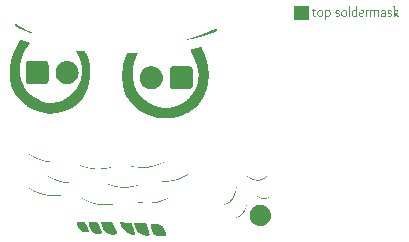
<source format=gts>
G04 #@! TF.FileFunction,Soldermask,Top*

G04 leading zeros omitted (L); absolute data (A); 6 integer digits and 6 fractional digits *
%FSLAX66Y66*%

G04 mode (MO): millimeters (MM) *
%MOMM*%

G04 Aperture definitions *
%ADD10C,0.001X*%
%ADD11C,0.001X*%

%LPD*%
G36*
G01X13820382Y-6539715D02*
G01X13820382Y-6539715D01*
G01X13884489Y-6541789D01*
G01X13947488Y-6547925D01*
G01X14009251Y-6557995D01*
G01X14069651Y-6571870D01*
G01X14128558Y-6589421D01*
G01X14185843Y-6610521D01*
G01X14241379Y-6635041D01*
G01X14295037Y-6662852D01*
G01X14346688Y-6693826D01*
G01X14396204Y-6727834D01*
G01X14443457Y-6764748D01*
G01X14488318Y-6804439D01*
G01X14530658Y-6846779D01*
G01X14570350Y-6891640D01*
G01X14607264Y-6938893D01*
G01X14641272Y-6988409D01*
G01X14672246Y-7040061D01*
G01X14700056Y-7093718D01*
G01X14724576Y-7149254D01*
G01X14745676Y-7206540D01*
G01X14763228Y-7265447D01*
G01X14777102Y-7325846D01*
G01X14787172Y-7387609D01*
G01X14793308Y-7450609D01*
G01X14795382Y-7514715D01*
G01X14795382Y-7514715D01*
G01X14795382Y-7514715D01*
G01X14793308Y-7578822D01*
G01X14787172Y-7641821D01*
G01X14777102Y-7703585D01*
G01X14763228Y-7763984D01*
G01X14745676Y-7822891D01*
G01X14724576Y-7880176D01*
G01X14700056Y-7935712D01*
G01X14672246Y-7989370D01*
G01X14641272Y-8041021D01*
G01X14607264Y-8090538D01*
G01X14570350Y-8137790D01*
G01X14530658Y-8182651D01*
G01X14488318Y-8224991D01*
G01X14443457Y-8264683D01*
G01X14396204Y-8301597D01*
G01X14346688Y-8335605D01*
G01X14295037Y-8366579D01*
G01X14241379Y-8394390D01*
G01X14185843Y-8418909D01*
G01X14128558Y-8440009D01*
G01X14069651Y-8457561D01*
G01X14009251Y-8471436D01*
G01X13947488Y-8481505D01*
G01X13884489Y-8487641D01*
G01X13820382Y-8489715D01*
G01X13820382Y-8489715D01*
G01X13820382Y-8489715D01*
G01X13756276Y-8487641D01*
G01X13693276Y-8481505D01*
G01X13631513Y-8471436D01*
G01X13571113Y-8457561D01*
G01X13512207Y-8440009D01*
G01X13454921Y-8418909D01*
G01X13399385Y-8394390D01*
G01X13345727Y-8366579D01*
G01X13294076Y-8335605D01*
G01X13244560Y-8301597D01*
G01X13197307Y-8264683D01*
G01X13152446Y-8224991D01*
G01X13110106Y-8182651D01*
G01X13070415Y-8137790D01*
G01X13033501Y-8090538D01*
G01X12999492Y-8041021D01*
G01X12968519Y-7989370D01*
G01X12940708Y-7935712D01*
G01X12916188Y-7880176D01*
G01X12895088Y-7822891D01*
G01X12877537Y-7763984D01*
G01X12863662Y-7703585D01*
G01X12853592Y-7641821D01*
G01X12847456Y-7578822D01*
G01X12845382Y-7514715D01*
G01X12845382Y-7514715D01*
G01X12845382Y-7514715D01*
G01X12847456Y-7450609D01*
G01X12853592Y-7387609D01*
G01X12863662Y-7325846D01*
G01X12877537Y-7265447D01*
G01X12895088Y-7206540D01*
G01X12916188Y-7149254D01*
G01X12940708Y-7093718D01*
G01X12968519Y-7040061D01*
G01X12999492Y-6988409D01*
G01X13033501Y-6938893D01*
G01X13070415Y-6891640D01*
G01X13110106Y-6846779D01*
G01X13152446Y-6804439D01*
G01X13197307Y-6764748D01*
G01X13244560Y-6727834D01*
G01X13294076Y-6693826D01*
G01X13345727Y-6662852D01*
G01X13399385Y-6635041D01*
G01X13454921Y-6610521D01*
G01X13512207Y-6589421D01*
G01X13571113Y-6571870D01*
G01X13631513Y-6557995D01*
G01X13693276Y-6547925D01*
G01X13756276Y-6541789D01*
G01X13820382Y-6539715D01*
G01X13820382Y-6539715D01*
G37*
G36*
G01X15385382Y-7514715D02*
G01X15385382Y-8189715D01*
G01X15385382Y-8189715D01*
G01X15389309Y-8238377D01*
G01X15400676Y-8284538D01*
G01X15418868Y-8327582D01*
G01X15443265Y-8366891D01*
G01X15473250Y-8401847D01*
G01X15508206Y-8431833D01*
G01X15547515Y-8456230D01*
G01X15590559Y-8474421D01*
G01X15636721Y-8485789D01*
G01X15685382Y-8489715D01*
G01X15685382Y-8489715D01*
G01X16360382Y-8489715D01*
G01X17035382Y-8489715D01*
G01X17035382Y-8489715D01*
G01X17084044Y-8485789D01*
G01X17130205Y-8474421D01*
G01X17173249Y-8456230D01*
G01X17212558Y-8431833D01*
G01X17247514Y-8401847D01*
G01X17277499Y-8366891D01*
G01X17301897Y-8327582D01*
G01X17320088Y-8284538D01*
G01X17331456Y-8238377D01*
G01X17335382Y-8189715D01*
G01X17335382Y-8189715D01*
G01X17335382Y-7514715D01*
G01X17335382Y-6839715D01*
G01X17335382Y-6839715D01*
G01X17331456Y-6791054D01*
G01X17320088Y-6744892D01*
G01X17301897Y-6701848D01*
G01X17277499Y-6662539D01*
G01X17247514Y-6627583D01*
G01X17212558Y-6597598D01*
G01X17173249Y-6573201D01*
G01X17130205Y-6555010D01*
G01X17084044Y-6543642D01*
G01X17035382Y-6539715D01*
G01X17035382Y-6539715D01*
G01X16360382Y-6539715D01*
G01X15685382Y-6539715D01*
G01X15685382Y-6539715D01*
G01X15636721Y-6543642D01*
G01X15590559Y-6555010D01*
G01X15547515Y-6573201D01*
G01X15508206Y-6597598D01*
G01X15473250Y-6627583D01*
G01X15443265Y-6662539D01*
G01X15418868Y-6701848D01*
G01X15400676Y-6744892D01*
G01X15389309Y-6791054D01*
G01X15385382Y-6839715D01*
G01X15385382Y-6839715D01*
G01X15385382Y-7514715D01*
G37*
G36*
G01X6691854Y-8056816D02*
G01X6691854Y-8056816D01*
G01X6627748Y-8054742D01*
G01X6564748Y-8048606D01*
G01X6502985Y-8038537D01*
G01X6442585Y-8024662D01*
G01X6383679Y-8007110D01*
G01X6326393Y-7986010D01*
G01X6270857Y-7961491D01*
G01X6217199Y-7933680D01*
G01X6165548Y-7902706D01*
G01X6116032Y-7868698D01*
G01X6068779Y-7831784D01*
G01X6023918Y-7792092D01*
G01X5981578Y-7749752D01*
G01X5941887Y-7704891D01*
G01X5904973Y-7657639D01*
G01X5870964Y-7608122D01*
G01X5839991Y-7556471D01*
G01X5812180Y-7502813D01*
G01X5787660Y-7447277D01*
G01X5766560Y-7389992D01*
G01X5749009Y-7331085D01*
G01X5735134Y-7270686D01*
G01X5725064Y-7208922D01*
G01X5718928Y-7145923D01*
G01X5716854Y-7081816D01*
G01X5716854Y-7081816D01*
G01X5716854Y-7081816D01*
G01X5718928Y-7017710D01*
G01X5725064Y-6954710D01*
G01X5735134Y-6892947D01*
G01X5749009Y-6832548D01*
G01X5766560Y-6773641D01*
G01X5787660Y-6716355D01*
G01X5812180Y-6660819D01*
G01X5839991Y-6607162D01*
G01X5870964Y-6555510D01*
G01X5904973Y-6505994D01*
G01X5941887Y-6458741D01*
G01X5981578Y-6413880D01*
G01X6023918Y-6371540D01*
G01X6068779Y-6331849D01*
G01X6116032Y-6294935D01*
G01X6165548Y-6260927D01*
G01X6217199Y-6229953D01*
G01X6270857Y-6202142D01*
G01X6326393Y-6177622D01*
G01X6383679Y-6156522D01*
G01X6442585Y-6138971D01*
G01X6502985Y-6125096D01*
G01X6564748Y-6115026D01*
G01X6627748Y-6108890D01*
G01X6691854Y-6106816D01*
G01X6691854Y-6106816D01*
G01X6691854Y-6106816D01*
G01X6755961Y-6108890D01*
G01X6818960Y-6115026D01*
G01X6880723Y-6125096D01*
G01X6941123Y-6138971D01*
G01X7000030Y-6156522D01*
G01X7057315Y-6177622D01*
G01X7112851Y-6202142D01*
G01X7166509Y-6229953D01*
G01X7218160Y-6260927D01*
G01X7267676Y-6294935D01*
G01X7314929Y-6331849D01*
G01X7359790Y-6371540D01*
G01X7402130Y-6413880D01*
G01X7441822Y-6458741D01*
G01X7478736Y-6505994D01*
G01X7512744Y-6555510D01*
G01X7543718Y-6607162D01*
G01X7571528Y-6660819D01*
G01X7596048Y-6716355D01*
G01X7617148Y-6773641D01*
G01X7634700Y-6832548D01*
G01X7648574Y-6892947D01*
G01X7658644Y-6954710D01*
G01X7664780Y-7017710D01*
G01X7666854Y-7081816D01*
G01X7666854Y-7081816D01*
G01X7666854Y-7081816D01*
G01X7664780Y-7145923D01*
G01X7658644Y-7208922D01*
G01X7648574Y-7270686D01*
G01X7634700Y-7331085D01*
G01X7617148Y-7389992D01*
G01X7596048Y-7447277D01*
G01X7571528Y-7502813D01*
G01X7543718Y-7556471D01*
G01X7512744Y-7608122D01*
G01X7478736Y-7657639D01*
G01X7441822Y-7704891D01*
G01X7402130Y-7749752D01*
G01X7359790Y-7792092D01*
G01X7314929Y-7831784D01*
G01X7267676Y-7868698D01*
G01X7218160Y-7902706D01*
G01X7166509Y-7933680D01*
G01X7112851Y-7961491D01*
G01X7057315Y-7986010D01*
G01X7000030Y-8007110D01*
G01X6941123Y-8024662D01*
G01X6880723Y-8038537D01*
G01X6818960Y-8048606D01*
G01X6755961Y-8054742D01*
G01X6691854Y-8056816D01*
G01X6691854Y-8056816D01*
G37*
G36*
G01X5126854Y-7081816D02*
G01X5126854Y-6406816D01*
G01X5126854Y-6406816D01*
G01X5122928Y-6358155D01*
G01X5111560Y-6311993D01*
G01X5093369Y-6268949D01*
G01X5068971Y-6229640D01*
G01X5038986Y-6194684D01*
G01X5004030Y-6164699D01*
G01X4964721Y-6140302D01*
G01X4921677Y-6122111D01*
G01X4875516Y-6110743D01*
G01X4826854Y-6106816D01*
G01X4826854Y-6106816D01*
G01X4151854Y-6106816D01*
G01X3476854Y-6106816D01*
G01X3476854Y-6106816D01*
G01X3428193Y-6110743D01*
G01X3382031Y-6122111D01*
G01X3338987Y-6140302D01*
G01X3299678Y-6164699D01*
G01X3264722Y-6194684D01*
G01X3234737Y-6229640D01*
G01X3210340Y-6268949D01*
G01X3192148Y-6311993D01*
G01X3180781Y-6358155D01*
G01X3176854Y-6406816D01*
G01X3176854Y-6406816D01*
G01X3176854Y-7081816D01*
G01X3176854Y-7756816D01*
G01X3176854Y-7756816D01*
G01X3180781Y-7805478D01*
G01X3192148Y-7851639D01*
G01X3210340Y-7894683D01*
G01X3234737Y-7933992D01*
G01X3264722Y-7968948D01*
G01X3299678Y-7998934D01*
G01X3338987Y-8023331D01*
G01X3382031Y-8041522D01*
G01X3428193Y-8052890D01*
G01X3476854Y-8056816D01*
G01X3476854Y-8056816D01*
G01X4151854Y-8056816D01*
G01X4826854Y-8056816D01*
G01X4826854Y-8056816D01*
G01X4875516Y-8052890D01*
G01X4921677Y-8041522D01*
G01X4964721Y-8023331D01*
G01X5004030Y-7998934D01*
G01X5038986Y-7968948D01*
G01X5068971Y-7933992D01*
G01X5093369Y-7894683D01*
G01X5111560Y-7851639D01*
G01X5122928Y-7805478D01*
G01X5126854Y-7756816D01*
G01X5126854Y-7756816D01*
G01X5126854Y-7081816D01*
G37*
G36*
G01X23050823Y-20068034D02*
G01X23050823Y-20068034D01*
G01X23109998Y-20066120D01*
G01X23168152Y-20060456D01*
G01X23225164Y-20051161D01*
G01X23280917Y-20038353D01*
G01X23335293Y-20022152D01*
G01X23388172Y-20002675D01*
G01X23439436Y-19980041D01*
G01X23488966Y-19954370D01*
G01X23536644Y-19925779D01*
G01X23582351Y-19894386D01*
G01X23625969Y-19860312D01*
G01X23667379Y-19823674D01*
G01X23706463Y-19784590D01*
G01X23743101Y-19743181D01*
G01X23777175Y-19699563D01*
G01X23808567Y-19653855D01*
G01X23837159Y-19606177D01*
G01X23862830Y-19556647D01*
G01X23885464Y-19505383D01*
G01X23904940Y-19452504D01*
G01X23921142Y-19398128D01*
G01X23933950Y-19342375D01*
G01X23943245Y-19285363D01*
G01X23948909Y-19227210D01*
G01X23950823Y-19168034D01*
G01X23950823Y-19168034D01*
G01X23950823Y-19168034D01*
G01X23948909Y-19108859D01*
G01X23943245Y-19050706D01*
G01X23933950Y-18993693D01*
G01X23921142Y-18937940D01*
G01X23904940Y-18883565D01*
G01X23885464Y-18830686D01*
G01X23862830Y-18779422D01*
G01X23837159Y-18729891D01*
G01X23808567Y-18682213D01*
G01X23777175Y-18636506D01*
G01X23743101Y-18592888D01*
G01X23706463Y-18551478D01*
G01X23667379Y-18512395D01*
G01X23625969Y-18475757D01*
G01X23582351Y-18441682D01*
G01X23536644Y-18410290D01*
G01X23488966Y-18381699D01*
G01X23439436Y-18356027D01*
G01X23388172Y-18333394D01*
G01X23335293Y-18313917D01*
G01X23280917Y-18297715D01*
G01X23225164Y-18284908D01*
G01X23168152Y-18275613D01*
G01X23109998Y-18269949D01*
G01X23050823Y-18268034D01*
G01X23050823Y-18268034D01*
G01X23050823Y-18268034D01*
G01X22991648Y-18269949D01*
G01X22933495Y-18275613D01*
G01X22876482Y-18284908D01*
G01X22820729Y-18297715D01*
G01X22766353Y-18313917D01*
G01X22713475Y-18333394D01*
G01X22662211Y-18356027D01*
G01X22612680Y-18381699D01*
G01X22565002Y-18410290D01*
G01X22519295Y-18441682D01*
G01X22475677Y-18475757D01*
G01X22434267Y-18512395D01*
G01X22395184Y-18551478D01*
G01X22358545Y-18592888D01*
G01X22324471Y-18636506D01*
G01X22293079Y-18682213D01*
G01X22264488Y-18729891D01*
G01X22238816Y-18779422D01*
G01X22216182Y-18830686D01*
G01X22196706Y-18883565D01*
G01X22180504Y-18937940D01*
G01X22167697Y-18993693D01*
G01X22158402Y-19050706D01*
G01X22152737Y-19108859D01*
G01X22150823Y-19168034D01*
G01X22150823Y-19168034D01*
G01X22150823Y-19168034D01*
G01X22152737Y-19227210D01*
G01X22158402Y-19285363D01*
G01X22167697Y-19342375D01*
G01X22180504Y-19398128D01*
G01X22196706Y-19452504D01*
G01X22216182Y-19505383D01*
G01X22238816Y-19556647D01*
G01X22264488Y-19606177D01*
G01X22293079Y-19653855D01*
G01X22324471Y-19699563D01*
G01X22358545Y-19743181D01*
G01X22395184Y-19784590D01*
G01X22434267Y-19823674D01*
G01X22475677Y-19860312D01*
G01X22519295Y-19894386D01*
G01X22565002Y-19925779D01*
G01X22612680Y-19954370D01*
G01X22662211Y-19980041D01*
G01X22713475Y-20002675D01*
G01X22766353Y-20022152D01*
G01X22820729Y-20038353D01*
G01X22876482Y-20051161D01*
G01X22933495Y-20060456D01*
G01X22991648Y-20066120D01*
G01X23050823Y-20068034D01*
G01X23050823Y-20068034D01*
G37*
G36*
G01X16810721Y-4319918D02*
G01X16810721Y-4319918D01*
G01X16841913Y-4313777D01*
G01X16877023Y-4306832D01*
G01X16915887Y-4299084D01*
G01X16958343Y-4290533D01*
G01X17004227Y-4281178D01*
G01X17053378Y-4271018D01*
G01X17105631Y-4260054D01*
G01X17160826Y-4248285D01*
G01X17218797Y-4235711D01*
G01X17279383Y-4222331D01*
G01X17342421Y-4208146D01*
G01X17407748Y-4193154D01*
G01X17475200Y-4177357D01*
G01X17544616Y-4160752D01*
G01X17564787Y-4155860D01*
G01X17564787Y-4155860D01*
G01X17615813Y-4143348D01*
G01X17667613Y-4130451D01*
G01X17720095Y-4117190D01*
G01X17773167Y-4103582D01*
G01X17826736Y-4089649D01*
G01X17880709Y-4075408D01*
G01X17934995Y-4060880D01*
G01X17989500Y-4046084D01*
G01X18044133Y-4031040D01*
G01X18098800Y-4015766D01*
G01X18153410Y-4000282D01*
G01X18207869Y-3984607D01*
G01X18262086Y-3968762D01*
G01X18315968Y-3952764D01*
G01X18369422Y-3936635D01*
G01X18422356Y-3920392D01*
G01X18474678Y-3904056D01*
G01X18526294Y-3887646D01*
G01X18577114Y-3871182D01*
G01X18627043Y-3854682D01*
G01X18627043Y-3854682D01*
G01X18627043Y-3854682D01*
G01X18695172Y-3831612D01*
G01X18761005Y-3808674D01*
G01X18824423Y-3785930D01*
G01X18885302Y-3763443D01*
G01X18943523Y-3741274D01*
G01X18998962Y-3719486D01*
G01X19051500Y-3698141D01*
G01X19101014Y-3677301D01*
G01X19147383Y-3657028D01*
G01X19190486Y-3637385D01*
G01X19230201Y-3618433D01*
G01X19266407Y-3600234D01*
G01X19298982Y-3582851D01*
G01X19327805Y-3566346D01*
G01X19335334Y-3561800D01*
G01X19335334Y-3561800D01*
G01X19403680Y-3511469D01*
G01X19431724Y-3471597D01*
G01X19430356Y-3439848D01*
G01X19410461Y-3413890D01*
G01X19410461Y-3413890D01*
G01X19410461Y-3413890D01*
G01X19390792Y-3398827D01*
G01X19364450Y-3387541D01*
G01X19328354Y-3382253D01*
G01X19279422Y-3385183D01*
G01X19214574Y-3398554D01*
G01X19141678Y-3420794D01*
G01X19141678Y-3420794D01*
G01X19107951Y-3432752D01*
G01X19071640Y-3446400D01*
G01X19032851Y-3461617D01*
G01X18991694Y-3478277D01*
G01X18948275Y-3496259D01*
G01X18902702Y-3515439D01*
G01X18855083Y-3535693D01*
G01X18805527Y-3556899D01*
G01X18754140Y-3578932D01*
G01X18701030Y-3601670D01*
G01X18646306Y-3624990D01*
G01X18590075Y-3648767D01*
G01X18532445Y-3672880D01*
G01X18473523Y-3697203D01*
G01X18413418Y-3721615D01*
G01X18352237Y-3745992D01*
G01X18310905Y-3762163D01*
G01X18310905Y-3762163D01*
G01X18258698Y-3782229D01*
G01X18205992Y-3802111D01*
G01X18152898Y-3821796D01*
G01X18099525Y-3841274D01*
G01X18045985Y-3860532D01*
G01X17992388Y-3879558D01*
G01X17938844Y-3898341D01*
G01X17885465Y-3916869D01*
G01X17832360Y-3935130D01*
G01X17779640Y-3953112D01*
G01X17727416Y-3970803D01*
G01X17675798Y-3988192D01*
G01X17624897Y-4005267D01*
G01X17574823Y-4022016D01*
G01X17525687Y-4038428D01*
G01X17477600Y-4054489D01*
G01X17430671Y-4070190D01*
G01X17385012Y-4085517D01*
G01X17340732Y-4100459D01*
G01X17297944Y-4115004D01*
G01X17297944Y-4115004D01*
G01X17297944Y-4115004D01*
G01X17224919Y-4140152D01*
G01X17157009Y-4163941D01*
G01X17094123Y-4186342D01*
G01X17036170Y-4207325D01*
G01X16983059Y-4226860D01*
G01X16934700Y-4244919D01*
G01X16891001Y-4261472D01*
G01X16851871Y-4276490D01*
G01X16817221Y-4289942D01*
G01X16786958Y-4301800D01*
G01X16760993Y-4312035D01*
G01X16758369Y-4313071D01*
G01X16758369Y-4313071D01*
G01X16710477Y-4332405D01*
G01X16699967Y-4339563D01*
G01X16731746Y-4335187D01*
G01X16810723Y-4319918D01*
G01X16810723Y-4319918D01*
G37*
G36*
G01X2332873Y-3115143D02*
G01X2332873Y-3115143D01*
G01X2356411Y-3136035D01*
G01X2383307Y-3157687D01*
G01X2413570Y-3180089D01*
G01X2447205Y-3203230D01*
G01X2484219Y-3227100D01*
G01X2524619Y-3251689D01*
G01X2568411Y-3276985D01*
G01X2615603Y-3302979D01*
G01X2666201Y-3329660D01*
G01X2720211Y-3357017D01*
G01X2777641Y-3385040D01*
G01X2838497Y-3413718D01*
G01X2870212Y-3428299D01*
G01X2870212Y-3428299D01*
G01X2919338Y-3450450D01*
G01X2970049Y-3472832D01*
G01X3021994Y-3495312D01*
G01X3074823Y-3517761D01*
G01X3128184Y-3540047D01*
G01X3181726Y-3562040D01*
G01X3235099Y-3583608D01*
G01X3287952Y-3604620D01*
G01X3339933Y-3624945D01*
G01X3390693Y-3644453D01*
G01X3439880Y-3663012D01*
G01X3487143Y-3680492D01*
G01X3532131Y-3696762D01*
G01X3574494Y-3711689D01*
G01X3613880Y-3725145D01*
G01X3649939Y-3736997D01*
G01X3671957Y-3743943D01*
G01X3671957Y-3743943D01*
G01X3756683Y-3766991D01*
G01X3801646Y-3772300D01*
G01X3810507Y-3762328D01*
G01X3786927Y-3739536D01*
G01X3734567Y-3706383D01*
G01X3734567Y-3706383D01*
G01X3734567Y-3706383D01*
G01X3702620Y-3688715D01*
G01X3666102Y-3669544D01*
G01X3625537Y-3648973D01*
G01X3581448Y-3627109D01*
G01X3534358Y-3604055D01*
G01X3484789Y-3579917D01*
G01X3433266Y-3554800D01*
G01X3380311Y-3528809D01*
G01X3326447Y-3502048D01*
G01X3272197Y-3474623D01*
G01X3218084Y-3446638D01*
G01X3212103Y-3443499D01*
G01X3212103Y-3443499D01*
G01X3164585Y-3418205D01*
G01X3117716Y-3392669D01*
G01X3071572Y-3366994D01*
G01X3026229Y-3341286D01*
G01X2981764Y-3315648D01*
G01X2938253Y-3290186D01*
G01X2895772Y-3265004D01*
G01X2854399Y-3240206D01*
G01X2814208Y-3215898D01*
G01X2775278Y-3192184D01*
G01X2737683Y-3169168D01*
G01X2701501Y-3146955D01*
G01X2683964Y-3136183D01*
G01X2683964Y-3136183D01*
G01X2629599Y-3102833D01*
G01X2579246Y-3072073D01*
G01X2532874Y-3043949D01*
G01X2490452Y-3018509D01*
G01X2451949Y-2995801D01*
G01X2417333Y-2975872D01*
G01X2386575Y-2958770D01*
G01X2367523Y-2948611D01*
G01X2367523Y-2948611D01*
G01X2309975Y-2922827D01*
G01X2272296Y-2918363D01*
G01X2252189Y-2935485D01*
G01X2252189Y-2935485D01*
G01X2246413Y-2957188D01*
G01X2248257Y-2986739D01*
G01X2261056Y-3023405D01*
G01X2288149Y-3066451D01*
G01X2332873Y-3115143D01*
G01X2332873Y-3115143D01*
G37*
G36*
G01X22805364Y-17558155D02*
G01X22805364Y-17558155D01*
G01X22832924Y-17578110D01*
G01X22868116Y-17603109D01*
G01X22907311Y-17630008D01*
G01X22946882Y-17655662D01*
G01X22946882Y-17655662D01*
G01X22946882Y-17655662D01*
G01X22983859Y-17677473D01*
G01X23019229Y-17695654D01*
G01X23055296Y-17711277D01*
G01X23094363Y-17725411D01*
G01X23094363Y-17725411D01*
G01X23094363Y-17725411D01*
G01X23138044Y-17738794D01*
G01X23185436Y-17751038D01*
G01X23235061Y-17761519D01*
G01X23285444Y-17769615D01*
G01X23285444Y-17769615D01*
G01X23285444Y-17769615D01*
G01X23335407Y-17774783D01*
G01X23384680Y-17776741D01*
G01X23433146Y-17775256D01*
G01X23480689Y-17770094D01*
G01X23480689Y-17770094D01*
G01X23480689Y-17770094D01*
G01X23527195Y-17761089D01*
G01X23572414Y-17748359D01*
G01X23616020Y-17732097D01*
G01X23657688Y-17712495D01*
G01X23657688Y-17712495D01*
G01X23657688Y-17712495D01*
G01X23697136Y-17689791D01*
G01X23734047Y-17664514D01*
G01X23768044Y-17637286D01*
G01X23798747Y-17608728D01*
G01X23798747Y-17608728D01*
G01X23798747Y-17608728D01*
G01X23834334Y-17569600D01*
G01X23860606Y-17535385D01*
G01X23874419Y-17513373D01*
G01X23874419Y-17513373D01*
G01X23846149Y-17526150D01*
G01X23846149Y-17526150D01*
G01X23846149Y-17526150D01*
G01X23818485Y-17549712D01*
G01X23783853Y-17578304D01*
G01X23745618Y-17607254D01*
G01X23745618Y-17607254D01*
G01X23712439Y-17629764D01*
G01X23677037Y-17651316D01*
G01X23640129Y-17671188D01*
G01X23602431Y-17688660D01*
G01X23602431Y-17688660D01*
G01X23602431Y-17688660D01*
G01X23564568Y-17703138D01*
G01X23526535Y-17714672D01*
G01X23488097Y-17723503D01*
G01X23449022Y-17729872D01*
G01X23449022Y-17729872D01*
G01X23449022Y-17729872D01*
G01X23409092Y-17733921D01*
G01X23367886Y-17735417D01*
G01X23324862Y-17734048D01*
G01X23279480Y-17729503D01*
G01X23279480Y-17729503D01*
G01X23279480Y-17729503D01*
G01X23241079Y-17723368D01*
G01X23201126Y-17715056D01*
G01X23160317Y-17704736D01*
G01X23119349Y-17692579D01*
G01X23078919Y-17678754D01*
G01X23078919Y-17678754D01*
G01X23078919Y-17678754D01*
G01X23029952Y-17659495D01*
G01X22983370Y-17638985D01*
G01X22939911Y-17618384D01*
G01X22900315Y-17598847D01*
G01X22900315Y-17598847D01*
G01X22900315Y-17598847D01*
G01X22853962Y-17575732D01*
G01X22817692Y-17557571D01*
G01X22794106Y-17545728D01*
G01X22794106Y-17545728D01*
G01X22805359Y-17558147D01*
G01X22805359Y-17558147D01*
G37*
G36*
G01X21941670Y-15849047D02*
G01X21941670Y-15849047D01*
G01X21970142Y-15871372D01*
G01X22005143Y-15898551D01*
G01X22044839Y-15928867D01*
G01X22087399Y-15960606D01*
G01X22130989Y-15992052D01*
G01X22168845Y-16018186D01*
G01X22168845Y-16018186D01*
G01X22209667Y-16044687D01*
G01X22248754Y-16068005D01*
G01X22287268Y-16088723D01*
G01X22326366Y-16107423D01*
G01X22367208Y-16124687D01*
G01X22405618Y-16139192D01*
G01X22405618Y-16139192D01*
G01X22446842Y-16153298D01*
G01X22490560Y-16166850D01*
G01X22536257Y-16179614D01*
G01X22583419Y-16191355D01*
G01X22631531Y-16201840D01*
G01X22680077Y-16210834D01*
G01X22712430Y-16215887D01*
G01X22712430Y-16215887D01*
G01X22760682Y-16221913D01*
G01X22808562Y-16225993D01*
G01X22856030Y-16228039D01*
G01X22903044Y-16227962D01*
G01X22949565Y-16225675D01*
G01X22995552Y-16221089D01*
G01X23025893Y-16216712D01*
G01X23025893Y-16216712D01*
G01X23070911Y-16208135D01*
G01X23115260Y-16197183D01*
G01X23158826Y-16183929D01*
G01X23201498Y-16168444D01*
G01X23243163Y-16150800D01*
G01X23283709Y-16131069D01*
G01X23310062Y-16116791D01*
G01X23310062Y-16116791D01*
G01X23353543Y-16090546D01*
G01X23395230Y-16062078D01*
G01X23434932Y-16031724D01*
G01X23472459Y-15999826D01*
G01X23507619Y-15966721D01*
G01X23536526Y-15936780D01*
G01X23536526Y-15936780D01*
G01X23571697Y-15896449D01*
G01X23602310Y-15857494D01*
G01X23627486Y-15822162D01*
G01X23646348Y-15792701D01*
G01X23658017Y-15771361D01*
G01X23658017Y-15771361D01*
G01X23658017Y-15771361D01*
G01X23654298Y-15759300D01*
G01X23612604Y-15793559D01*
G01X23612604Y-15793559D01*
G01X23612604Y-15793559D01*
G01X23587899Y-15816273D01*
G01X23559153Y-15842697D01*
G01X23526622Y-15871831D01*
G01X23490565Y-15902672D01*
G01X23451239Y-15934221D01*
G01X23451239Y-15934221D01*
G01X23451239Y-15934221D01*
G01X23415463Y-15960894D01*
G01X23377864Y-15986985D01*
G01X23338806Y-16012100D01*
G01X23298650Y-16035846D01*
G01X23257759Y-16057828D01*
G01X23221359Y-16075445D01*
G01X23221359Y-16075445D01*
G01X23180037Y-16093100D01*
G01X23138642Y-16108332D01*
G01X23097057Y-16121272D01*
G01X23055164Y-16132052D01*
G01X23012847Y-16140805D01*
G01X22975062Y-16146949D01*
G01X22975062Y-16146949D01*
G01X22931651Y-16152183D01*
G01X22887420Y-16155450D01*
G01X22842097Y-16156582D01*
G01X22795407Y-16155408D01*
G01X22747077Y-16151757D01*
G01X22702853Y-16146344D01*
G01X22702853Y-16146344D01*
G01X22656888Y-16138726D01*
G01X22609366Y-16128944D01*
G01X22560760Y-16117120D01*
G01X22511539Y-16103380D01*
G01X22462175Y-16087847D01*
G01X22413137Y-16070645D01*
G01X22380860Y-16058311D01*
G01X22380860Y-16058311D01*
G01X22333299Y-16038634D01*
G01X22286945Y-16017889D01*
G01X22242054Y-15996509D01*
G01X22198882Y-15974928D01*
G01X22157687Y-15953578D01*
G01X22118724Y-15932894D01*
G01X22094116Y-15919687D01*
G01X22094116Y-15919687D01*
G01X22037923Y-15889425D01*
G01X21990134Y-15863607D01*
G01X21951708Y-15842793D01*
G01X21923605Y-15827544D01*
G01X21923605Y-15827544D01*
G01X21923605Y-15827544D01*
G01X21903238Y-15817948D01*
G01X21941672Y-15849054D01*
G01X21941672Y-15849054D01*
G37*
G36*
G01X20927066Y-19378463D02*
G01X20927066Y-19378463D01*
G01X20955053Y-19374377D01*
G01X20992433Y-19368033D01*
G01X21037318Y-19358774D01*
G01X21087823Y-19345942D01*
G01X21087823Y-19345942D01*
G01X21087823Y-19345942D01*
G01X21131071Y-19332744D01*
G01X21175957Y-19317055D01*
G01X21221638Y-19299122D01*
G01X21267272Y-19279191D01*
G01X21312016Y-19257510D01*
G01X21312016Y-19257510D01*
G01X21312016Y-19257510D01*
G01X21348869Y-19237792D01*
G01X21384697Y-19216627D01*
G01X21419645Y-19193691D01*
G01X21453859Y-19168659D01*
G01X21487484Y-19141208D01*
G01X21516781Y-19114719D01*
G01X21516781Y-19114719D01*
G01X21545837Y-19085869D01*
G01X21574594Y-19054594D01*
G01X21602914Y-19020909D01*
G01X21630658Y-18984829D01*
G01X21657689Y-18946372D01*
G01X21683867Y-18905552D01*
G01X21700778Y-18877034D01*
G01X21700778Y-18877034D01*
G01X21722064Y-18838420D01*
G01X21742526Y-18798263D01*
G01X21762112Y-18756838D01*
G01X21780765Y-18714425D01*
G01X21798431Y-18671300D01*
G01X21815058Y-18627742D01*
G01X21830589Y-18584028D01*
G01X21840671Y-18553819D01*
G01X21840671Y-18553819D01*
G01X21856245Y-18503787D01*
G01X21870370Y-18454346D01*
G01X21883152Y-18405733D01*
G01X21894700Y-18358185D01*
G01X21905120Y-18311939D01*
G01X21914521Y-18267234D01*
G01X21920274Y-18238403D01*
G01X21920274Y-18238403D01*
G01X21932914Y-18170760D01*
G01X21942592Y-18112957D01*
G01X21948655Y-18069589D01*
G01X21950447Y-18045252D01*
G01X21950447Y-18045252D01*
G01X21950447Y-18045252D01*
G01X21945474Y-18047153D01*
G01X21933608Y-18081443D01*
G01X21918135Y-18133146D01*
G01X21918135Y-18133146D01*
G01X21907054Y-18171253D01*
G01X21895018Y-18212747D01*
G01X21882111Y-18256895D01*
G01X21868416Y-18302966D01*
G01X21854016Y-18350227D01*
G01X21854016Y-18350227D01*
G01X21854016Y-18350227D01*
G01X21838868Y-18398318D01*
G01X21822937Y-18446791D01*
G01X21806319Y-18494772D01*
G01X21789111Y-18541393D01*
G01X21771409Y-18585779D01*
G01X21771409Y-18585779D01*
G01X21771409Y-18585779D01*
G01X21753124Y-18627630D01*
G01X21734151Y-18667415D01*
G01X21714551Y-18705426D01*
G01X21694389Y-18741952D01*
G01X21673727Y-18777286D01*
G01X21673727Y-18777286D01*
G01X21673727Y-18777286D01*
G01X21652544Y-18811800D01*
G01X21630675Y-18845845D01*
G01X21607956Y-18879677D01*
G01X21584227Y-18913554D01*
G01X21559327Y-18947734D01*
G01X21559327Y-18947734D01*
G01X21559327Y-18947734D01*
G01X21533014Y-18982353D01*
G01X21504572Y-19017278D01*
G01X21473130Y-19052364D01*
G01X21437815Y-19087461D01*
G01X21397757Y-19122424D01*
G01X21397757Y-19122424D01*
G01X21397757Y-19122424D01*
G01X21359689Y-19151816D01*
G01X21319023Y-19180407D01*
G01X21277130Y-19207680D01*
G01X21235380Y-19233117D01*
G01X21195145Y-19256200D01*
G01X21161993Y-19274201D01*
G01X21161993Y-19274201D01*
G01X21112934Y-19298918D01*
G01X21070700Y-19318092D01*
G01X21034134Y-19333069D01*
G01X21002079Y-19345199D01*
G01X21002079Y-19345199D01*
G01X21002079Y-19345199D01*
G01X20948644Y-19364562D01*
G01X20913163Y-19377033D01*
G01X20913163Y-19377033D01*
G01X20913163Y-19377033D01*
G01X20927067Y-19378463D01*
G01X20927067Y-19378463D01*
G37*
G36*
G01X19927604Y-18285970D02*
G01X19927604Y-18285970D01*
G01X19958784Y-18280989D01*
G01X20000427Y-18273265D01*
G01X20050430Y-18261993D01*
G01X20106694Y-18246370D01*
G01X20106694Y-18246370D01*
G01X20106694Y-18246370D01*
G01X20147508Y-18232911D01*
G01X20189742Y-18217227D01*
G01X20232820Y-18199504D01*
G01X20276165Y-18179926D01*
G01X20319200Y-18158678D01*
G01X20356455Y-18138689D01*
G01X20356455Y-18138689D01*
G01X20397510Y-18114679D01*
G01X20437420Y-18088910D01*
G01X20476347Y-18060990D01*
G01X20514450Y-18030527D01*
G01X20551891Y-17997127D01*
G01X20584505Y-17964905D01*
G01X20584505Y-17964905D01*
G01X20612558Y-17934653D01*
G01X20640391Y-17902159D01*
G01X20667900Y-17867444D01*
G01X20694981Y-17830524D01*
G01X20721529Y-17791418D01*
G01X20747439Y-17750143D01*
G01X20772608Y-17706719D01*
G01X20789543Y-17675406D01*
G01X20789543Y-17675406D01*
G01X20811464Y-17632076D01*
G01X20832607Y-17587121D01*
G01X20852926Y-17540808D01*
G01X20872371Y-17493403D01*
G01X20890897Y-17445170D01*
G01X20908454Y-17396378D01*
G01X20924995Y-17347290D01*
G01X20940474Y-17298174D01*
G01X20945388Y-17281841D01*
G01X20945388Y-17281841D01*
G01X20960520Y-17229007D01*
G01X20974428Y-17176684D01*
G01X20987188Y-17125060D01*
G01X20998880Y-17074324D01*
G01X21009581Y-17024663D01*
G01X21019368Y-16976266D01*
G01X21028320Y-16929321D01*
G01X21034069Y-16897770D01*
G01X21034069Y-16897770D01*
G01X21045575Y-16831097D01*
G01X21055062Y-16771377D01*
G01X21062157Y-16721474D01*
G01X21066487Y-16684252D01*
G01X21067679Y-16662576D01*
G01X21067679Y-16662576D01*
G01X21067679Y-16662576D01*
G01X21062153Y-16664893D01*
G01X21048927Y-16706646D01*
G01X21031687Y-16769595D01*
G01X21031687Y-16769595D01*
G01X21021265Y-16808748D01*
G01X21010063Y-16850981D01*
G01X20998140Y-16895745D01*
G01X20985553Y-16942490D01*
G01X20972358Y-16990665D01*
G01X20960258Y-17033922D01*
G01X20960258Y-17033922D01*
G01X20947687Y-17077753D01*
G01X20934610Y-17121997D01*
G01X20921073Y-17166205D01*
G01X20907121Y-17209929D01*
G01X20892801Y-17252717D01*
G01X20878157Y-17294122D01*
G01X20868237Y-17320734D01*
G01X20868237Y-17320734D01*
G01X20850977Y-17364211D01*
G01X20833150Y-17405843D01*
G01X20814802Y-17445842D01*
G01X20795977Y-17484423D01*
G01X20776720Y-17521799D01*
G01X20759406Y-17553947D01*
G01X20759406Y-17553947D01*
G01X20735810Y-17595972D01*
G01X20711446Y-17637427D01*
G01X20686136Y-17678623D01*
G01X20659700Y-17719874D01*
G01X20631959Y-17761493D01*
G01X20631959Y-17761493D01*
G01X20631959Y-17761493D01*
G01X20607170Y-17797295D01*
G01X20580772Y-17833387D01*
G01X20552170Y-17869658D01*
G01X20520768Y-17905998D01*
G01X20485969Y-17942297D01*
G01X20451967Y-17974203D01*
G01X20451967Y-17974203D01*
G01X20414728Y-18005819D01*
G01X20375095Y-18036735D01*
G01X20334117Y-18066517D01*
G01X20292842Y-18094732D01*
G01X20252320Y-18120947D01*
G01X20213599Y-18144730D01*
G01X20189304Y-18159020D01*
G01X20189304Y-18159020D01*
G01X20134646Y-18189121D01*
G01X20087602Y-18212466D01*
G01X20046875Y-18230699D01*
G01X20011169Y-18245465D01*
G01X20011169Y-18245465D01*
G01X20011169Y-18245465D01*
G01X19968841Y-18262324D01*
G01X19934751Y-18275571D01*
G01X19912112Y-18284229D01*
G01X19912112Y-18284229D01*
G01X19927606Y-18285989D01*
G01X19927606Y-18285989D01*
G37*
G36*
G01X12357484Y-19832492D02*
G01X12357484Y-19832492D01*
G01X12366074Y-19859462D01*
G01X12377065Y-19893799D01*
G01X12389961Y-19933768D01*
G01X12404266Y-19977635D01*
G01X12419485Y-20023663D01*
G01X12419485Y-20023663D01*
G01X12419485Y-20023663D01*
G01X12435176Y-20070302D01*
G01X12451148Y-20116837D01*
G01X12467284Y-20162785D01*
G01X12483462Y-20207664D01*
G01X12499565Y-20250991D01*
G01X12499565Y-20250991D01*
G01X12499565Y-20250991D01*
G01X12519402Y-20302320D01*
G01X12538746Y-20350239D01*
G01X12557444Y-20394604D01*
G01X12575342Y-20435273D01*
G01X12575342Y-20435273D01*
G01X12575342Y-20435273D01*
G01X12598505Y-20484605D01*
G01X12621903Y-20527974D01*
G01X12645981Y-20564476D01*
G01X12645981Y-20564476D01*
G01X12667386Y-20590747D01*
G01X12692457Y-20615612D01*
G01X12722634Y-20639637D01*
G01X12759355Y-20663388D01*
G01X12759355Y-20663388D01*
G01X12759355Y-20663388D01*
G01X12794402Y-20682610D01*
G01X12834676Y-20702308D01*
G01X12880019Y-20722655D01*
G01X12930270Y-20743826D01*
G01X12985270Y-20765992D01*
G01X12985270Y-20765992D01*
G01X12985270Y-20765992D01*
G01X13029460Y-20783326D01*
G01X13075450Y-20801010D01*
G01X13122347Y-20818689D01*
G01X13169258Y-20836008D01*
G01X13215288Y-20852611D01*
G01X13259545Y-20868143D01*
G01X13287624Y-20877726D01*
G01X13287624Y-20877726D01*
G01X13339932Y-20894795D01*
G01X13387303Y-20908954D01*
G01X13429787Y-20920023D01*
G01X13467437Y-20927822D01*
G01X13500303Y-20932171D01*
G01X13500303Y-20932171D01*
G01X13500303Y-20932171D01*
G01X13546501Y-20931850D01*
G01X13583904Y-20923683D01*
G01X13614407Y-20910908D01*
G01X13614407Y-20910908D01*
G01X13644560Y-20892567D01*
G01X13669264Y-20865690D01*
G01X13682827Y-20828772D01*
G01X13682827Y-20828772D01*
G01X13684865Y-20798170D01*
G01X13681835Y-20760159D01*
G01X13673819Y-20713349D01*
G01X13660898Y-20656351D01*
G01X13643155Y-20587777D01*
G01X13643155Y-20587777D01*
G01X13643155Y-20587777D01*
G01X13632528Y-20548826D01*
G01X13620908Y-20507203D01*
G01X13608499Y-20463521D01*
G01X13595503Y-20418388D01*
G01X13582125Y-20372415D01*
G01X13568567Y-20326213D01*
G01X13555033Y-20280392D01*
G01X13541726Y-20235562D01*
G01X13528848Y-20192335D01*
G01X13516604Y-20151320D01*
G01X13516604Y-20151320D01*
G01X13516604Y-20151320D01*
G01X13497576Y-20087774D01*
G01X13480657Y-20032095D01*
G01X13465608Y-19984220D01*
G01X13452189Y-19944088D01*
G01X13440160Y-19911636D01*
G01X13430509Y-19889330D01*
G01X13430509Y-19889330D01*
G01X13417682Y-19868299D01*
G01X13399522Y-19855276D01*
G01X13369484Y-19847946D01*
G01X13321024Y-19843995D01*
G01X13247596Y-19841106D01*
G01X13247596Y-19841106D01*
G01X13247596Y-19841106D01*
G01X13205058Y-19839579D01*
G01X13157412Y-19837842D01*
G01X13105681Y-19835926D01*
G01X13050887Y-19833864D01*
G01X12994052Y-19831689D01*
G01X12936199Y-19829433D01*
G01X12878350Y-19827128D01*
G01X12821528Y-19824806D01*
G01X12766756Y-19822500D01*
G01X12715055Y-19820243D01*
G01X12667449Y-19818066D01*
G01X12662457Y-19817830D01*
G01X12662457Y-19817830D01*
G01X12587514Y-19814075D01*
G01X12529440Y-19810775D01*
G01X12485391Y-19807890D01*
G01X12452523Y-19805383D01*
G01X12427989Y-19803216D01*
G01X12410994Y-19801556D01*
G01X12410994Y-19801556D01*
G01X12372130Y-19797563D01*
G01X12353257Y-19795522D01*
G01X12353257Y-19795522D01*
G01X12353257Y-19795522D01*
G01X12357492Y-19832499D01*
G01X12357492Y-19832499D01*
G37*
G36*
G01X13761961Y-19897060D02*
G01X13761961Y-19897060D01*
G01X13766317Y-19926000D01*
G01X13772246Y-19963635D01*
G01X13779873Y-20008935D01*
G01X13789323Y-20060868D01*
G01X13800720Y-20118403D01*
G01X13800720Y-20118403D01*
G01X13800720Y-20118403D01*
G01X13810573Y-20164520D01*
G01X13821392Y-20212329D01*
G01X13832985Y-20261005D01*
G01X13845164Y-20309721D01*
G01X13857740Y-20357649D01*
G01X13870522Y-20403962D01*
G01X13879065Y-20433533D01*
G01X13879065Y-20433533D01*
G01X13893540Y-20480861D01*
G01X13908193Y-20524700D01*
G01X13923356Y-20565465D01*
G01X13939363Y-20603568D01*
G01X13956545Y-20639423D01*
G01X13972948Y-20669522D01*
G01X13972948Y-20669522D01*
G01X13997077Y-20707753D01*
G01X14024544Y-20743731D01*
G01X14056226Y-20777303D01*
G01X14093000Y-20808312D01*
G01X14135744Y-20836604D01*
G01X14135744Y-20836604D01*
G01X14135744Y-20836604D01*
G01X14172156Y-20855932D01*
G01X14212288Y-20873524D01*
G01X14256038Y-20889275D01*
G01X14303304Y-20903082D01*
G01X14353981Y-20914841D01*
G01X14407967Y-20924448D01*
G01X14445745Y-20929605D01*
G01X14445745Y-20929605D01*
G01X14496831Y-20934784D01*
G01X14549539Y-20938298D01*
G01X14603114Y-20940225D01*
G01X14656803Y-20940644D01*
G01X14709853Y-20939635D01*
G01X14761510Y-20937276D01*
G01X14811020Y-20933646D01*
G01X14843643Y-20930430D01*
G01X14843643Y-20930430D01*
G01X14900836Y-20922929D01*
G01X14951888Y-20913872D01*
G01X14996462Y-20903648D01*
G01X15034221Y-20892643D01*
G01X15064828Y-20881245D01*
G01X15085626Y-20871171D01*
G01X15085626Y-20871171D01*
G01X15111627Y-20847472D01*
G01X15113693Y-20815901D01*
G01X15100196Y-20771275D01*
G01X15100196Y-20771275D01*
G01X15088895Y-20739372D01*
G01X15075304Y-20701999D01*
G01X15059716Y-20660081D01*
G01X15042422Y-20614542D01*
G01X15023715Y-20566307D01*
G01X15006267Y-20522245D01*
G01X15006267Y-20522245D01*
G01X14988107Y-20477392D01*
G01X14969306Y-20432332D01*
G01X14949924Y-20387688D01*
G01X14930024Y-20344085D01*
G01X14909669Y-20302148D01*
G01X14888920Y-20262502D01*
G01X14874900Y-20237652D01*
G01X14874900Y-20237652D01*
G01X14846266Y-20192019D01*
G01X14816690Y-20151350D01*
G01X14786134Y-20115154D01*
G01X14754561Y-20082937D01*
G01X14721933Y-20054207D01*
G01X14721933Y-20054207D01*
G01X14721933Y-20054207D01*
G01X14687730Y-20028265D01*
G01X14651177Y-20004747D01*
G01X14611857Y-19983658D01*
G01X14569351Y-19965004D01*
G01X14523240Y-19948792D01*
G01X14523240Y-19948792D01*
G01X14523240Y-19948792D01*
G01X14480897Y-19936845D01*
G01X14435806Y-19926365D01*
G01X14388344Y-19917174D01*
G01X14338882Y-19909092D01*
G01X14287797Y-19901941D01*
G01X14241671Y-19896262D01*
G01X14241671Y-19896262D01*
G01X14188664Y-19890406D01*
G01X14135724Y-19885124D01*
G01X14083777Y-19880389D01*
G01X14033755Y-19876175D01*
G01X13986584Y-19872456D01*
G01X13948073Y-19869565D01*
G01X13948073Y-19869565D01*
G01X13891729Y-19865515D01*
G01X13845490Y-19862354D01*
G01X13809417Y-19860000D01*
G01X13783568Y-19858372D01*
G01X13783568Y-19858372D01*
G01X13783568Y-19858372D01*
G01X13760147Y-19861929D01*
G01X13761964Y-19897059D01*
G01X13761964Y-19897059D01*
G37*
G36*
G01X11199292Y-19799761D02*
G01X11199292Y-19799761D01*
G01X11207591Y-19834291D01*
G01X11220488Y-19882316D01*
G01X11237192Y-19935848D01*
G01X11237192Y-19935848D01*
G01X11249993Y-19971746D01*
G01X11264517Y-20008728D01*
G01X11280649Y-20046274D01*
G01X11298272Y-20083867D01*
G01X11317270Y-20120989D01*
G01X11317270Y-20120989D01*
G01X11317270Y-20120989D01*
G01X11337604Y-20157246D01*
G01X11359602Y-20192886D01*
G01X11383705Y-20228355D01*
G01X11410355Y-20264096D01*
G01X11439991Y-20300553D01*
G01X11439991Y-20300553D01*
G01X11439991Y-20300553D01*
G01X11467849Y-20332440D01*
G01X11497839Y-20364916D01*
G01X11529341Y-20397466D01*
G01X11561739Y-20429572D01*
G01X11594413Y-20460718D01*
G01X11622979Y-20486989D01*
G01X11622979Y-20486989D01*
G01X11660273Y-20519908D01*
G01X11697070Y-20550676D01*
G01X11733907Y-20579624D01*
G01X11771322Y-20607084D01*
G01X11809854Y-20633385D01*
G01X11809854Y-20633385D01*
G01X11809854Y-20633385D01*
G01X11849924Y-20658779D01*
G01X11891485Y-20683182D01*
G01X11934367Y-20706428D01*
G01X11978405Y-20728349D01*
G01X12023429Y-20748779D01*
G01X12023429Y-20748779D01*
G01X12023429Y-20748779D01*
G01X12069117Y-20767535D01*
G01X12114485Y-20784352D01*
G01X12158370Y-20798937D01*
G01X12199609Y-20810999D01*
G01X12237039Y-20820245D01*
G01X12237039Y-20820245D01*
G01X12237039Y-20820245D01*
G01X12290122Y-20829235D01*
G01X12331915Y-20831095D01*
G01X12363643Y-20827962D01*
G01X12363643Y-20827962D01*
G01X12403585Y-20816418D01*
G01X12435090Y-20797800D01*
G01X12435090Y-20797800D01*
G01X12435090Y-20797800D01*
G01X12459081Y-20770348D01*
G01X12466996Y-20723073D01*
G01X12466996Y-20723073D01*
G01X12466996Y-20723073D01*
G01X12463231Y-20695383D01*
G01X12454940Y-20660414D01*
G01X12441975Y-20616460D01*
G01X12424188Y-20561816D01*
G01X12401431Y-20494776D01*
G01X12401431Y-20494776D01*
G01X12401431Y-20494776D01*
G01X12388177Y-20456195D01*
G01X12373873Y-20414723D01*
G01X12358769Y-20371055D01*
G01X12343113Y-20325887D01*
G01X12327155Y-20279917D01*
G01X12311144Y-20233840D01*
G01X12295329Y-20188352D01*
G01X12279961Y-20144150D01*
G01X12265287Y-20101931D01*
G01X12251559Y-20062389D01*
G01X12251559Y-20062389D01*
G01X12251559Y-20062389D01*
G01X12230736Y-20002583D01*
G01X12212487Y-19951844D01*
G01X12195951Y-19909540D01*
G01X12180269Y-19875040D01*
G01X12164583Y-19847714D01*
G01X12150054Y-19829057D01*
G01X12150054Y-19829057D01*
G01X12128137Y-19811224D01*
G01X12099850Y-19799912D01*
G01X12061134Y-19793389D01*
G01X12007931Y-19789920D01*
G01X11936183Y-19787774D01*
G01X11936183Y-19787774D01*
G01X11936183Y-19787774D01*
G01X11892312Y-19786701D01*
G01X11843884Y-19785547D01*
G01X11792112Y-19784338D01*
G01X11738208Y-19783100D01*
G01X11683386Y-19781860D01*
G01X11628859Y-19780645D01*
G01X11575841Y-19779482D01*
G01X11525544Y-19778396D01*
G01X11479183Y-19777415D01*
G01X11437969Y-19776565D01*
G01X11437969Y-19776565D01*
G01X11437969Y-19776565D01*
G01X11360426Y-19775071D01*
G01X11312347Y-19774303D01*
G01X11283790Y-19774021D01*
G01X11264816Y-19773980D01*
G01X11264816Y-19773980D01*
G01X11264816Y-19773980D01*
G01X11230910Y-19773980D01*
G01X11205407Y-19773980D01*
G01X11205407Y-19773980D01*
G01X11205407Y-19773980D01*
G01X11199291Y-19799764D01*
G01X11199291Y-19799764D01*
G37*
G36*
G01X8509497Y-19745770D02*
G01X8509497Y-19745770D01*
G01X8510034Y-19775793D01*
G01X8513787Y-19825619D01*
G01X8513787Y-19825619D01*
G01X8513787Y-19825619D01*
G01X8517876Y-19857670D01*
G01X8524060Y-19893972D01*
G01X8532870Y-19934146D01*
G01X8544835Y-19977813D01*
G01X8544835Y-19977813D01*
G01X8544835Y-19977813D01*
G01X8556902Y-20014867D01*
G01X8570885Y-20053197D01*
G01X8586383Y-20092239D01*
G01X8602994Y-20131431D01*
G01X8620318Y-20170211D01*
G01X8620318Y-20170211D01*
G01X8620318Y-20170211D01*
G01X8642472Y-20217357D01*
G01X8665073Y-20262772D01*
G01X8688132Y-20306358D01*
G01X8711657Y-20348021D01*
G01X8711657Y-20348021D01*
G01X8711657Y-20348021D01*
G01X8735676Y-20387726D01*
G01X8760371Y-20425817D01*
G01X8785980Y-20462766D01*
G01X8812740Y-20499042D01*
G01X8812740Y-20499042D01*
G01X8812740Y-20499042D01*
G01X8840957Y-20534892D01*
G01X8871280Y-20569760D01*
G01X8904461Y-20602915D01*
G01X8941254Y-20633626D01*
G01X8941254Y-20633626D01*
G01X8941254Y-20633626D01*
G01X8973648Y-20655982D01*
G01X9008402Y-20676198D01*
G01X9045116Y-20694189D01*
G01X9083387Y-20709869D01*
G01X9122814Y-20723153D01*
G01X9122814Y-20723153D01*
G01X9122814Y-20723153D01*
G01X9172860Y-20736358D01*
G01X9222007Y-20746132D01*
G01X9268281Y-20752937D01*
G01X9309709Y-20757231D01*
G01X9309709Y-20757231D01*
G01X9309709Y-20757231D01*
G01X9356576Y-20759591D01*
G01X9396943Y-20757747D01*
G01X9434480Y-20751786D01*
G01X9434480Y-20751786D01*
G01X9477987Y-20740764D01*
G01X9522040Y-20725941D01*
G01X9559375Y-20709711D01*
G01X9559375Y-20709711D01*
G01X9602899Y-20681899D01*
G01X9629963Y-20651848D01*
G01X9629963Y-20651848D01*
G01X9629963Y-20651848D01*
G01X9642785Y-20617460D01*
G01X9637899Y-20566804D01*
G01X9637899Y-20566804D01*
G01X9637899Y-20566804D01*
G01X9629874Y-20538762D01*
G01X9618155Y-20505159D01*
G01X9602767Y-20465594D01*
G01X9583733Y-20419664D01*
G01X9561078Y-20366967D01*
G01X9561078Y-20366967D01*
G01X9561078Y-20366967D01*
G01X9544449Y-20328975D01*
G01X9526535Y-20288492D01*
G01X9507605Y-20246136D01*
G01X9487927Y-20202525D01*
G01X9467771Y-20158279D01*
G01X9447406Y-20114015D01*
G01X9427100Y-20070352D01*
G01X9413218Y-20040801D01*
G01X9413218Y-20040801D01*
G01X9387658Y-19987116D01*
G01X9363290Y-19936940D01*
G01X9340530Y-19891173D01*
G01X9319795Y-19850719D01*
G01X9301501Y-19816480D01*
G01X9287719Y-19792150D01*
G01X9287719Y-19792150D01*
G01X9268218Y-19764307D01*
G01X9243794Y-19749182D01*
G01X9202702Y-19742609D01*
G01X9133196Y-19740422D01*
G01X9133196Y-19740422D01*
G01X9133196Y-19740422D01*
G01X9095270Y-19739896D01*
G01X9052396Y-19739401D01*
G01X9005774Y-19738936D01*
G01X8956604Y-19738496D01*
G01X8906086Y-19738078D01*
G01X8855419Y-19737678D01*
G01X8805803Y-19737293D01*
G01X8758439Y-19736918D01*
G01X8714526Y-19736551D01*
G01X8675264Y-19736187D01*
G01X8675264Y-19736187D01*
G01X8675264Y-19736187D01*
G01X8601258Y-19735289D01*
G01X8556364Y-19734448D01*
G01X8532238Y-19733720D01*
G01X8520536Y-19733162D01*
G01X8520536Y-19733162D01*
G01X8520536Y-19733162D01*
G01X8509509Y-19745801D01*
G01X8509509Y-19745801D01*
G37*
G36*
G01X9582970Y-19776845D02*
G01X9582970Y-19776845D01*
G01X9592496Y-19810953D01*
G01X9604881Y-19854898D01*
G01X9619096Y-19904570D01*
G01X9634114Y-19955856D01*
G01X9634114Y-19955856D01*
G01X9634114Y-19955856D01*
G01X9649065Y-20005361D01*
G01X9663723Y-20052674D01*
G01X9678037Y-20098159D01*
G01X9691958Y-20142182D01*
G01X9691958Y-20142182D01*
G01X9691958Y-20142182D01*
G01X9705644Y-20185215D01*
G01X9720122Y-20228344D01*
G01X9736659Y-20272852D01*
G01X9756522Y-20320020D01*
G01X9756522Y-20320020D01*
G01X9756522Y-20320020D01*
G01X9775428Y-20360126D01*
G01X9796641Y-20401149D01*
G01X9819566Y-20441576D01*
G01X9843613Y-20479889D01*
G01X9868187Y-20514572D01*
G01X9868187Y-20514572D01*
G01X9868187Y-20514572D01*
G01X9899286Y-20551450D01*
G01X9931380Y-20582238D01*
G01X9965067Y-20608528D01*
G01X10000944Y-20631911D01*
G01X10000944Y-20631911D01*
G01X10000944Y-20631911D01*
G01X10039330Y-20653739D01*
G01X10079559Y-20674298D01*
G01X10120765Y-20693578D01*
G01X10162083Y-20711570D01*
G01X10162083Y-20711570D01*
G01X10162083Y-20711570D01*
G01X10203104Y-20728246D01*
G01X10245507Y-20743614D01*
G01X10291557Y-20757724D01*
G01X10343520Y-20770627D01*
G01X10343520Y-20770627D01*
G01X10343520Y-20770627D01*
G01X10390345Y-20780076D01*
G01X10440271Y-20788536D01*
G01X10491087Y-20795742D01*
G01X10540583Y-20801428D01*
G01X10586550Y-20805327D01*
G01X10586550Y-20805327D01*
G01X10586550Y-20805327D01*
G01X10636937Y-20807187D01*
G01X10681392Y-20804780D01*
G01X10722864Y-20797016D01*
G01X10764298Y-20782804D01*
G01X10764298Y-20782804D01*
G01X10764298Y-20782804D01*
G01X10807609Y-20761759D01*
G01X10850236Y-20736399D01*
G01X10888414Y-20710008D01*
G01X10918375Y-20685865D01*
G01X10918375Y-20685865D01*
G01X10918375Y-20685865D01*
G01X10946398Y-20649193D01*
G01X10942130Y-20611835D01*
G01X10942130Y-20611835D01*
G01X10942130Y-20611835D01*
G01X10932253Y-20585986D01*
G01X10918197Y-20553172D01*
G01X10900247Y-20512664D01*
G01X10878688Y-20463734D01*
G01X10878688Y-20463734D01*
G01X10878688Y-20463734D01*
G01X10864085Y-20430037D01*
G01X10848123Y-20393133D01*
G01X10830687Y-20353213D01*
G01X10811663Y-20310466D01*
G01X10790935Y-20265082D01*
G01X10768390Y-20217251D01*
G01X10752293Y-20184099D01*
G01X10752293Y-20184099D01*
G01X10730084Y-20139625D01*
G01X10706876Y-20094319D01*
G01X10683298Y-20049173D01*
G01X10659982Y-20005179D01*
G01X10637558Y-19963330D01*
G01X10616655Y-19924618D01*
G01X10597904Y-19890037D01*
G01X10586515Y-19869037D01*
G01X10586515Y-19869037D01*
G01X10555834Y-19812095D01*
G01X10539981Y-19782498D01*
G01X10532824Y-19769772D01*
G01X10532824Y-19769772D01*
G01X10526655Y-19764330D01*
G01X10507504Y-19760801D01*
G01X10462150Y-19758357D01*
G01X10377374Y-19756170D01*
G01X10377374Y-19756170D01*
G01X10377374Y-19756170D01*
G01X10335237Y-19755287D01*
G01X10287949Y-19754341D01*
G01X10236591Y-19753347D01*
G01X10182242Y-19752317D01*
G01X10125983Y-19751268D01*
G01X10068893Y-19750213D01*
G01X10012053Y-19749167D01*
G01X9956542Y-19748144D01*
G01X9903442Y-19747158D01*
G01X9853832Y-19746223D01*
G01X9808792Y-19745355D01*
G01X9804117Y-19745264D01*
G01X9804117Y-19745264D01*
G01X9725459Y-19743657D01*
G01X9671442Y-19742427D01*
G01X9636599Y-19741517D01*
G01X9615462Y-19740869D01*
G01X9602564Y-19740424D01*
G01X9602564Y-19740424D01*
G01X9602564Y-19740424D01*
G01X9575718Y-19739819D01*
G01X9575718Y-19739819D01*
G01X9575718Y-19739819D01*
G01X9582967Y-19776861D01*
G01X9582967Y-19776861D01*
G37*
G36*
G01X7498113Y-19733593D02*
G01X7498113Y-19733593D01*
G01X7499276Y-19769088D01*
G01X7502873Y-19816761D01*
G01X7510285Y-19866973D01*
G01X7510285Y-19866973D01*
G01X7519721Y-19906703D01*
G01X7532343Y-19946612D01*
G01X7547937Y-19987198D01*
G01X7566286Y-20028960D01*
G01X7566286Y-20028960D01*
G01X7566286Y-20028960D01*
G01X7582836Y-20063429D01*
G01X7601158Y-20098665D01*
G01X7621436Y-20134448D01*
G01X7643852Y-20170557D01*
G01X7668589Y-20206773D01*
G01X7668589Y-20206773D01*
G01X7668589Y-20206773D01*
G01X7695606Y-20242784D01*
G01X7724043Y-20278019D01*
G01X7752853Y-20311871D01*
G01X7780991Y-20343734D01*
G01X7807410Y-20373002D01*
G01X7807410Y-20373002D01*
G01X7807410Y-20373002D01*
G01X7846625Y-20415907D01*
G01X7880039Y-20451592D01*
G01X7908188Y-20480449D01*
G01X7908188Y-20480449D01*
G01X7936285Y-20507305D01*
G01X7964300Y-20530068D01*
G01X7992605Y-20547628D01*
G01X7992605Y-20547628D01*
G01X8027227Y-20562269D01*
G01X8068279Y-20573683D01*
G01X8113716Y-20582476D01*
G01X8113716Y-20582476D01*
G01X8154353Y-20588530D01*
G01X8198749Y-20593507D01*
G01X8245549Y-20596773D01*
G01X8293395Y-20597694D01*
G01X8293395Y-20597694D01*
G01X8293395Y-20597694D01*
G01X8340958Y-20595788D01*
G01X8386728Y-20591133D01*
G01X8429074Y-20583961D01*
G01X8466368Y-20574506D01*
G01X8466368Y-20574506D01*
G01X8466368Y-20574506D01*
G01X8506865Y-20558463D01*
G01X8535414Y-20539639D01*
G01X8551572Y-20520315D01*
G01X8551572Y-20520315D01*
G01X8557594Y-20497596D01*
G01X8552169Y-20466809D01*
G01X8536535Y-20424123D01*
G01X8536535Y-20424123D01*
G01X8523990Y-20393946D01*
G01X8508560Y-20358326D01*
G01X8490474Y-20317764D01*
G01X8469959Y-20272763D01*
G01X8447243Y-20223824D01*
G01X8425554Y-20177775D01*
G01X8425554Y-20177775D01*
G01X8402493Y-20129393D01*
G01X8378563Y-20079683D01*
G01X8354431Y-20029981D01*
G01X8330766Y-19981622D01*
G01X8308235Y-19935944D01*
G01X8287507Y-19894284D01*
G01X8275020Y-19869401D01*
G01X8275020Y-19869401D01*
G01X8241163Y-19804001D01*
G01X8216802Y-19763521D01*
G01X8197827Y-19742153D01*
G01X8197827Y-19742153D01*
G01X8174465Y-19731136D01*
G01X8131344Y-19727196D01*
G01X8055922Y-19725708D01*
G01X8055922Y-19725708D01*
G01X8012610Y-19724856D01*
G01X7963420Y-19723760D01*
G01X7910417Y-19722483D01*
G01X7855669Y-19721089D01*
G01X7801242Y-19719643D01*
G01X7749202Y-19718209D01*
G01X7701616Y-19716851D01*
G01X7672368Y-19715989D01*
G01X7672368Y-19715989D01*
G01X7593410Y-19713462D01*
G01X7552402Y-19711765D01*
G01X7532899Y-19710544D01*
G01X7532899Y-19710544D01*
G01X7502413Y-19707519D01*
G01X7502413Y-19707519D01*
G01X7502413Y-19707519D01*
G01X7498123Y-19733600D01*
G01X7498123Y-19733600D01*
G37*
G36*
G01X3437945Y-16840566D02*
G01X3437945Y-16840566D01*
G01X3462124Y-16857381D01*
G01X3491597Y-16877617D01*
G01X3526087Y-16900808D01*
G01X3565318Y-16926490D01*
G01X3609012Y-16954200D01*
G01X3656893Y-16983472D01*
G01X3708683Y-17013841D01*
G01X3746683Y-17035266D01*
G01X3746683Y-17035266D01*
G01X3790812Y-17059258D01*
G01X3836705Y-17083334D01*
G01X3884089Y-17107390D01*
G01X3932688Y-17131322D01*
G01X3982227Y-17155029D01*
G01X4032430Y-17178405D01*
G01X4083024Y-17201348D01*
G01X4133733Y-17223755D01*
G01X4184283Y-17245522D01*
G01X4234397Y-17266546D01*
G01X4234397Y-17266546D01*
G01X4234397Y-17266546D01*
G01X4283870Y-17286748D01*
G01X4332655Y-17306103D01*
G01X4380721Y-17324590D01*
G01X4428035Y-17342189D01*
G01X4474565Y-17358879D01*
G01X4520279Y-17374639D01*
G01X4565145Y-17389449D01*
G01X4609130Y-17403288D01*
G01X4652202Y-17416136D01*
G01X4694329Y-17427971D01*
G01X4694329Y-17427971D01*
G01X4694329Y-17427971D01*
G01X4747685Y-17441851D01*
G01X4799545Y-17454147D01*
G01X4850012Y-17465003D01*
G01X4899188Y-17474562D01*
G01X4947174Y-17482968D01*
G01X4994072Y-17490364D01*
G01X5039985Y-17496893D01*
G01X5071247Y-17500981D01*
G01X5071247Y-17500981D01*
G01X5122703Y-17507130D01*
G01X5173727Y-17512459D01*
G01X5224610Y-17516953D01*
G01X5275640Y-17520593D01*
G01X5327109Y-17523362D01*
G01X5379304Y-17525240D01*
G01X5414649Y-17525990D01*
G01X5414649Y-17525990D01*
G01X5461407Y-17526370D01*
G01X5508896Y-17526142D01*
G01X5556771Y-17525381D01*
G01X5604690Y-17524158D01*
G01X5652311Y-17522547D01*
G01X5699289Y-17520621D01*
G01X5745283Y-17518453D01*
G01X5776368Y-17516849D01*
G01X5776368Y-17516849D01*
G01X5833088Y-17513646D01*
G01X5887099Y-17510284D01*
G01X5938301Y-17506814D01*
G01X5986593Y-17503289D01*
G01X6031876Y-17499763D01*
G01X6069253Y-17496691D01*
G01X6069253Y-17496691D01*
G01X6125534Y-17491778D01*
G01X6173458Y-17487196D01*
G01X6212370Y-17482985D01*
G01X6241616Y-17479185D01*
G01X6241616Y-17479185D01*
G01X6241616Y-17479185D01*
G01X6276877Y-17469444D01*
G01X6276877Y-17469444D01*
G01X6276877Y-17469444D01*
G01X6264120Y-17468104D01*
G01X6193138Y-17468289D01*
G01X6193138Y-17468289D01*
G01X6193138Y-17468289D01*
G01X6159391Y-17468488D01*
G01X6119520Y-17468686D01*
G01X6073956Y-17468841D01*
G01X6023130Y-17468909D01*
G01X5967473Y-17468846D01*
G01X5907414Y-17468608D01*
G01X5843386Y-17468151D01*
G01X5796960Y-17467684D01*
G01X5796960Y-17467684D01*
G01X5749109Y-17467073D01*
G01X5700136Y-17466282D01*
G01X5650224Y-17465271D01*
G01X5599560Y-17464001D01*
G01X5548327Y-17462431D01*
G01X5496712Y-17460521D01*
G01X5444900Y-17458233D01*
G01X5393075Y-17455526D01*
G01X5341423Y-17452360D01*
G01X5290128Y-17448695D01*
G01X5239377Y-17444492D01*
G01X5233779Y-17443990D01*
G01X5233779Y-17443990D01*
G01X5178200Y-17438561D01*
G01X5123365Y-17432400D01*
G01X5069346Y-17425544D01*
G01X5016211Y-17418027D01*
G01X4964031Y-17409883D01*
G01X4912875Y-17401149D01*
G01X4862813Y-17391858D01*
G01X4813915Y-17382046D01*
G01X4766251Y-17371748D01*
G01X4719891Y-17360999D01*
G01X4719891Y-17360999D01*
G01X4719891Y-17360999D01*
G01X4674789Y-17349810D01*
G01X4630687Y-17338136D01*
G01X4587334Y-17325927D01*
G01X4544477Y-17313135D01*
G01X4501866Y-17299711D01*
G01X4459249Y-17285606D01*
G01X4416374Y-17270771D01*
G01X4372991Y-17255156D01*
G01X4328848Y-17238712D01*
G01X4283694Y-17221391D01*
G01X4283694Y-17221391D01*
G01X4283694Y-17221391D01*
G01X4237266Y-17203130D01*
G01X4189718Y-17184005D01*
G01X4141418Y-17164180D01*
G01X4092734Y-17143816D01*
G01X4044036Y-17123077D01*
G01X3995691Y-17102124D01*
G01X3948069Y-17081118D01*
G01X3901538Y-17060224D01*
G01X3856467Y-17039603D01*
G01X3813225Y-17019416D01*
G01X3813225Y-17019416D01*
G01X3813225Y-17019416D01*
G01X3760132Y-16994021D01*
G01X3710635Y-16969733D01*
G01X3664802Y-16946726D01*
G01X3622701Y-16925178D01*
G01X3584401Y-16905265D01*
G01X3549972Y-16887163D01*
G01X3519480Y-16871049D01*
G01X3500714Y-16861149D01*
G01X3500714Y-16861149D01*
G01X3446298Y-16832964D01*
G01X3413255Y-16816535D01*
G01X3395947Y-16808317D01*
G01X3395947Y-16808317D01*
G01X3391465Y-16807792D01*
G01X3437945Y-16840563D01*
G01X3437945Y-16840563D01*
G37*
G36*
G01X7781713Y-17622330D02*
G01X7781713Y-17622330D01*
G01X7805891Y-17639146D01*
G01X7835364Y-17659381D01*
G01X7869855Y-17682573D01*
G01X7909085Y-17708256D01*
G01X7952780Y-17735965D01*
G01X8000661Y-17765237D01*
G01X8052451Y-17795607D01*
G01X8090451Y-17817031D01*
G01X8090451Y-17817031D01*
G01X8134580Y-17841024D01*
G01X8180474Y-17865100D01*
G01X8227857Y-17889156D01*
G01X8276456Y-17913088D01*
G01X8325995Y-17936795D01*
G01X8376199Y-17960171D01*
G01X8426793Y-17983114D01*
G01X8477502Y-18005521D01*
G01X8528051Y-18027288D01*
G01X8578166Y-18048312D01*
G01X8578166Y-18048312D01*
G01X8578166Y-18048312D01*
G01X8627639Y-18068514D01*
G01X8676424Y-18087868D01*
G01X8724490Y-18106355D01*
G01X8771804Y-18123954D01*
G01X8818335Y-18140644D01*
G01X8864049Y-18156405D01*
G01X8908914Y-18171215D01*
G01X8952899Y-18185054D01*
G01X8995971Y-18197901D01*
G01X9038098Y-18209737D01*
G01X9038098Y-18209737D01*
G01X9038098Y-18209737D01*
G01X9091454Y-18223616D01*
G01X9143314Y-18235912D01*
G01X9193781Y-18246768D01*
G01X9242957Y-18256327D01*
G01X9290943Y-18264733D01*
G01X9337842Y-18272129D01*
G01X9383754Y-18278658D01*
G01X9415016Y-18282746D01*
G01X9415016Y-18282746D01*
G01X9466472Y-18288894D01*
G01X9517497Y-18294224D01*
G01X9568379Y-18298718D01*
G01X9619410Y-18302358D01*
G01X9670878Y-18305126D01*
G01X9723074Y-18307005D01*
G01X9758419Y-18307754D01*
G01X9758419Y-18307754D01*
G01X9805177Y-18308134D01*
G01X9852666Y-18307907D01*
G01X9900541Y-18307145D01*
G01X9948460Y-18305922D01*
G01X9996081Y-18304311D01*
G01X10043059Y-18302385D01*
G01X10089053Y-18300218D01*
G01X10120138Y-18298613D01*
G01X10120138Y-18298613D01*
G01X10176858Y-18295411D01*
G01X10230869Y-18292048D01*
G01X10282070Y-18288578D01*
G01X10330362Y-18285054D01*
G01X10375645Y-18281527D01*
G01X10413023Y-18278456D01*
G01X10413023Y-18278456D01*
G01X10469303Y-18273543D01*
G01X10517227Y-18268960D01*
G01X10556140Y-18264749D01*
G01X10585387Y-18260949D01*
G01X10585387Y-18260949D01*
G01X10585387Y-18260949D01*
G01X10620647Y-18251209D01*
G01X10620647Y-18251209D01*
G01X10620647Y-18251209D01*
G01X10607891Y-18249868D01*
G01X10536910Y-18250054D01*
G01X10536910Y-18250054D01*
G01X10536910Y-18250054D01*
G01X10503162Y-18250252D01*
G01X10463291Y-18250451D01*
G01X10417728Y-18250605D01*
G01X10366902Y-18250673D01*
G01X10311244Y-18250610D01*
G01X10251186Y-18250372D01*
G01X10187157Y-18249916D01*
G01X10140731Y-18249449D01*
G01X10140731Y-18249449D01*
G01X10092881Y-18248838D01*
G01X10043907Y-18248046D01*
G01X9993996Y-18247036D01*
G01X9943331Y-18245765D01*
G01X9892099Y-18244195D01*
G01X9840484Y-18242286D01*
G01X9788671Y-18239998D01*
G01X9736846Y-18237291D01*
G01X9685194Y-18234125D01*
G01X9633900Y-18230460D01*
G01X9583148Y-18226257D01*
G01X9577551Y-18225755D01*
G01X9577551Y-18225755D01*
G01X9521971Y-18220323D01*
G01X9467136Y-18214160D01*
G01X9413116Y-18207302D01*
G01X9359981Y-18199783D01*
G01X9307800Y-18191639D01*
G01X9256644Y-18182903D01*
G01X9206582Y-18173613D01*
G01X9157684Y-18163801D01*
G01X9110020Y-18153504D01*
G01X9063660Y-18142755D01*
G01X9063660Y-18142755D01*
G01X9063660Y-18142755D01*
G01X9018558Y-18131566D01*
G01X8974456Y-18119892D01*
G01X8931103Y-18107683D01*
G01X8888246Y-18094892D01*
G01X8845635Y-18081468D01*
G01X8803018Y-18067362D01*
G01X8760143Y-18052526D01*
G01X8716760Y-18036911D01*
G01X8672617Y-18020467D01*
G01X8627463Y-18003146D01*
G01X8627463Y-18003146D01*
G01X8627463Y-18003146D01*
G01X8581035Y-17984885D01*
G01X8533487Y-17965760D01*
G01X8485187Y-17945935D01*
G01X8436503Y-17925571D01*
G01X8387805Y-17904832D01*
G01X8339460Y-17883879D01*
G01X8291838Y-17862874D01*
G01X8245308Y-17841979D01*
G01X8200236Y-17821358D01*
G01X8156994Y-17801172D01*
G01X8156994Y-17801172D01*
G01X8156994Y-17801172D01*
G01X8103901Y-17775777D01*
G01X8054403Y-17751488D01*
G01X8008570Y-17728482D01*
G01X7966469Y-17706934D01*
G01X7928169Y-17687021D01*
G01X7893740Y-17668919D01*
G01X7863249Y-17652804D01*
G01X7844482Y-17642905D01*
G01X7844482Y-17642905D01*
G01X7790066Y-17614719D01*
G01X7757024Y-17598290D01*
G01X7739715Y-17590072D01*
G01X7739715Y-17590072D01*
G01X7735234Y-17589550D01*
G01X7781713Y-17622324D01*
G01X7781713Y-17622324D01*
G37*
G36*
G01X12542951Y-18026187D02*
G01X12542951Y-18026187D01*
G01X12571423Y-18033719D01*
G01X12606039Y-18042654D01*
G01X12646382Y-18052650D01*
G01X12692030Y-18063366D01*
G01X12742567Y-18074461D01*
G01X12797572Y-18085591D01*
G01X12856626Y-18096416D01*
G01X12899661Y-18103552D01*
G01X12899661Y-18103552D01*
G01X12949335Y-18111004D01*
G01X13000696Y-18117931D01*
G01X13053450Y-18124330D01*
G01X13107303Y-18130198D01*
G01X13161962Y-18135531D01*
G01X13217134Y-18140328D01*
G01X13272524Y-18144584D01*
G01X13327838Y-18148297D01*
G01X13382784Y-18151463D01*
G01X13437067Y-18154080D01*
G01X13437067Y-18154080D01*
G01X13437067Y-18154080D01*
G01X13490466Y-18156144D01*
G01X13542929Y-18157647D01*
G01X13594419Y-18158582D01*
G01X13644899Y-18158939D01*
G01X13694331Y-18158710D01*
G01X13742678Y-18157886D01*
G01X13789903Y-18156460D01*
G01X13835968Y-18154423D01*
G01X13880837Y-18151766D01*
G01X13924471Y-18148481D01*
G01X13924471Y-18148481D01*
G01X13924471Y-18148481D01*
G01X13979356Y-18143277D01*
G01X14032295Y-18137095D01*
G01X14083431Y-18130037D01*
G01X14132911Y-18122201D01*
G01X14180879Y-18113688D01*
G01X14227478Y-18104598D01*
G01X14272856Y-18095030D01*
G01X14303630Y-18088178D01*
G01X14303630Y-18088178D01*
G01X14354086Y-18076356D01*
G01X14403856Y-18063912D01*
G01X14453207Y-18050732D01*
G01X14502405Y-18036699D01*
G01X14551716Y-18021698D01*
G01X14601406Y-18005612D01*
G01X14634876Y-17994228D01*
G01X14634876Y-17994228D01*
G01X14678946Y-17978595D01*
G01X14723493Y-17962143D01*
G01X14768222Y-17945056D01*
G01X14812834Y-17927519D01*
G01X14857032Y-17909719D01*
G01X14900517Y-17891840D01*
G01X14942994Y-17874067D01*
G01X14971653Y-17861922D01*
G01X14971653Y-17861922D01*
G01X15023858Y-17839514D01*
G01X15073462Y-17817882D01*
G01X15120388Y-17797109D01*
G01X15164563Y-17777280D01*
G01X15205909Y-17758478D01*
G01X15239982Y-17742808D01*
G01X15239982Y-17742808D01*
G01X15291188Y-17718941D01*
G01X15334654Y-17698244D01*
G01X15369780Y-17680979D01*
G01X15395964Y-17667406D01*
G01X15395964Y-17667406D01*
G01X15395964Y-17667406D01*
G01X15425780Y-17646198D01*
G01X15425780Y-17646198D01*
G01X15425780Y-17646198D01*
G01X15413343Y-17649303D01*
G01X15346698Y-17673780D01*
G01X15346698Y-17673780D01*
G01X15346698Y-17673780D01*
G01X15315052Y-17685510D01*
G01X15277652Y-17699332D01*
G01X15234887Y-17715060D01*
G01X15187148Y-17732505D01*
G01X15134823Y-17751479D01*
G01X15078305Y-17771795D01*
G01X15017981Y-17793264D01*
G01X14974195Y-17808704D01*
G01X14974195Y-17808704D01*
G01X14929021Y-17824495D01*
G01X14882731Y-17840502D01*
G01X14835483Y-17856623D01*
G01X14787440Y-17872757D01*
G01X14738760Y-17888804D01*
G01X14689605Y-17904664D01*
G01X14640134Y-17920234D01*
G01X14590509Y-17935416D01*
G01X14540889Y-17950107D01*
G01X14491435Y-17964207D01*
G01X14442306Y-17977616D01*
G01X14436875Y-17979058D01*
G01X14436875Y-17979058D01*
G01X14382789Y-17992963D01*
G01X14329154Y-18005927D01*
G01X14276046Y-18017958D01*
G01X14223544Y-18029066D01*
G01X14171725Y-18039260D01*
G01X14120666Y-18048549D01*
G01X14070445Y-18056941D01*
G01X14021141Y-18064445D01*
G01X13972829Y-18071070D01*
G01X13925588Y-18076826D01*
G01X13925588Y-18076826D01*
G01X13925588Y-18076826D01*
G01X13879379Y-18081738D01*
G01X13833944Y-18085853D01*
G01X13789029Y-18089209D01*
G01X13744382Y-18091847D01*
G01X13699750Y-18093806D01*
G01X13654878Y-18095128D01*
G01X13609516Y-18095851D01*
G01X13563408Y-18096015D01*
G01X13516303Y-18095661D01*
G01X13467948Y-18094827D01*
G01X13467948Y-18094827D01*
G01X13467948Y-18094827D01*
G01X13418074Y-18093548D01*
G01X13366853Y-18091841D01*
G01X13314685Y-18089731D01*
G01X13261972Y-18087246D01*
G01X13209118Y-18084412D01*
G01X13156522Y-18081257D01*
G01X13104588Y-18077805D01*
G01X13053717Y-18074084D01*
G01X13004311Y-18070121D01*
G01X12956772Y-18065941D01*
G01X12956772Y-18065941D01*
G01X12956772Y-18065941D01*
G01X12898195Y-18060237D01*
G01X12843376Y-18054341D01*
G01X12792438Y-18048398D01*
G01X12745506Y-18042548D01*
G01X12702705Y-18036935D01*
G01X12664161Y-18031700D01*
G01X12629997Y-18026986D01*
G01X12608976Y-18024103D01*
G01X12608976Y-18024103D01*
G01X12548201Y-18016228D01*
G01X12511533Y-18012092D01*
G01X12492458Y-18010292D01*
G01X12492458Y-18010292D01*
G01X12488065Y-18011311D01*
G01X12542948Y-18026193D01*
G01X12542948Y-18026193D01*
G37*
G36*
G01X14517663Y-16326249D02*
G01X14517663Y-16326249D01*
G01X14547009Y-16328721D01*
G01X14582651Y-16331509D01*
G01X14624116Y-16334348D01*
G01X14670933Y-16336975D01*
G01X14722628Y-16339125D01*
G01X14778730Y-16340535D01*
G01X14838767Y-16340941D01*
G01X14882388Y-16340494D01*
G01X14882388Y-16340494D01*
G01X14932601Y-16339214D01*
G01X14984384Y-16337120D01*
G01X15037448Y-16334263D01*
G01X15091502Y-16330689D01*
G01X15146257Y-16326448D01*
G01X15201423Y-16321589D01*
G01X15256711Y-16316159D01*
G01X15311830Y-16310208D01*
G01X15366491Y-16303783D01*
G01X15420404Y-16296934D01*
G01X15420404Y-16296934D01*
G01X15420404Y-16296934D01*
G01X15473349Y-16289694D01*
G01X15525276Y-16282065D01*
G01X15576146Y-16274043D01*
G01X15625921Y-16265629D01*
G01X15674562Y-16256819D01*
G01X15722032Y-16247612D01*
G01X15768292Y-16238007D01*
G01X15813304Y-16228001D01*
G01X15857029Y-16217593D01*
G01X15899430Y-16206781D01*
G01X15899430Y-16206781D01*
G01X15899430Y-16206781D01*
G01X15952577Y-16192124D01*
G01X16003638Y-16176844D01*
G01X16052772Y-16161012D01*
G01X16100139Y-16144703D01*
G01X16145900Y-16127990D01*
G01X16190213Y-16110946D01*
G01X16233240Y-16093644D01*
G01X16262357Y-16081553D01*
G01X16262357Y-16081553D01*
G01X16309994Y-16061149D01*
G01X16356847Y-16040253D01*
G01X16403159Y-16018703D01*
G01X16449172Y-15996340D01*
G01X16495129Y-15973004D01*
G01X16541271Y-15948533D01*
G01X16572255Y-15931510D01*
G01X16572255Y-15931510D01*
G01X16612940Y-15908463D01*
G01X16653955Y-15884525D01*
G01X16695037Y-15859930D01*
G01X16735926Y-15834913D01*
G01X16776361Y-15809708D01*
G01X16816081Y-15784549D01*
G01X16854826Y-15759670D01*
G01X16880941Y-15742734D01*
G01X16880941Y-15742734D01*
G01X16928462Y-15711600D01*
G01X16973556Y-15681683D01*
G01X17016163Y-15653077D01*
G01X17056223Y-15625878D01*
G01X17093676Y-15600183D01*
G01X17124510Y-15578834D01*
G01X17124510Y-15578834D01*
G01X17170793Y-15546437D01*
G01X17210005Y-15518507D01*
G01X17241598Y-15495407D01*
G01X17265025Y-15477496D01*
G01X17265025Y-15477496D01*
G01X17265025Y-15477496D01*
G01X17290693Y-15451426D01*
G01X17290693Y-15451426D01*
G01X17290693Y-15451426D01*
G01X17278974Y-15456641D01*
G01X17217595Y-15492324D01*
G01X17217595Y-15492324D01*
G01X17217595Y-15492324D01*
G01X17188467Y-15509370D01*
G01X17154035Y-15529476D01*
G01X17114651Y-15552391D01*
G01X17070666Y-15577861D01*
G01X17022432Y-15605633D01*
G01X16970300Y-15635455D01*
G01X16914621Y-15667073D01*
G01X16874181Y-15689881D01*
G01X16874181Y-15689881D01*
G01X16832435Y-15713278D01*
G01X16789628Y-15737079D01*
G01X16745897Y-15761160D01*
G01X16701385Y-15785392D01*
G01X16656232Y-15809648D01*
G01X16610577Y-15833802D01*
G01X16564562Y-15857727D01*
G01X16518327Y-15881295D01*
G01X16472012Y-15904379D01*
G01X16425757Y-15926853D01*
G01X16379704Y-15948589D01*
G01X16374605Y-15950953D01*
G01X16374605Y-15950953D01*
G01X16323756Y-15974039D01*
G01X16273186Y-15996119D01*
G01X16222975Y-16017190D01*
G01X16173199Y-16037246D01*
G01X16123937Y-16056284D01*
G01X16075267Y-16074297D01*
G01X16027267Y-16091282D01*
G01X15980014Y-16107233D01*
G01X15933587Y-16122147D01*
G01X15888063Y-16136018D01*
G01X15888063Y-16136018D01*
G01X15888063Y-16136018D01*
G01X15843409Y-16148879D01*
G01X15799379Y-16160819D01*
G01X15755729Y-16171923D01*
G01X15712218Y-16182274D01*
G01X15668604Y-16191954D01*
G01X15624644Y-16201046D01*
G01X15580096Y-16209635D01*
G01X15534717Y-16217804D01*
G01X15488266Y-16225635D01*
G01X15440501Y-16233212D01*
G01X15440501Y-16233212D01*
G01X15440501Y-16233212D01*
G01X15391162Y-16240611D01*
G01X15340422Y-16247822D01*
G01X15288681Y-16254803D01*
G01X15236338Y-16261510D01*
G01X15183794Y-16267898D01*
G01X15131450Y-16273924D01*
G01X15079705Y-16279544D01*
G01X15028961Y-16284714D01*
G01X14979618Y-16289390D01*
G01X14932075Y-16293530D01*
G01X14932075Y-16293530D01*
G01X14932075Y-16293530D01*
G01X14873398Y-16298083D01*
G01X14818388Y-16301797D01*
G01X14767191Y-16304789D01*
G01X14719957Y-16307178D01*
G01X14676832Y-16309082D01*
G01X14637964Y-16310620D01*
G01X14603500Y-16311910D01*
G01X14582298Y-16312719D01*
G01X14582298Y-16312719D01*
G01X14521079Y-16315508D01*
G01X14484249Y-16317805D01*
G01X14465150Y-16319347D01*
G01X14465150Y-16319347D01*
G01X14461014Y-16321116D01*
G01X14517664Y-16326244D01*
G01X14517664Y-16326244D01*
G37*
G36*
G01X12082074Y-15011274D02*
G01X12082074Y-15011274D01*
G01X12110545Y-15018806D01*
G01X12145162Y-15027741D01*
G01X12185504Y-15037737D01*
G01X12231153Y-15048453D01*
G01X12281689Y-15059548D01*
G01X12336694Y-15070678D01*
G01X12395748Y-15081503D01*
G01X12438784Y-15088639D01*
G01X12438784Y-15088639D01*
G01X12488457Y-15096091D01*
G01X12539818Y-15103018D01*
G01X12592572Y-15109417D01*
G01X12646425Y-15115285D01*
G01X12701084Y-15120619D01*
G01X12756256Y-15125415D01*
G01X12811646Y-15129671D01*
G01X12866960Y-15133384D01*
G01X12921906Y-15136551D01*
G01X12976189Y-15139168D01*
G01X12976189Y-15139168D01*
G01X12976189Y-15139168D01*
G01X13029588Y-15141231D01*
G01X13082051Y-15142735D01*
G01X13133541Y-15143669D01*
G01X13184021Y-15144026D01*
G01X13233453Y-15143797D01*
G01X13281800Y-15142974D01*
G01X13329025Y-15141548D01*
G01X13375091Y-15139511D01*
G01X13419959Y-15136854D01*
G01X13463594Y-15133569D01*
G01X13463594Y-15133569D01*
G01X13463594Y-15133569D01*
G01X13518479Y-15128364D01*
G01X13571417Y-15122183D01*
G01X13622554Y-15115124D01*
G01X13672033Y-15107289D01*
G01X13720001Y-15098776D01*
G01X13766601Y-15089685D01*
G01X13811978Y-15080117D01*
G01X13842752Y-15073265D01*
G01X13842752Y-15073265D01*
G01X13893208Y-15061443D01*
G01X13942978Y-15048999D01*
G01X13992329Y-15035819D01*
G01X14041526Y-15021786D01*
G01X14090838Y-15006784D01*
G01X14140528Y-14990697D01*
G01X14173998Y-14979313D01*
G01X14173998Y-14979313D01*
G01X14218068Y-14963681D01*
G01X14262616Y-14947228D01*
G01X14307344Y-14930141D01*
G01X14351956Y-14912605D01*
G01X14396154Y-14894804D01*
G01X14439640Y-14876925D01*
G01X14482116Y-14859152D01*
G01X14510775Y-14847008D01*
G01X14510775Y-14847008D01*
G01X14562980Y-14824599D01*
G01X14612583Y-14802967D01*
G01X14659510Y-14782195D01*
G01X14703685Y-14762366D01*
G01X14745031Y-14743564D01*
G01X14779104Y-14727894D01*
G01X14779104Y-14727894D01*
G01X14830310Y-14704027D01*
G01X14873776Y-14683331D01*
G01X14908902Y-14666065D01*
G01X14935086Y-14652492D01*
G01X14935086Y-14652492D01*
G01X14935086Y-14652492D01*
G01X14964901Y-14631279D01*
G01X14964901Y-14631279D01*
G01X14964901Y-14631279D01*
G01X14952465Y-14634384D01*
G01X14885818Y-14658861D01*
G01X14885818Y-14658861D01*
G01X14885818Y-14658861D01*
G01X14854172Y-14670591D01*
G01X14816772Y-14684413D01*
G01X14774007Y-14700141D01*
G01X14726268Y-14717586D01*
G01X14673944Y-14736560D01*
G01X14617425Y-14756876D01*
G01X14557101Y-14778345D01*
G01X14513315Y-14793785D01*
G01X14513315Y-14793785D01*
G01X14468141Y-14809576D01*
G01X14421851Y-14825583D01*
G01X14374603Y-14841704D01*
G01X14326560Y-14857838D01*
G01X14277880Y-14873885D01*
G01X14228725Y-14889745D01*
G01X14179254Y-14905315D01*
G01X14129629Y-14920496D01*
G01X14080009Y-14935188D01*
G01X14030554Y-14949288D01*
G01X13981426Y-14962697D01*
G01X13975995Y-14964139D01*
G01X13975995Y-14964139D01*
G01X13921909Y-14978044D01*
G01X13868273Y-14991008D01*
G01X13815166Y-15003039D01*
G01X13762663Y-15014147D01*
G01X13710844Y-15024341D01*
G01X13659786Y-15033629D01*
G01X13609565Y-15042020D01*
G01X13560261Y-15049524D01*
G01X13511949Y-15056149D01*
G01X13464708Y-15061905D01*
G01X13464708Y-15061905D01*
G01X13464708Y-15061905D01*
G01X13418500Y-15066815D01*
G01X13373064Y-15070929D01*
G01X13328150Y-15074284D01*
G01X13283502Y-15076921D01*
G01X13238870Y-15078880D01*
G01X13193998Y-15080201D01*
G01X13148635Y-15080924D01*
G01X13102528Y-15081088D01*
G01X13055423Y-15080734D01*
G01X13007067Y-15079901D01*
G01X13007067Y-15079901D01*
G01X13007067Y-15079901D01*
G01X12957194Y-15078622D01*
G01X12905973Y-15076914D01*
G01X12853805Y-15074804D01*
G01X12801092Y-15072319D01*
G01X12748237Y-15069486D01*
G01X12695642Y-15066330D01*
G01X12643708Y-15062878D01*
G01X12592836Y-15059157D01*
G01X12543430Y-15055194D01*
G01X12495891Y-15051015D01*
G01X12495891Y-15051015D01*
G01X12495891Y-15051015D01*
G01X12437315Y-15045310D01*
G01X12382496Y-15039415D01*
G01X12331558Y-15033471D01*
G01X12284626Y-15027621D01*
G01X12241825Y-15022008D01*
G01X12203280Y-15016773D01*
G01X12169116Y-15012060D01*
G01X12148096Y-15009176D01*
G01X12148096Y-15009176D01*
G01X12087321Y-15001301D01*
G01X12050652Y-14997165D01*
G01X12031577Y-14995366D01*
G01X12031577Y-14995366D01*
G01X12027187Y-14996385D01*
G01X12082073Y-15011277D01*
G01X12082073Y-15011277D01*
G37*
G36*
G01X9955321Y-16463887D02*
G01X9955321Y-16463887D01*
G01X9982053Y-16476248D01*
G01X10014592Y-16491058D01*
G01X10052585Y-16507907D01*
G01X10095680Y-16526388D01*
G01X10143522Y-16546089D01*
G01X10195758Y-16566602D01*
G01X10252036Y-16587517D01*
G01X10293178Y-16602017D01*
G01X10293178Y-16602017D01*
G01X10340803Y-16617983D01*
G01X10390181Y-16633724D01*
G01X10441022Y-16649186D01*
G01X10493038Y-16664316D01*
G01X10545941Y-16679060D01*
G01X10599441Y-16693363D01*
G01X10653251Y-16707173D01*
G01X10707080Y-16720433D01*
G01X10760642Y-16733092D01*
G01X10813646Y-16745094D01*
G01X10813646Y-16745094D01*
G01X10813646Y-16745094D01*
G01X10865875Y-16756398D01*
G01X10917280Y-16766987D01*
G01X10967826Y-16776846D01*
G01X11017478Y-16785962D01*
G01X11066199Y-16794318D01*
G01X11113955Y-16801901D01*
G01X11160710Y-16808696D01*
G01X11206430Y-16814687D01*
G01X11251079Y-16819860D01*
G01X11294621Y-16824200D01*
G01X11294621Y-16824200D01*
G01X11294621Y-16824200D01*
G01X11349576Y-16828603D01*
G01X11402784Y-16831707D01*
G01X11454370Y-16833634D01*
G01X11504458Y-16834509D01*
G01X11553175Y-16834455D01*
G01X11600645Y-16833595D01*
G01X11646995Y-16832053D01*
G01X11678491Y-16830651D01*
G01X11678491Y-16830651D01*
G01X11730233Y-16827770D01*
G01X11781408Y-16824157D01*
G01X11832298Y-16819747D01*
G01X11883185Y-16814471D01*
G01X11934352Y-16808260D01*
G01X11986081Y-16801048D01*
G01X12021019Y-16795649D01*
G01X12021019Y-16795649D01*
G01X12067134Y-16787907D01*
G01X12113862Y-16779441D01*
G01X12160878Y-16770381D01*
G01X12207858Y-16760857D01*
G01X12254475Y-16751002D01*
G01X12300405Y-16740945D01*
G01X12345323Y-16730817D01*
G01X12375655Y-16723834D01*
G01X12375655Y-16723834D01*
G01X12430958Y-16710831D01*
G01X12483565Y-16698141D01*
G01X12533386Y-16685833D01*
G01X12580332Y-16673976D01*
G01X12624315Y-16662639D01*
G01X12660591Y-16653125D01*
G01X12660591Y-16653125D01*
G01X12715163Y-16638514D01*
G01X12761563Y-16625680D01*
G01X12799153Y-16614776D01*
G01X12827296Y-16605957D01*
G01X12827296Y-16605957D01*
G01X12827296Y-16605957D01*
G01X12860335Y-16590243D01*
G01X12860335Y-16590243D01*
G01X12860335Y-16590243D01*
G01X12847541Y-16591116D01*
G01X12777668Y-16603663D01*
G01X12777668Y-16603663D01*
G01X12777668Y-16603663D01*
G01X12744468Y-16609718D01*
G01X12705238Y-16616835D01*
G01X12660392Y-16624897D01*
G01X12610350Y-16633787D01*
G01X12555526Y-16643386D01*
G01X12496339Y-16653579D01*
G01X12433203Y-16664247D01*
G01X12387401Y-16671849D01*
G01X12387401Y-16671849D01*
G01X12340172Y-16679556D01*
G01X12291805Y-16687281D01*
G01X12242476Y-16694952D01*
G01X12192360Y-16702499D01*
G01X12141634Y-16709849D01*
G01X12090471Y-16716932D01*
G01X12039048Y-16723676D01*
G01X11987541Y-16730009D01*
G01X11936123Y-16735860D01*
G01X11884972Y-16741159D01*
G01X11834262Y-16745833D01*
G01X11828662Y-16746310D01*
G01X11828662Y-16746310D01*
G01X11772983Y-16750613D01*
G01X11717911Y-16754066D01*
G01X11663521Y-16756693D01*
G01X11609888Y-16758516D01*
G01X11557086Y-16759557D01*
G01X11505190Y-16759837D01*
G01X11454275Y-16759381D01*
G01X11404416Y-16758209D01*
G01X11355688Y-16756343D01*
G01X11308166Y-16753807D01*
G01X11308166Y-16753807D01*
G01X11308166Y-16753807D01*
G01X11261806Y-16750619D01*
G01X11216347Y-16746780D01*
G01X11171533Y-16742285D01*
G01X11127106Y-16737130D01*
G01X11082811Y-16731309D01*
G01X11038392Y-16724819D01*
G01X10993593Y-16717654D01*
G01X10948158Y-16709810D01*
G01X10901830Y-16701281D01*
G01X10854353Y-16692063D01*
G01X10854353Y-16692063D01*
G01X10854353Y-16692063D01*
G01X10805460Y-16682141D01*
G01X10755313Y-16671563D01*
G01X10704304Y-16660426D01*
G01X10652824Y-16648826D01*
G01X10601264Y-16636858D01*
G01X10550015Y-16624618D01*
G01X10499469Y-16612202D01*
G01X10450017Y-16599705D01*
G01X10402050Y-16587224D01*
G01X10355958Y-16574853D01*
G01X10355958Y-16574853D01*
G01X10355958Y-16574853D01*
G01X10299263Y-16559064D01*
G01X10246300Y-16543739D01*
G01X10197168Y-16529041D01*
G01X10151965Y-16515131D01*
G01X10110789Y-16502171D01*
G01X10073739Y-16490322D01*
G01X10040912Y-16479747D01*
G01X10020712Y-16473256D01*
G01X10020712Y-16473256D01*
G01X9962228Y-16454948D01*
G01X9926835Y-16444506D01*
G01X9908362Y-16439420D01*
G01X9908362Y-16439420D01*
G01X9903858Y-16439674D01*
G01X9955321Y-16463890D01*
G01X9955321Y-16463890D01*
G37*
G36*
G01X4970178Y-15776291D02*
G01X4970178Y-15776291D01*
G01X4994357Y-15793106D01*
G01X5023830Y-15813342D01*
G01X5058320Y-15836533D01*
G01X5097551Y-15862216D01*
G01X5141245Y-15889926D01*
G01X5189126Y-15919198D01*
G01X5240916Y-15949568D01*
G01X5278916Y-15970992D01*
G01X5278916Y-15970992D01*
G01X5323045Y-15994985D01*
G01X5368939Y-16019060D01*
G01X5416323Y-16043116D01*
G01X5464922Y-16067049D01*
G01X5514460Y-16090755D01*
G01X5564664Y-16114132D01*
G01X5615258Y-16137075D01*
G01X5665967Y-16159482D01*
G01X5716517Y-16181249D01*
G01X5766631Y-16202273D01*
G01X5766631Y-16202273D01*
G01X5766631Y-16202273D01*
G01X5816104Y-16222475D01*
G01X5864889Y-16241829D01*
G01X5912955Y-16260316D01*
G01X5960269Y-16277915D01*
G01X6006799Y-16294605D01*
G01X6052513Y-16310365D01*
G01X6097379Y-16325175D01*
G01X6141364Y-16339014D01*
G01X6184436Y-16351862D01*
G01X6226563Y-16363697D01*
G01X6226563Y-16363697D01*
G01X6226563Y-16363697D01*
G01X6279918Y-16377576D01*
G01X6331779Y-16389873D01*
G01X6382246Y-16400729D01*
G01X6431422Y-16410288D01*
G01X6479408Y-16418694D01*
G01X6526307Y-16426089D01*
G01X6572219Y-16432618D01*
G01X6603481Y-16436706D01*
G01X6603481Y-16436706D01*
G01X6654937Y-16442854D01*
G01X6705962Y-16448184D01*
G01X6756844Y-16452678D01*
G01X6807875Y-16456318D01*
G01X6859343Y-16459086D01*
G01X6911539Y-16460965D01*
G01X6946884Y-16461715D01*
G01X6946884Y-16461715D01*
G01X6993642Y-16462094D01*
G01X7041131Y-16461867D01*
G01X7089006Y-16461105D01*
G01X7136926Y-16459882D01*
G01X7184546Y-16458271D01*
G01X7231525Y-16456346D01*
G01X7277519Y-16454178D01*
G01X7308603Y-16452574D01*
G01X7308603Y-16452574D01*
G01X7365324Y-16449371D01*
G01X7419335Y-16446008D01*
G01X7470536Y-16442538D01*
G01X7518828Y-16439014D01*
G01X7564111Y-16435487D01*
G01X7601489Y-16432416D01*
G01X7601489Y-16432416D01*
G01X7657770Y-16427503D01*
G01X7705694Y-16422920D01*
G01X7744606Y-16418709D01*
G01X7773853Y-16414910D01*
G01X7773853Y-16414910D01*
G01X7773853Y-16414910D01*
G01X7809113Y-16405169D01*
G01X7809113Y-16405169D01*
G01X7809113Y-16405169D01*
G01X7796357Y-16403829D01*
G01X7725376Y-16404014D01*
G01X7725376Y-16404014D01*
G01X7725376Y-16404014D01*
G01X7691628Y-16404212D01*
G01X7651757Y-16404411D01*
G01X7606193Y-16404566D01*
G01X7555367Y-16404633D01*
G01X7499710Y-16404570D01*
G01X7439651Y-16404332D01*
G01X7375623Y-16403876D01*
G01X7329196Y-16403409D01*
G01X7329196Y-16403409D01*
G01X7281346Y-16402798D01*
G01X7232373Y-16402007D01*
G01X7182461Y-16400996D01*
G01X7131797Y-16399725D01*
G01X7080564Y-16398155D01*
G01X7028949Y-16396246D01*
G01X6977137Y-16393958D01*
G01X6925312Y-16391251D01*
G01X6873660Y-16388085D01*
G01X6822366Y-16384420D01*
G01X6771614Y-16380217D01*
G01X6766017Y-16379715D01*
G01X6766017Y-16379715D01*
G01X6710437Y-16374283D01*
G01X6655602Y-16368120D01*
G01X6601583Y-16361263D01*
G01X6548448Y-16353745D01*
G01X6496267Y-16345601D01*
G01X6445111Y-16336866D01*
G01X6395049Y-16327576D01*
G01X6346151Y-16317764D01*
G01X6298487Y-16307466D01*
G01X6252127Y-16296717D01*
G01X6252127Y-16296717D01*
G01X6252127Y-16296717D01*
G01X6207025Y-16285528D01*
G01X6162923Y-16273854D01*
G01X6119569Y-16261645D01*
G01X6076712Y-16248854D01*
G01X6034101Y-16235430D01*
G01X5991484Y-16221324D01*
G01X5948610Y-16206488D01*
G01X5905226Y-16190873D01*
G01X5861083Y-16174430D01*
G01X5815929Y-16157109D01*
G01X5815929Y-16157109D01*
G01X5815929Y-16157109D01*
G01X5769501Y-16138847D01*
G01X5721953Y-16119722D01*
G01X5673653Y-16099897D01*
G01X5624969Y-16079534D01*
G01X5576271Y-16058794D01*
G01X5527926Y-16037841D01*
G01X5480304Y-16016836D01*
G01X5433774Y-15995942D01*
G01X5388702Y-15975320D01*
G01X5345460Y-15955134D01*
G01X5345460Y-15955134D01*
G01X5345460Y-15955134D01*
G01X5292367Y-15929739D01*
G01X5242870Y-15905450D01*
G01X5197036Y-15882444D01*
G01X5154936Y-15860896D01*
G01X5116636Y-15840983D01*
G01X5082207Y-15822881D01*
G01X5051715Y-15806766D01*
G01X5032949Y-15796867D01*
G01X5032949Y-15796867D01*
G01X4978533Y-15768681D01*
G01X4945490Y-15752252D01*
G01X4928182Y-15744034D01*
G01X4928182Y-15744034D01*
G01X4923699Y-15743509D01*
G01X4970178Y-15776286D01*
G01X4970178Y-15776286D01*
G37*
G36*
G01X7737349Y-14918023D02*
G01X7737349Y-14918023D01*
G01X7764081Y-14930384D01*
G01X7796620Y-14945194D01*
G01X7834613Y-14962043D01*
G01X7877708Y-14980524D01*
G01X7925550Y-15000225D01*
G01X7977786Y-15020738D01*
G01X8034063Y-15041654D01*
G01X8075206Y-15056154D01*
G01X8075206Y-15056154D01*
G01X8122831Y-15072119D01*
G01X8172208Y-15087860D01*
G01X8223049Y-15103322D01*
G01X8275066Y-15118452D01*
G01X8327969Y-15133196D01*
G01X8381469Y-15147500D01*
G01X8435278Y-15161309D01*
G01X8489108Y-15174570D01*
G01X8542669Y-15187228D01*
G01X8595674Y-15199231D01*
G01X8595674Y-15199231D01*
G01X8595674Y-15199231D01*
G01X8647903Y-15210534D01*
G01X8699308Y-15221123D01*
G01X8749854Y-15230983D01*
G01X8799505Y-15240098D01*
G01X8848226Y-15248455D01*
G01X8895982Y-15256038D01*
G01X8942738Y-15262832D01*
G01X8988458Y-15268823D01*
G01X9033106Y-15273996D01*
G01X9076649Y-15278336D01*
G01X9076649Y-15278336D01*
G01X9076649Y-15278336D01*
G01X9131604Y-15282740D01*
G01X9184812Y-15285843D01*
G01X9236397Y-15287771D01*
G01X9286486Y-15288646D01*
G01X9335203Y-15288591D01*
G01X9382673Y-15287732D01*
G01X9429022Y-15286190D01*
G01X9460519Y-15284788D01*
G01X9460519Y-15284788D01*
G01X9512261Y-15281906D01*
G01X9563436Y-15278294D01*
G01X9614325Y-15273884D01*
G01X9665213Y-15268607D01*
G01X9716380Y-15262397D01*
G01X9768109Y-15255184D01*
G01X9803047Y-15249786D01*
G01X9803047Y-15249786D01*
G01X9849162Y-15242044D01*
G01X9895890Y-15233577D01*
G01X9942906Y-15224517D01*
G01X9989885Y-15214994D01*
G01X10036503Y-15205138D01*
G01X10082433Y-15195081D01*
G01X10127350Y-15184954D01*
G01X10157683Y-15177970D01*
G01X10157683Y-15177970D01*
G01X10212986Y-15164967D01*
G01X10265592Y-15152277D01*
G01X10315413Y-15139969D01*
G01X10362360Y-15128112D01*
G01X10406342Y-15116776D01*
G01X10442619Y-15107261D01*
G01X10442619Y-15107261D01*
G01X10497191Y-15092650D01*
G01X10543591Y-15079816D01*
G01X10581181Y-15068912D01*
G01X10609324Y-15060093D01*
G01X10609324Y-15060093D01*
G01X10609324Y-15060093D01*
G01X10642362Y-15044379D01*
G01X10642362Y-15044379D01*
G01X10642362Y-15044379D01*
G01X10629568Y-15045253D01*
G01X10559696Y-15057799D01*
G01X10559696Y-15057799D01*
G01X10559696Y-15057799D01*
G01X10526495Y-15063854D01*
G01X10487265Y-15070972D01*
G01X10442420Y-15079034D01*
G01X10392377Y-15087923D01*
G01X10337554Y-15097523D01*
G01X10278366Y-15107715D01*
G01X10215231Y-15118383D01*
G01X10169429Y-15125985D01*
G01X10169429Y-15125985D01*
G01X10122199Y-15133692D01*
G01X10073832Y-15141417D01*
G01X10024503Y-15149088D01*
G01X9974388Y-15156635D01*
G01X9923661Y-15163985D01*
G01X9872499Y-15171068D01*
G01X9821076Y-15177812D01*
G01X9769568Y-15184145D01*
G01X9718151Y-15189997D01*
G01X9667000Y-15195295D01*
G01X9616289Y-15199969D01*
G01X9610690Y-15200447D01*
G01X9610690Y-15200447D01*
G01X9555011Y-15204749D01*
G01X9499939Y-15208203D01*
G01X9445549Y-15210830D01*
G01X9391915Y-15212652D01*
G01X9339113Y-15213693D01*
G01X9287217Y-15213974D01*
G01X9236303Y-15213517D01*
G01X9186444Y-15212345D01*
G01X9137716Y-15210480D01*
G01X9090193Y-15207943D01*
G01X9090193Y-15207943D01*
G01X9090193Y-15207943D01*
G01X9043833Y-15204757D01*
G01X8998374Y-15200918D01*
G01X8953559Y-15196424D01*
G01X8909133Y-15191268D01*
G01X8864838Y-15185448D01*
G01X8820419Y-15178957D01*
G01X8775620Y-15171792D01*
G01X8730184Y-15163947D01*
G01X8683857Y-15155419D01*
G01X8636380Y-15146202D01*
G01X8636380Y-15146202D01*
G01X8636380Y-15146202D01*
G01X8587487Y-15136280D01*
G01X8537340Y-15125703D01*
G01X8486331Y-15114567D01*
G01X8434851Y-15102967D01*
G01X8383291Y-15090998D01*
G01X8332043Y-15078758D01*
G01X8281496Y-15066341D01*
G01X8232044Y-15053844D01*
G01X8184077Y-15041362D01*
G01X8137986Y-15028992D01*
G01X8137986Y-15028992D01*
G01X8137986Y-15028992D01*
G01X8081290Y-15013203D01*
G01X8028327Y-14997878D01*
G01X7979195Y-14983180D01*
G01X7933991Y-14969270D01*
G01X7892816Y-14956309D01*
G01X7855766Y-14944461D01*
G01X7822939Y-14933885D01*
G01X7802739Y-14927395D01*
G01X7802739Y-14927395D01*
G01X7744255Y-14909086D01*
G01X7708862Y-14898645D01*
G01X7690390Y-14893559D01*
G01X7690390Y-14893559D01*
G01X7685885Y-14893813D01*
G01X7737349Y-14918029D01*
G01X7737349Y-14918029D01*
G37*
G36*
G01X3507244Y-14009622D02*
G01X3507244Y-14009622D01*
G01X3531422Y-14026437D01*
G01X3560895Y-14046673D01*
G01X3595386Y-14069864D01*
G01X3634616Y-14095547D01*
G01X3678311Y-14123257D01*
G01X3726192Y-14152528D01*
G01X3777982Y-14182898D01*
G01X3815982Y-14204323D01*
G01X3815982Y-14204323D01*
G01X3860111Y-14228315D01*
G01X3906005Y-14252391D01*
G01X3953388Y-14276447D01*
G01X4001987Y-14300380D01*
G01X4051526Y-14324086D01*
G01X4101730Y-14347462D01*
G01X4152324Y-14370405D01*
G01X4203033Y-14392812D01*
G01X4253582Y-14414579D01*
G01X4303697Y-14435603D01*
G01X4303697Y-14435603D01*
G01X4303697Y-14435603D01*
G01X4353170Y-14455805D01*
G01X4401955Y-14475160D01*
G01X4450021Y-14493647D01*
G01X4497335Y-14511246D01*
G01X4543865Y-14527936D01*
G01X4589579Y-14543696D01*
G01X4634444Y-14558506D01*
G01X4678429Y-14572345D01*
G01X4721501Y-14585193D01*
G01X4763628Y-14597028D01*
G01X4763628Y-14597028D01*
G01X4763628Y-14597028D01*
G01X4816984Y-14610908D01*
G01X4868844Y-14623204D01*
G01X4919311Y-14634061D01*
G01X4968487Y-14643620D01*
G01X5016473Y-14652027D01*
G01X5063371Y-14659423D01*
G01X5109284Y-14665952D01*
G01X5140546Y-14670040D01*
G01X5140546Y-14670040D01*
G01X5192002Y-14676188D01*
G01X5243027Y-14681518D01*
G01X5293909Y-14686012D01*
G01X5344940Y-14689652D01*
G01X5396408Y-14692420D01*
G01X5448604Y-14694299D01*
G01X5483949Y-14695049D01*
G01X5483949Y-14695049D01*
G01X5530707Y-14695428D01*
G01X5578195Y-14695201D01*
G01X5626070Y-14694439D01*
G01X5673990Y-14693216D01*
G01X5721610Y-14691605D01*
G01X5768589Y-14689680D01*
G01X5814582Y-14687512D01*
G01X5845667Y-14685908D01*
G01X5845667Y-14685908D01*
G01X5902388Y-14682705D01*
G01X5956398Y-14679342D01*
G01X6007600Y-14675872D01*
G01X6055892Y-14672348D01*
G01X6101175Y-14668821D01*
G01X6138552Y-14665750D01*
G01X6138552Y-14665750D01*
G01X6194833Y-14660837D01*
G01X6242757Y-14656254D01*
G01X6281669Y-14652043D01*
G01X6310916Y-14648244D01*
G01X6310916Y-14648244D01*
G01X6310916Y-14648244D01*
G01X6346176Y-14638503D01*
G01X6346176Y-14638503D01*
G01X6346176Y-14638503D01*
G01X6333420Y-14637163D01*
G01X6262439Y-14637348D01*
G01X6262439Y-14637348D01*
G01X6262439Y-14637348D01*
G01X6228692Y-14637547D01*
G01X6188821Y-14637745D01*
G01X6143257Y-14637900D01*
G01X6092431Y-14637968D01*
G01X6036774Y-14637905D01*
G01X5976715Y-14637667D01*
G01X5912687Y-14637210D01*
G01X5866261Y-14636743D01*
G01X5866261Y-14636743D01*
G01X5818410Y-14636132D01*
G01X5769437Y-14635341D01*
G01X5719525Y-14634330D01*
G01X5668861Y-14633059D01*
G01X5617628Y-14631489D01*
G01X5566014Y-14629580D01*
G01X5514201Y-14627292D01*
G01X5462376Y-14624585D01*
G01X5410724Y-14621419D01*
G01X5359430Y-14617754D01*
G01X5308679Y-14613551D01*
G01X5303081Y-14613049D01*
G01X5303081Y-14613049D01*
G01X5247502Y-14607619D01*
G01X5192667Y-14601457D01*
G01X5138647Y-14594599D01*
G01X5085513Y-14587081D01*
G01X5033332Y-14578936D01*
G01X4982176Y-14570200D01*
G01X4932115Y-14560908D01*
G01X4883217Y-14551095D01*
G01X4835553Y-14540796D01*
G01X4789193Y-14530046D01*
G01X4789193Y-14530046D01*
G01X4789193Y-14530046D01*
G01X4744092Y-14518856D01*
G01X4699990Y-14507181D01*
G01X4656636Y-14494972D01*
G01X4613780Y-14482180D01*
G01X4571169Y-14468756D01*
G01X4528552Y-14454650D01*
G01X4485677Y-14439814D01*
G01X4442294Y-14424199D01*
G01X4398151Y-14407756D01*
G01X4352996Y-14390434D01*
G01X4352996Y-14390434D01*
G01X4352996Y-14390434D01*
G01X4306569Y-14372173D01*
G01X4259020Y-14353048D01*
G01X4210720Y-14333223D01*
G01X4162037Y-14312860D01*
G01X4113339Y-14292120D01*
G01X4064994Y-14271167D01*
G01X4017372Y-14250162D01*
G01X3970841Y-14229268D01*
G01X3925770Y-14208646D01*
G01X3882528Y-14188460D01*
G01X3882528Y-14188460D01*
G01X3882528Y-14188460D01*
G01X3829435Y-14163065D01*
G01X3779938Y-14138777D01*
G01X3734104Y-14115770D01*
G01X3692003Y-14094222D01*
G01X3653704Y-14074309D01*
G01X3619274Y-14056207D01*
G01X3588783Y-14040093D01*
G01X3570017Y-14030193D01*
G01X3570017Y-14030193D01*
G01X3515601Y-14002007D01*
G01X3482558Y-13985578D01*
G01X3465249Y-13977360D01*
G01X3465249Y-13977360D01*
G01X3460765Y-13976841D01*
G01X3507243Y-14009623D01*
G01X3507243Y-14009623D01*
G37*
G36*
G01X2781120Y-4289501D02*
G01X2781120Y-4289501D01*
G01X2804752Y-4299237D01*
G01X2838943Y-4313083D01*
G01X2884897Y-4331279D01*
G01X2943819Y-4354066D01*
G01X2943819Y-4354066D01*
G01X2943819Y-4354066D01*
G01X2979879Y-4367767D01*
G01X3019234Y-4382523D01*
G01X3061311Y-4398074D01*
G01X3105535Y-4414153D01*
G01X3151333Y-4430499D01*
G01X3198131Y-4446848D01*
G01X3245355Y-4462936D01*
G01X3277996Y-4473783D01*
G01X3277996Y-4473783D01*
G01X3331683Y-4491126D01*
G01X3383442Y-4507464D01*
G01X3432025Y-4522716D01*
G01X3476187Y-4536801D01*
G01X3514682Y-4549641D01*
G01X3546265Y-4561153D01*
G01X3562865Y-4568052D01*
G01X3562865Y-4568052D01*
G01X3591918Y-4597071D01*
G01X3562562Y-4630114D01*
G01X3562562Y-4630114D01*
G01X3562562Y-4630114D01*
G01X3538974Y-4653398D01*
G01X3510174Y-4683972D01*
G01X3473861Y-4724323D01*
G01X3427731Y-4776938D01*
G01X3427731Y-4776938D01*
G01X3427731Y-4776938D01*
G01X3401611Y-4807134D01*
G01X3373233Y-4840488D01*
G01X3342973Y-4876943D01*
G01X3311202Y-4916438D01*
G01X3278294Y-4958914D01*
G01X3244624Y-5004313D01*
G01X3210564Y-5052575D01*
G01X3176488Y-5103641D01*
G01X3165190Y-5121275D01*
G01X3165190Y-5121275D01*
G01X3139983Y-5162035D01*
G01X3115119Y-5204258D01*
G01X3090637Y-5247916D01*
G01X3066577Y-5292983D01*
G01X3042979Y-5339430D01*
G01X3019883Y-5387233D01*
G01X2997329Y-5436362D01*
G01X2975356Y-5486792D01*
G01X2954004Y-5538495D01*
G01X2933314Y-5591443D01*
G01X2913324Y-5645611D01*
G01X2911148Y-5651704D01*
G01X2911148Y-5651704D01*
G01X2894079Y-5700934D01*
G01X2877630Y-5750914D01*
G01X2861822Y-5801484D01*
G01X2846674Y-5852480D01*
G01X2832208Y-5903741D01*
G01X2818445Y-5955105D01*
G01X2805404Y-6006409D01*
G01X2793107Y-6057492D01*
G01X2781574Y-6108191D01*
G01X2770825Y-6158345D01*
G01X2760882Y-6207790D01*
G01X2751765Y-6256366D01*
G01X2747523Y-6280277D01*
G01X2747523Y-6280277D01*
G01X2738752Y-6333097D01*
G01X2731010Y-6384739D01*
G01X2724237Y-6435457D01*
G01X2718372Y-6485506D01*
G01X2713354Y-6535139D01*
G01X2709124Y-6584610D01*
G01X2705621Y-6634175D01*
G01X2702784Y-6684087D01*
G01X2700553Y-6734600D01*
G01X2698868Y-6785970D01*
G01X2697667Y-6838449D01*
G01X2697561Y-6844360D01*
G01X2697561Y-6844360D01*
G01X2696927Y-6892255D01*
G01X2696793Y-6941244D01*
G01X2697328Y-6991343D01*
G01X2698702Y-7042567D01*
G01X2701084Y-7094930D01*
G01X2704644Y-7148449D01*
G01X2709551Y-7203138D01*
G01X2715975Y-7259013D01*
G01X2724084Y-7316089D01*
G01X2734049Y-7374380D01*
G01X2746039Y-7433904D01*
G01X2760222Y-7494674D01*
G01X2768190Y-7525531D01*
G01X2768190Y-7525531D01*
G01X2781266Y-7572384D01*
G01X2795616Y-7619818D01*
G01X2811143Y-7667712D01*
G01X2827746Y-7715946D01*
G01X2845327Y-7764401D01*
G01X2863787Y-7812957D01*
G01X2883026Y-7861494D01*
G01X2902946Y-7909892D01*
G01X2923448Y-7958032D01*
G01X2944432Y-8005793D01*
G01X2965799Y-8053055D01*
G01X2987451Y-8099699D01*
G01X3009288Y-8145605D01*
G01X3031212Y-8190654D01*
G01X3053123Y-8234724D01*
G01X3074922Y-8277697D01*
G01X3089344Y-8305677D01*
G01X3089344Y-8305677D01*
G01X3114337Y-8353285D01*
G01X3139218Y-8399269D01*
G01X3164254Y-8443779D01*
G01X3189715Y-8486965D01*
G01X3215867Y-8528979D01*
G01X3242981Y-8569968D01*
G01X3271323Y-8610085D01*
G01X3301163Y-8649479D01*
G01X3332769Y-8688301D01*
G01X3366408Y-8726700D01*
G01X3402350Y-8764827D01*
G01X3440863Y-8802832D01*
G01X3482214Y-8840865D01*
G01X3526672Y-8879077D01*
G01X3539983Y-8890048D01*
G01X3539983Y-8890048D01*
G01X3574481Y-8917608D01*
G01X3610613Y-8945320D01*
G01X3648220Y-8973126D01*
G01X3687138Y-9000969D01*
G01X3727206Y-9028791D01*
G01X3768263Y-9056535D01*
G01X3810147Y-9084145D01*
G01X3852698Y-9111561D01*
G01X3895752Y-9138728D01*
G01X3939149Y-9165588D01*
G01X3982727Y-9192083D01*
G01X4026325Y-9218156D01*
G01X4069781Y-9243750D01*
G01X4112933Y-9268807D01*
G01X4155621Y-9293270D01*
G01X4197682Y-9317081D01*
G01X4238955Y-9340184D01*
G01X4279278Y-9362521D01*
G01X4318490Y-9384034D01*
G01X4356430Y-9404667D01*
G01X4356430Y-9404667D01*
G01X4356430Y-9404667D01*
G01X4407246Y-9431996D01*
G01X4455692Y-9457523D01*
G01X4502210Y-9481281D01*
G01X4547242Y-9503302D01*
G01X4591232Y-9523621D01*
G01X4634623Y-9542271D01*
G01X4677856Y-9559286D01*
G01X4721375Y-9574698D01*
G01X4765623Y-9588541D01*
G01X4811042Y-9600849D01*
G01X4858075Y-9611655D01*
G01X4907165Y-9620993D01*
G01X4958755Y-9628896D01*
G01X5013287Y-9635397D01*
G01X5029470Y-9637002D01*
G01X5029470Y-9637002D01*
G01X5071149Y-9640523D01*
G01X5114464Y-9643332D01*
G01X5159266Y-9645413D01*
G01X5205404Y-9646750D01*
G01X5252730Y-9647328D01*
G01X5301095Y-9647131D01*
G01X5350347Y-9646143D01*
G01X5400339Y-9644350D01*
G01X5450920Y-9641735D01*
G01X5501941Y-9638283D01*
G01X5553253Y-9633978D01*
G01X5604706Y-9628805D01*
G01X5656151Y-9622748D01*
G01X5707438Y-9615791D01*
G01X5758417Y-9607919D01*
G01X5808940Y-9599117D01*
G01X5858856Y-9589368D01*
G01X5908017Y-9578658D01*
G01X5956272Y-9566971D01*
G01X6003473Y-9554290D01*
G01X6003473Y-9554290D01*
G01X6003473Y-9554290D01*
G01X6058574Y-9537761D01*
G01X6112043Y-9519848D01*
G01X6163976Y-9500618D01*
G01X6214469Y-9480138D01*
G01X6263617Y-9458474D01*
G01X6311517Y-9435695D01*
G01X6358262Y-9411867D01*
G01X6403950Y-9387058D01*
G01X6448675Y-9361334D01*
G01X6492534Y-9334763D01*
G01X6535621Y-9307412D01*
G01X6578033Y-9279348D01*
G01X6619864Y-9250639D01*
G01X6661212Y-9221351D01*
G01X6702170Y-9191551D01*
G01X6742835Y-9161308D01*
G01X6769829Y-9140932D01*
G01X6769829Y-9140932D01*
G01X6810196Y-9110085D01*
G01X6850373Y-9078910D01*
G01X6890295Y-9047419D01*
G01X6929899Y-9015623D01*
G01X6969119Y-8983534D01*
G01X7007890Y-8951163D01*
G01X7046148Y-8918522D01*
G01X7083829Y-8885621D01*
G01X7120867Y-8852472D01*
G01X7157198Y-8819088D01*
G01X7192757Y-8785478D01*
G01X7227480Y-8751654D01*
G01X7261301Y-8717629D01*
G01X7294157Y-8683413D01*
G01X7325982Y-8649017D01*
G01X7356711Y-8614453D01*
G01X7376558Y-8591323D01*
G01X7376558Y-8591323D01*
G01X7410045Y-8550643D01*
G01X7442019Y-8509685D01*
G01X7472549Y-8468464D01*
G01X7501705Y-8426995D01*
G01X7529558Y-8385294D01*
G01X7556177Y-8343374D01*
G01X7581633Y-8301251D01*
G01X7605995Y-8258939D01*
G01X7629335Y-8216453D01*
G01X7651723Y-8173808D01*
G01X7673228Y-8131020D01*
G01X7693920Y-8088102D01*
G01X7713870Y-8045070D01*
G01X7733149Y-8001938D01*
G01X7738543Y-7989598D01*
G01X7738543Y-7989598D01*
G01X7757057Y-7946304D01*
G01X7774984Y-7902713D01*
G01X7792288Y-7858664D01*
G01X7808936Y-7813995D01*
G01X7824894Y-7768545D01*
G01X7840128Y-7722151D01*
G01X7854604Y-7674653D01*
G01X7868287Y-7625887D01*
G01X7881144Y-7575693D01*
G01X7893141Y-7523908D01*
G01X7904243Y-7470372D01*
G01X7914416Y-7414921D01*
G01X7923626Y-7357395D01*
G01X7931840Y-7297632D01*
G01X7933999Y-7280123D01*
G01X7933999Y-7280123D01*
G01X7939021Y-7235488D01*
G01X7943482Y-7189686D01*
G01X7947353Y-7142810D01*
G01X7950601Y-7094953D01*
G01X7953196Y-7046208D01*
G01X7955107Y-6996668D01*
G01X7956303Y-6946426D01*
G01X7956752Y-6895575D01*
G01X7956424Y-6844208D01*
G01X7955288Y-6792418D01*
G01X7953313Y-6740298D01*
G01X7950467Y-6687941D01*
G01X7946720Y-6635440D01*
G01X7942041Y-6582889D01*
G01X7936398Y-6530379D01*
G01X7929761Y-6478005D01*
G01X7922099Y-6425860D01*
G01X7913380Y-6374035D01*
G01X7903574Y-6322625D01*
G01X7892650Y-6271723D01*
G01X7892650Y-6271723D01*
G01X7892650Y-6271723D01*
G01X7878059Y-6211426D01*
G01X7861989Y-6152095D01*
G01X7844619Y-6093846D01*
G01X7826126Y-6036795D01*
G01X7806688Y-5981055D01*
G01X7786485Y-5926744D01*
G01X7765694Y-5873976D01*
G01X7744493Y-5822867D01*
G01X7723061Y-5773532D01*
G01X7701575Y-5726087D01*
G01X7680214Y-5680646D01*
G01X7659157Y-5637326D01*
G01X7638580Y-5596242D01*
G01X7618663Y-5557509D01*
G01X7599584Y-5521242D01*
G01X7581520Y-5487558D01*
G01X7570130Y-5466593D01*
G01X7570130Y-5466593D01*
G01X7527993Y-5390681D01*
G01X7495215Y-5333841D01*
G01X7470632Y-5292900D01*
G01X7453078Y-5264688D01*
G01X7441389Y-5246032D01*
G01X7435017Y-5234978D01*
G01X7435017Y-5234978D01*
G01X7433800Y-5220460D01*
G01X7461515Y-5216602D01*
G01X7526878Y-5219420D01*
G01X7526878Y-5219420D01*
G01X7566924Y-5221665D01*
G01X7613887Y-5224360D01*
G01X7665888Y-5227407D01*
G01X7721046Y-5230712D01*
G01X7777482Y-5234178D01*
G01X7833316Y-5237709D01*
G01X7886668Y-5241209D01*
G01X7921162Y-5243564D01*
G01X7921162Y-5243564D01*
G01X7988988Y-5248502D01*
G01X8045336Y-5252986D01*
G01X8091107Y-5256944D01*
G01X8127206Y-5260302D01*
G01X8154535Y-5262988D01*
G01X8154535Y-5262988D01*
G01X8154535Y-5262988D01*
G01X8192515Y-5267692D01*
G01X8205217Y-5274765D01*
G01X8205217Y-5274765D01*
G01X8205217Y-5274765D01*
G01X8213035Y-5291231D01*
G01X8226810Y-5321598D01*
G01X8226810Y-5321598D01*
G01X8226810Y-5321598D01*
G01X8243015Y-5351147D01*
G01X8264094Y-5385987D01*
G01X8287022Y-5421406D01*
G01X8287022Y-5421406D01*
G01X8306370Y-5450089D01*
G01X8327443Y-5481906D01*
G01X8351017Y-5519856D01*
G01X8377869Y-5566938D01*
G01X8377869Y-5566938D01*
G01X8377869Y-5566938D01*
G01X8395772Y-5600629D01*
G01X8414705Y-5638238D01*
G01X8434254Y-5679332D01*
G01X8454001Y-5723483D01*
G01X8473530Y-5770259D01*
G01X8492425Y-5819231D01*
G01X8504464Y-5852886D01*
G01X8504464Y-5852886D01*
G01X8518162Y-5894227D01*
G01X8531075Y-5936991D01*
G01X8543280Y-5981705D01*
G01X8554855Y-6028894D01*
G01X8565879Y-6079083D01*
G01X8576431Y-6132799D01*
G01X8586587Y-6190567D01*
G01X8596427Y-6252914D01*
G01X8599650Y-6274804D01*
G01X8599650Y-6274804D01*
G01X8606011Y-6320232D01*
G01X8612221Y-6367559D01*
G01X8618234Y-6416436D01*
G01X8624005Y-6466513D01*
G01X8629489Y-6517441D01*
G01X8634640Y-6568870D01*
G01X8639412Y-6620450D01*
G01X8643761Y-6671833D01*
G01X8647641Y-6722667D01*
G01X8651007Y-6772604D01*
G01X8653813Y-6821294D01*
G01X8656014Y-6868388D01*
G01X8656874Y-6891227D01*
G01X8656874Y-6891227D01*
G01X8658301Y-6946044D01*
G01X8658766Y-6997833D01*
G01X8658367Y-7046954D01*
G01X8657204Y-7093767D01*
G01X8655374Y-7138634D01*
G01X8652975Y-7181915D01*
G01X8650106Y-7223972D01*
G01X8646864Y-7265164D01*
G01X8643349Y-7305853D01*
G01X8639659Y-7346400D01*
G01X8639659Y-7346400D01*
G01X8639659Y-7346400D01*
G01X8634712Y-7399276D01*
G01X8629580Y-7452144D01*
G01X8624205Y-7504682D01*
G01X8618531Y-7556571D01*
G01X8612499Y-7607489D01*
G01X8606052Y-7657118D01*
G01X8599133Y-7705135D01*
G01X8594036Y-7737266D01*
G01X8594036Y-7737266D01*
G01X8584950Y-7788675D01*
G01X8575162Y-7838062D01*
G01X8564724Y-7886334D01*
G01X8553685Y-7934397D01*
G01X8542098Y-7983156D01*
G01X8530011Y-8033518D01*
G01X8521700Y-8068430D01*
G01X8521700Y-8068430D01*
G01X8513172Y-8104676D01*
G01X8504253Y-8142348D01*
G01X8494729Y-8181526D01*
G01X8484387Y-8222291D01*
G01X8473011Y-8264722D01*
G01X8460387Y-8308899D01*
G01X8446301Y-8354902D01*
G01X8430538Y-8402812D01*
G01X8412884Y-8452708D01*
G01X8393124Y-8504670D01*
G01X8393124Y-8504670D01*
G01X8393124Y-8504670D01*
G01X8375690Y-8547754D01*
G01X8356898Y-8592042D01*
G01X8336895Y-8637340D01*
G01X8315823Y-8683454D01*
G01X8293827Y-8730191D01*
G01X8271053Y-8777357D01*
G01X8247643Y-8824759D01*
G01X8223744Y-8872203D01*
G01X8199500Y-8919495D01*
G01X8175054Y-8966443D01*
G01X8150552Y-9012852D01*
G01X8126137Y-9058529D01*
G01X8114008Y-9081032D01*
G01X8114008Y-9081032D01*
G01X8089936Y-9125294D01*
G01X8065951Y-9168597D01*
G01X8041841Y-9211000D01*
G01X8017391Y-9252562D01*
G01X7992388Y-9293341D01*
G01X7966618Y-9333394D01*
G01X7939867Y-9372781D01*
G01X7911921Y-9411559D01*
G01X7882567Y-9449787D01*
G01X7851591Y-9487522D01*
G01X7818779Y-9524824D01*
G01X7783917Y-9561750D01*
G01X7765650Y-9580090D01*
G01X7765650Y-9580090D01*
G01X7732303Y-9611997D01*
G01X7697330Y-9643637D01*
G01X7660909Y-9674978D01*
G01X7623215Y-9705990D01*
G01X7584426Y-9736640D01*
G01X7544716Y-9766897D01*
G01X7504263Y-9796731D01*
G01X7463242Y-9826108D01*
G01X7421830Y-9854998D01*
G01X7380202Y-9883370D01*
G01X7338536Y-9911192D01*
G01X7297006Y-9938432D01*
G01X7255790Y-9965059D01*
G01X7215064Y-9991042D01*
G01X7203542Y-9998343D01*
G01X7203542Y-9998343D01*
G01X7163648Y-10023449D01*
G01X7124202Y-10047891D01*
G01X7084887Y-10071721D01*
G01X7045383Y-10094991D01*
G01X7005371Y-10117754D01*
G01X6964532Y-10140061D01*
G01X6922548Y-10161964D01*
G01X6879099Y-10183515D01*
G01X6833866Y-10204768D01*
G01X6786531Y-10225773D01*
G01X6736774Y-10246583D01*
G01X6684277Y-10267250D01*
G01X6628720Y-10287827D01*
G01X6569784Y-10308364D01*
G01X6552280Y-10314233D01*
G01X6552280Y-10314233D01*
G01X6507214Y-10328899D01*
G01X6460432Y-10343524D01*
G01X6412122Y-10358060D01*
G01X6362477Y-10372463D01*
G01X6311688Y-10386685D01*
G01X6259945Y-10400681D01*
G01X6207440Y-10414405D01*
G01X6154363Y-10427811D01*
G01X6100905Y-10440854D01*
G01X6047258Y-10453486D01*
G01X5993611Y-10465663D01*
G01X5940157Y-10477339D01*
G01X5887086Y-10488466D01*
G01X5834589Y-10499000D01*
G01X5782857Y-10508895D01*
G01X5732081Y-10518104D01*
G01X5682452Y-10526581D01*
G01X5634161Y-10534281D01*
G01X5587398Y-10541158D01*
G01X5542355Y-10547166D01*
G01X5542355Y-10547166D01*
G01X5542355Y-10547166D01*
G01X5474155Y-10554909D01*
G01X5410470Y-10560462D01*
G01X5350900Y-10563982D01*
G01X5295045Y-10565625D01*
G01X5242503Y-10565550D01*
G01X5192875Y-10563914D01*
G01X5145761Y-10560874D01*
G01X5100761Y-10556587D01*
G01X5057473Y-10551211D01*
G01X5015499Y-10544903D01*
G01X4974437Y-10537821D01*
G01X4933887Y-10530122D01*
G01X4913679Y-10526090D01*
G01X4913679Y-10526090D01*
G01X4868120Y-10516656D01*
G01X4822246Y-10506701D01*
G01X4775836Y-10496184D01*
G01X4728671Y-10485061D01*
G01X4680531Y-10473293D01*
G01X4631194Y-10460835D01*
G01X4580441Y-10447648D01*
G01X4528051Y-10433688D01*
G01X4473804Y-10418914D01*
G01X4417481Y-10403284D01*
G01X4358859Y-10386757D01*
G01X4352195Y-10384863D01*
G01X4352195Y-10384863D01*
G01X4304701Y-10371274D01*
G01X4255872Y-10357065D01*
G01X4205897Y-10342180D01*
G01X4154967Y-10326568D01*
G01X4103271Y-10310174D01*
G01X4050998Y-10292945D01*
G01X3998338Y-10274828D01*
G01X3945479Y-10255769D01*
G01X3892613Y-10235714D01*
G01X3839927Y-10214611D01*
G01X3787613Y-10192405D01*
G01X3735858Y-10169043D01*
G01X3684854Y-10144471D01*
G01X3634788Y-10118637D01*
G01X3620683Y-10111016D01*
G01X3620683Y-10111016D01*
G01X3578934Y-10087509D01*
G01X3537982Y-10063060D01*
G01X3497745Y-10037700D01*
G01X3458141Y-10011459D01*
G01X3419090Y-9984371D01*
G01X3380510Y-9956467D01*
G01X3342320Y-9927778D01*
G01X3304439Y-9898335D01*
G01X3266786Y-9868171D01*
G01X3229279Y-9837317D01*
G01X3191838Y-9805804D01*
G01X3154381Y-9773665D01*
G01X3116827Y-9740930D01*
G01X3079095Y-9707632D01*
G01X3041103Y-9673802D01*
G01X3002771Y-9639471D01*
G01X2976987Y-9616322D01*
G01X2976987Y-9616322D01*
G01X2937941Y-9581223D01*
G01X2898533Y-9545682D01*
G01X2858878Y-9509701D01*
G01X2819089Y-9473284D01*
G01X2779279Y-9436434D01*
G01X2739561Y-9399154D01*
G01X2700048Y-9361448D01*
G01X2660854Y-9323318D01*
G01X2622091Y-9284768D01*
G01X2583873Y-9245802D01*
G01X2546314Y-9206422D01*
G01X2509526Y-9166632D01*
G01X2473622Y-9126435D01*
G01X2438717Y-9085834D01*
G01X2404922Y-9044833D01*
G01X2372352Y-9003435D01*
G01X2351374Y-8975617D01*
G01X2351374Y-8975617D01*
G01X2316155Y-8926531D01*
G01X2282800Y-8876997D01*
G01X2251247Y-8827096D01*
G01X2221436Y-8776909D01*
G01X2193305Y-8726519D01*
G01X2166793Y-8676006D01*
G01X2141838Y-8625452D01*
G01X2118381Y-8574940D01*
G01X2096359Y-8524549D01*
G01X2075711Y-8474362D01*
G01X2056377Y-8424461D01*
G01X2038295Y-8374927D01*
G01X2021403Y-8325841D01*
G01X2005642Y-8277285D01*
G01X2001338Y-8263521D01*
G01X2001338Y-8263521D01*
G01X1984966Y-8208954D01*
G01X1969894Y-8155081D01*
G01X1956049Y-8101782D01*
G01X1943361Y-8048935D01*
G01X1931759Y-7996418D01*
G01X1921171Y-7944111D01*
G01X1911527Y-7891891D01*
G01X1902755Y-7839638D01*
G01X1894784Y-7787230D01*
G01X1887544Y-7734546D01*
G01X1880962Y-7681464D01*
G01X1874968Y-7627863D01*
G01X1872169Y-7600830D01*
G01X1872169Y-7600830D01*
G01X1866935Y-7546262D01*
G01X1862182Y-7491140D01*
G01X1857914Y-7435627D01*
G01X1854133Y-7379886D01*
G01X1850841Y-7324083D01*
G01X1848042Y-7268380D01*
G01X1845738Y-7212942D01*
G01X1843933Y-7157932D01*
G01X1842627Y-7103515D01*
G01X1841826Y-7049853D01*
G01X1841530Y-6997112D01*
G01X1841743Y-6945454D01*
G01X1842042Y-6920083D01*
G01X1842042Y-6920083D01*
G01X1843180Y-6864182D01*
G01X1844960Y-6809858D01*
G01X1847373Y-6757019D01*
G01X1850412Y-6705574D01*
G01X1854070Y-6655432D01*
G01X1858339Y-6606503D01*
G01X1863211Y-6558695D01*
G01X1868678Y-6511918D01*
G01X1874734Y-6466080D01*
G01X1881370Y-6421090D01*
G01X1888579Y-6376858D01*
G01X1889415Y-6371986D01*
G01X1889415Y-6371986D01*
G01X1898155Y-6323684D01*
G01X1907566Y-6276054D01*
G01X1917618Y-6228981D01*
G01X1928284Y-6182348D01*
G01X1939533Y-6136039D01*
G01X1951337Y-6089938D01*
G01X1963666Y-6043928D01*
G01X1976493Y-5997893D01*
G01X1989787Y-5951716D01*
G01X2003520Y-5905283D01*
G01X2003520Y-5905283D01*
G01X2003520Y-5905283D01*
G01X2017667Y-5858497D01*
G01X2032203Y-5811413D01*
G01X2047098Y-5764139D01*
G01X2062324Y-5716779D01*
G01X2077850Y-5669442D01*
G01X2093648Y-5622234D01*
G01X2109688Y-5575261D01*
G01X2125940Y-5528629D01*
G01X2142375Y-5482446D01*
G01X2158963Y-5436818D01*
G01X2158963Y-5436818D01*
G01X2158963Y-5436818D01*
G01X2175707Y-5391785D01*
G01X2192713Y-5347181D01*
G01X2210110Y-5302802D01*
G01X2228024Y-5258444D01*
G01X2246585Y-5213903D01*
G01X2265920Y-5168976D01*
G01X2286157Y-5123459D01*
G01X2307423Y-5077149D01*
G01X2329848Y-5029841D01*
G01X2353559Y-4981333D01*
G01X2353559Y-4981333D01*
G01X2353559Y-4981333D01*
G01X2378610Y-4931531D01*
G01X2404721Y-4880865D01*
G01X2431521Y-4829911D01*
G01X2458639Y-4779246D01*
G01X2485704Y-4729447D01*
G01X2512344Y-4681093D01*
G01X2538188Y-4634760D01*
G01X2562864Y-4591024D01*
G01X2586002Y-4550464D01*
G01X2607229Y-4513656D01*
G01X2607229Y-4513656D01*
G01X2607229Y-4513656D01*
G01X2643199Y-4452359D01*
G01X2671382Y-4405664D01*
G01X2693077Y-4370932D01*
G01X2709583Y-4345524D01*
G01X2722198Y-4326800D01*
G01X2722198Y-4326800D01*
G01X2722198Y-4326800D01*
G01X2742756Y-4297263D01*
G01X2752296Y-4284240D01*
G01X2752296Y-4284240D01*
G01X2752296Y-4284240D01*
G01X2781120Y-4289503D01*
G01X2781120Y-4289503D01*
G37*
G36*
G01X11804520Y-5405698D02*
G01X11804520Y-5405698D01*
G01X11837286Y-5406280D01*
G01X11893132Y-5407821D01*
G01X11893132Y-5407821D01*
G01X11893132Y-5407821D01*
G01X11930500Y-5409141D01*
G01X11974940Y-5410834D01*
G01X12026811Y-5412852D01*
G01X12086475Y-5415147D01*
G01X12086475Y-5415147D01*
G01X12086475Y-5415147D01*
G01X12131578Y-5416840D01*
G01X12179511Y-5418596D01*
G01X12229118Y-5420364D01*
G01X12279242Y-5422092D01*
G01X12328727Y-5423728D01*
G01X12370937Y-5425054D01*
G01X12370937Y-5425054D01*
G01X12423999Y-5426612D01*
G01X12473032Y-5427950D01*
G01X12517796Y-5429112D01*
G01X12558049Y-5430142D01*
G01X12593550Y-5431082D01*
G01X12593550Y-5431082D01*
G01X12593550Y-5431082D01*
G01X12642683Y-5432583D01*
G01X12678066Y-5434228D01*
G01X12699271Y-5436142D01*
G01X12699271Y-5436142D01*
G01X12709242Y-5447214D01*
G01X12709242Y-5447214D01*
G01X12709242Y-5447214D01*
G01X12688595Y-5475214D01*
G01X12688595Y-5475214D01*
G01X12688595Y-5475214D01*
G01X12668289Y-5505346D01*
G01X12643737Y-5545788D01*
G01X12643737Y-5545788D01*
G01X12643737Y-5545788D01*
G01X12626412Y-5577711D01*
G01X12609517Y-5611314D01*
G01X12594573Y-5642789D01*
G01X12594573Y-5642789D01*
G01X12580130Y-5674730D01*
G01X12566739Y-5705755D01*
G01X12554511Y-5735169D01*
G01X12554511Y-5735169D01*
G01X12541320Y-5767782D01*
G01X12527106Y-5803777D01*
G01X12511935Y-5842884D01*
G01X12511935Y-5842884D01*
G01X12498466Y-5877986D01*
G01X12483753Y-5916635D01*
G01X12468102Y-5958054D01*
G01X12451819Y-6001467D01*
G01X12451819Y-6001467D01*
G01X12451819Y-6001467D01*
G01X12435209Y-6046202D01*
G01X12418478Y-6092235D01*
G01X12401787Y-6139761D01*
G01X12385297Y-6188979D01*
G01X12385297Y-6188979D01*
G01X12385297Y-6188979D01*
G01X12372403Y-6229484D01*
G01X12359991Y-6270274D01*
G01X12348261Y-6310571D01*
G01X12337413Y-6349596D01*
G01X12327649Y-6386571D01*
G01X12327649Y-6386571D01*
G01X12327649Y-6386571D01*
G01X12317111Y-6429310D01*
G01X12308046Y-6469352D01*
G01X12299942Y-6508271D01*
G01X12292284Y-6547641D01*
G01X12292284Y-6547641D01*
G01X12292284Y-6547641D01*
G01X12284687Y-6588728D01*
G01X12277242Y-6631653D01*
G01X12270159Y-6676272D01*
G01X12263651Y-6722441D01*
G01X12263651Y-6722441D01*
G01X12263651Y-6722441D01*
G01X12258997Y-6760471D01*
G01X12254876Y-6800063D01*
G01X12251294Y-6842022D01*
G01X12248260Y-6887151D01*
G01X12245782Y-6936253D01*
G01X12245782Y-6936253D01*
G01X12245782Y-6936253D01*
G01X12244124Y-6981447D01*
G01X12242962Y-7029218D01*
G01X12242367Y-7078813D01*
G01X12242417Y-7129479D01*
G01X12243184Y-7180461D01*
G01X12244517Y-7225108D01*
G01X12244517Y-7225108D01*
G01X12246815Y-7274776D01*
G01X12249933Y-7323561D01*
G01X12253842Y-7371775D01*
G01X12258512Y-7419728D01*
G01X12263917Y-7467729D01*
G01X12269272Y-7510372D01*
G01X12269272Y-7510372D01*
G01X12275164Y-7553458D01*
G01X12281632Y-7597071D01*
G01X12288735Y-7641300D01*
G01X12296529Y-7686236D01*
G01X12305073Y-7731971D01*
G01X12314425Y-7778593D01*
G01X12321137Y-7810214D01*
G01X12321137Y-7810214D01*
G01X12331928Y-7858415D01*
G01X12343471Y-7907180D01*
G01X12355620Y-7956066D01*
G01X12368227Y-8004626D01*
G01X12381145Y-8052415D01*
G01X12394228Y-8098989D01*
G01X12402967Y-8129143D01*
G01X12402967Y-8129143D01*
G01X12417753Y-8178438D01*
G01X12432486Y-8225328D01*
G01X12447239Y-8270001D01*
G01X12462088Y-8312645D01*
G01X12477109Y-8353449D01*
G01X12490566Y-8388073D01*
G01X12490566Y-8388073D01*
G01X12508937Y-8432538D01*
G01X12528169Y-8475891D01*
G01X12548722Y-8519167D01*
G01X12571056Y-8563400D01*
G01X12595632Y-8609623D01*
G01X12595632Y-8609623D01*
G01X12595632Y-8609623D01*
G01X12615766Y-8646081D01*
G01X12637388Y-8683910D01*
G01X12660482Y-8722815D01*
G01X12685034Y-8762501D01*
G01X12711029Y-8802672D01*
G01X12738454Y-8843032D01*
G01X12757524Y-8869898D01*
G01X12757524Y-8869898D01*
G01X12787253Y-8909934D01*
G01X12818137Y-8949527D01*
G01X12849946Y-8988563D01*
G01X12882449Y-9026931D01*
G01X12915414Y-9064516D01*
G01X12948611Y-9101207D01*
G01X12970756Y-9125114D01*
G01X12970756Y-9125114D01*
G01X13003941Y-9160116D01*
G01X13037566Y-9194376D01*
G01X13072293Y-9228303D01*
G01X13108783Y-9262304D01*
G01X13147697Y-9296788D01*
G01X13189698Y-9332163D01*
G01X13219739Y-9356443D01*
G01X13219739Y-9356443D01*
G01X13258110Y-9386416D01*
G01X13298626Y-9417076D01*
G01X13340775Y-9448122D01*
G01X13384043Y-9479257D01*
G01X13427916Y-9510180D01*
G01X13471882Y-9540593D01*
G01X13515427Y-9570197D01*
G01X13558037Y-9598693D01*
G01X13571944Y-9607894D01*
G01X13571944Y-9607894D01*
G01X13612709Y-9634535D01*
G01X13652531Y-9659896D01*
G01X13692085Y-9684201D01*
G01X13732042Y-9707677D01*
G01X13773077Y-9730547D01*
G01X13815863Y-9753038D01*
G01X13861073Y-9775373D01*
G01X13909381Y-9797778D01*
G01X13926288Y-9805300D01*
G01X13926288Y-9805300D01*
G01X13970407Y-9824259D01*
G01X14016798Y-9843320D01*
G01X14064949Y-9862326D01*
G01X14114349Y-9881119D01*
G01X14164487Y-9899541D01*
G01X14214852Y-9917432D01*
G01X14264931Y-9934637D01*
G01X14314214Y-9950996D01*
G01X14362189Y-9966351D01*
G01X14408345Y-9980545D01*
G01X14408345Y-9980545D01*
G01X14408345Y-9980545D01*
G01X14465047Y-9997086D01*
G01X14518212Y-10011558D01*
G01X14568228Y-10024117D01*
G01X14615482Y-10034918D01*
G01X14660360Y-10044116D01*
G01X14703249Y-10051868D01*
G01X14744537Y-10058328D01*
G01X14772386Y-10062126D01*
G01X14772386Y-10062126D01*
G01X14823774Y-10067970D01*
G01X14873843Y-10072233D01*
G01X14922856Y-10075085D01*
G01X14971080Y-10076698D01*
G01X15018779Y-10077241D01*
G01X15060641Y-10076970D01*
G01X15060641Y-10076970D01*
G01X15102563Y-10076060D01*
G01X15145031Y-10074405D01*
G01X15188562Y-10071834D01*
G01X15233677Y-10068178D01*
G01X15280893Y-10063266D01*
G01X15330729Y-10056930D01*
G01X15365664Y-10051830D01*
G01X15365664Y-10051830D01*
G01X15413328Y-10044088D01*
G01X15463126Y-10035199D01*
G01X15514428Y-10025323D01*
G01X15566605Y-10014621D01*
G01X15619030Y-10003252D01*
G01X15671073Y-9991378D01*
G01X15722105Y-9979157D01*
G01X15756512Y-9970579D01*
G01X15756512Y-9970579D01*
G01X15804630Y-9958059D01*
G01X15851273Y-9945176D01*
G01X15896978Y-9931651D01*
G01X15942279Y-9917207D01*
G01X15987711Y-9901567D01*
G01X16033808Y-9884451D01*
G01X16081105Y-9865584D01*
G01X16114833Y-9851350D01*
G01X16114833Y-9851350D01*
G01X16161268Y-9830772D01*
G01X16209021Y-9808570D01*
G01X16257574Y-9785029D01*
G01X16306408Y-9760437D01*
G01X16355006Y-9735080D01*
G01X16402849Y-9709246D01*
G01X16449420Y-9683220D01*
G01X16494200Y-9657289D01*
G01X16508640Y-9648716D01*
G01X16508640Y-9648716D01*
G01X16550430Y-9623208D01*
G01X16590359Y-9597600D01*
G01X16629005Y-9571336D01*
G01X16666950Y-9543861D01*
G01X16704770Y-9514618D01*
G01X16743048Y-9483053D01*
G01X16782361Y-9448607D01*
G01X16823289Y-9410727D01*
G01X16837391Y-9397241D01*
G01X16837391Y-9397241D01*
G01X16873742Y-9361583D01*
G01X16911297Y-9323625D01*
G01X16949536Y-9284033D01*
G01X16987943Y-9243469D01*
G01X17025998Y-9202600D01*
G01X17063185Y-9162089D01*
G01X17098983Y-9122600D01*
G01X17132877Y-9084799D01*
G01X17164347Y-9049349D01*
G01X17192875Y-9016916D01*
G01X17192875Y-9016916D01*
G01X17192875Y-9016916D01*
G01X17233997Y-8969503D01*
G01X17267553Y-8929571D01*
G01X17295940Y-8893994D01*
G01X17321555Y-8859643D01*
G01X17346796Y-8823392D01*
G01X17370670Y-8787332D01*
G01X17370670Y-8787332D01*
G01X17393645Y-8751614D01*
G01X17418438Y-8712290D01*
G01X17444396Y-8670392D01*
G01X17470867Y-8626953D01*
G01X17497196Y-8583005D01*
G01X17522730Y-8539582D01*
G01X17546816Y-8497716D01*
G01X17562299Y-8470187D01*
G01X17562299Y-8470187D01*
G01X17588439Y-8422093D01*
G01X17610939Y-8378282D01*
G01X17630399Y-8337631D01*
G01X17647418Y-8299012D01*
G01X17662594Y-8261301D01*
G01X17674933Y-8227883D01*
G01X17674933Y-8227883D01*
G01X17690456Y-8182051D01*
G01X17704991Y-8135086D01*
G01X17718455Y-8087740D01*
G01X17730766Y-8040765D01*
G01X17741839Y-7994913D01*
G01X17741839Y-7994913D01*
G01X17741839Y-7994913D01*
G01X17751683Y-7950552D01*
G01X17760528Y-7907146D01*
G01X17768630Y-7864095D01*
G01X17776245Y-7820800D01*
G01X17783628Y-7776662D01*
G01X17783628Y-7776662D01*
G01X17783628Y-7776662D01*
G01X17790981Y-7731093D01*
G01X17798206Y-7684025D01*
G01X17805113Y-7635629D01*
G01X17811512Y-7586079D01*
G01X17817211Y-7535548D01*
G01X17817211Y-7535548D01*
G01X17817211Y-7535548D01*
G01X17821384Y-7491956D01*
G01X17824887Y-7448090D01*
G01X17827684Y-7404360D01*
G01X17829733Y-7361174D01*
G01X17830997Y-7318942D01*
G01X17831429Y-7282796D01*
G01X17831429Y-7282796D01*
G01X17830979Y-7236400D01*
G01X17829425Y-7191664D01*
G01X17826869Y-7148173D01*
G01X17823409Y-7105513D01*
G01X17819147Y-7063270D01*
G01X17819147Y-7063270D01*
G01X17819147Y-7063270D01*
G01X17814071Y-7020722D01*
G01X17807864Y-6976385D01*
G01X17800126Y-6928697D01*
G01X17790459Y-6876098D01*
G01X17778464Y-6817027D01*
G01X17778464Y-6817027D01*
G01X17778464Y-6817027D01*
G01X17769269Y-6774588D01*
G01X17759061Y-6729481D01*
G01X17747995Y-6682497D01*
G01X17736224Y-6634433D01*
G01X17723901Y-6586081D01*
G01X17711179Y-6538236D01*
G01X17698212Y-6491693D01*
G01X17689172Y-6460650D01*
G01X17689172Y-6460650D01*
G01X17674053Y-6411433D01*
G01X17658744Y-6364705D01*
G01X17643088Y-6319587D01*
G01X17626927Y-6275200D01*
G01X17610105Y-6230666D01*
G01X17592467Y-6185106D01*
G01X17580176Y-6153729D01*
G01X17580176Y-6153729D01*
G01X17563489Y-6111347D01*
G01X17546027Y-6067263D01*
G01X17527851Y-6021715D01*
G01X17509023Y-5974939D01*
G01X17489603Y-5927174D01*
G01X17469653Y-5878655D01*
G01X17449235Y-5829620D01*
G01X17434857Y-5795495D01*
G01X17434857Y-5795495D01*
G01X17413798Y-5746132D01*
G01X17392528Y-5696984D01*
G01X17371214Y-5648408D01*
G01X17350020Y-5600762D01*
G01X17329114Y-5554403D01*
G01X17308661Y-5509690D01*
G01X17288827Y-5466979D01*
G01X17275545Y-5438771D01*
G01X17275545Y-5438771D01*
G01X17251640Y-5388876D01*
G01X17229443Y-5343576D01*
G01X17209135Y-5303038D01*
G01X17190899Y-5267424D01*
G01X17174916Y-5236900D01*
G01X17162830Y-5214327D01*
G01X17162830Y-5214327D01*
G01X17136099Y-5166204D01*
G01X17126106Y-5145995D01*
G01X17126106Y-5145995D01*
G01X17126106Y-5145995D01*
G01X17145032Y-5131267D01*
G01X17145032Y-5131267D01*
G01X17145032Y-5131267D01*
G01X17178820Y-5123033D01*
G01X17227170Y-5111862D01*
G01X17227170Y-5111862D01*
G01X17227170Y-5111862D01*
G01X17265924Y-5103028D01*
G01X17307869Y-5093547D01*
G01X17348537Y-5084452D01*
G01X17348537Y-5084452D01*
G01X17381122Y-5077195D01*
G01X17418629Y-5068590D01*
G01X17466056Y-5057199D01*
G01X17528403Y-5041582D01*
G01X17528403Y-5041582D01*
G01X17528403Y-5041582D01*
G01X17568088Y-5031391D01*
G01X17611835Y-5020003D01*
G01X17658182Y-5007790D01*
G01X17705667Y-4995122D01*
G01X17752829Y-4982370D01*
G01X17798204Y-4969905D01*
G01X17840331Y-4958098D01*
G01X17866825Y-4950504D01*
G01X17866825Y-4950504D01*
G01X17927084Y-4932430D01*
G01X17970352Y-4918409D01*
G01X18000397Y-4907866D01*
G01X18020982Y-4900224D01*
G01X18020982Y-4900224D01*
G01X18020982Y-4900224D01*
G01X18046777Y-4894377D01*
G01X18066621Y-4911863D01*
G01X18066621Y-4911863D01*
G01X18066621Y-4911863D01*
G01X18079283Y-4933710D01*
G01X18094878Y-4964562D01*
G01X18113284Y-5003233D01*
G01X18134377Y-5048533D01*
G01X18134377Y-5048533D01*
G01X18134377Y-5048533D01*
G01X18153074Y-5088813D01*
G01X18172982Y-5131950D01*
G01X18193577Y-5177112D01*
G01X18214335Y-5223467D01*
G01X18234729Y-5270183D01*
G01X18234729Y-5270183D01*
G01X18234729Y-5270183D01*
G01X18249618Y-5305302D01*
G01X18264584Y-5341652D01*
G01X18280158Y-5380615D01*
G01X18296873Y-5423573D01*
G01X18315261Y-5471909D01*
G01X18335854Y-5527003D01*
G01X18351071Y-5568170D01*
G01X18351071Y-5568170D01*
G01X18364193Y-5603930D01*
G01X18378076Y-5642146D01*
G01X18392597Y-5682697D01*
G01X18407637Y-5725461D01*
G01X18423075Y-5770314D01*
G01X18438791Y-5817134D01*
G01X18454662Y-5865799D01*
G01X18470570Y-5916186D01*
G01X18486393Y-5968173D01*
G01X18502010Y-6021637D01*
G01X18517302Y-6076457D01*
G01X18532146Y-6132508D01*
G01X18539363Y-6160958D01*
G01X18539363Y-6160958D01*
G01X18551617Y-6211346D01*
G01X18563382Y-6262355D01*
G01X18574653Y-6313816D01*
G01X18585424Y-6365557D01*
G01X18595690Y-6417409D01*
G01X18605448Y-6469201D01*
G01X18614691Y-6520762D01*
G01X18623414Y-6571924D01*
G01X18631613Y-6622514D01*
G01X18639282Y-6672364D01*
G01X18646417Y-6721303D01*
G01X18653012Y-6769160D01*
G01X18659062Y-6815765D01*
G01X18664562Y-6860948D01*
G01X18666032Y-6873573D01*
G01X18666032Y-6873573D01*
G01X18672705Y-6934758D01*
G01X18678272Y-6993053D01*
G01X18682763Y-7048933D01*
G01X18686210Y-7102878D01*
G01X18688643Y-7155364D01*
G01X18690095Y-7206869D01*
G01X18690596Y-7257871D01*
G01X18690178Y-7308848D01*
G01X18688871Y-7360277D01*
G01X18686707Y-7412636D01*
G01X18686707Y-7412636D01*
G01X18686707Y-7412636D01*
G01X18684053Y-7460850D01*
G01X18680756Y-7510010D01*
G01X18676844Y-7559943D01*
G01X18672342Y-7610478D01*
G01X18667276Y-7661442D01*
G01X18661673Y-7712664D01*
G01X18655560Y-7763972D01*
G01X18648963Y-7815195D01*
G01X18641907Y-7866160D01*
G01X18634420Y-7916695D01*
G01X18626528Y-7966629D01*
G01X18625628Y-7972133D01*
G01X18625628Y-7972133D01*
G01X18616356Y-8026658D01*
G01X18606579Y-8080329D01*
G01X18596260Y-8133250D01*
G01X18585364Y-8185528D01*
G01X18573857Y-8237268D01*
G01X18561702Y-8288575D01*
G01X18548864Y-8339554D01*
G01X18535308Y-8390311D01*
G01X18520997Y-8440951D01*
G01X18505898Y-8491580D01*
G01X18505898Y-8491580D01*
G01X18505898Y-8491580D01*
G01X18491603Y-8537218D01*
G01X18476596Y-8582981D01*
G01X18460832Y-8628926D01*
G01X18444263Y-8675107D01*
G01X18426845Y-8721580D01*
G01X18408532Y-8768400D01*
G01X18389276Y-8815621D01*
G01X18369033Y-8863298D01*
G01X18347756Y-8911488D01*
G01X18325399Y-8960244D01*
G01X18301916Y-9009622D01*
G01X18299235Y-9015149D01*
G01X18299235Y-9015149D01*
G01X18277283Y-9059639D01*
G01X18254479Y-9104520D01*
G01X18230891Y-9149668D01*
G01X18206586Y-9194958D01*
G01X18181634Y-9240264D01*
G01X18156100Y-9285462D01*
G01X18130054Y-9330426D01*
G01X18103562Y-9375031D01*
G01X18076694Y-9419151D01*
G01X18049516Y-9462662D01*
G01X18022097Y-9505438D01*
G01X17994503Y-9547355D01*
G01X17980663Y-9567952D01*
G01X17980663Y-9567952D01*
G01X17952892Y-9608380D01*
G01X17924824Y-9647894D01*
G01X17896225Y-9686643D01*
G01X17866860Y-9724777D01*
G01X17836494Y-9762447D01*
G01X17804891Y-9799803D01*
G01X17771816Y-9836995D01*
G01X17737034Y-9874175D01*
G01X17700310Y-9911491D01*
G01X17661408Y-9949094D01*
G01X17620095Y-9987136D01*
G01X17576133Y-10025765D01*
G01X17553086Y-10045347D01*
G01X17553086Y-10045347D01*
G01X17517150Y-10075068D01*
G01X17479628Y-10105146D01*
G01X17440573Y-10135514D01*
G01X17400038Y-10166108D01*
G01X17358076Y-10196862D01*
G01X17314739Y-10227710D01*
G01X17270081Y-10258588D01*
G01X17224155Y-10289429D01*
G01X17177013Y-10320169D01*
G01X17128708Y-10350742D01*
G01X17079294Y-10381082D01*
G01X17028822Y-10411125D01*
G01X16977347Y-10440804D01*
G01X16924920Y-10470054D01*
G01X16871595Y-10498810D01*
G01X16817425Y-10527007D01*
G01X16780868Y-10545461D01*
G01X16780868Y-10545461D01*
G01X16734718Y-10568102D01*
G01X16688107Y-10590243D01*
G01X16641059Y-10611865D01*
G01X16593599Y-10632952D01*
G01X16545752Y-10653487D01*
G01X16497543Y-10673454D01*
G01X16448997Y-10692834D01*
G01X16400140Y-10711613D01*
G01X16350995Y-10729771D01*
G01X16301589Y-10747294D01*
G01X16251945Y-10764163D01*
G01X16202090Y-10780362D01*
G01X16152048Y-10795874D01*
G01X16101844Y-10810682D01*
G01X16051503Y-10824769D01*
G01X16001050Y-10838118D01*
G01X15950511Y-10850713D01*
G01X15899909Y-10862536D01*
G01X15849270Y-10873571D01*
G01X15798620Y-10883801D01*
G01X15798620Y-10883801D01*
G01X15798620Y-10883801D01*
G01X15747994Y-10893213D01*
G01X15697444Y-10901828D01*
G01X15647015Y-10909673D01*
G01X15596752Y-10916779D01*
G01X15546701Y-10923173D01*
G01X15496907Y-10928886D01*
G01X15447416Y-10933946D01*
G01X15398273Y-10938383D01*
G01X15349524Y-10942225D01*
G01X15301214Y-10945502D01*
G01X15253389Y-10948243D01*
G01X15206094Y-10950477D01*
G01X15159374Y-10952232D01*
G01X15113276Y-10953539D01*
G01X15067844Y-10954425D01*
G01X15023125Y-10954921D01*
G01X14979162Y-10955056D01*
G01X14936003Y-10954858D01*
G01X14893693Y-10954356D01*
G01X14852276Y-10953580D01*
G01X14852276Y-10953580D01*
G01X14852276Y-10953580D01*
G01X14803765Y-10952304D01*
G01X14756339Y-10950581D01*
G01X14709722Y-10948320D01*
G01X14663637Y-10945428D01*
G01X14617808Y-10941812D01*
G01X14571960Y-10937378D01*
G01X14525815Y-10932035D01*
G01X14479098Y-10925690D01*
G01X14431532Y-10918249D01*
G01X14382842Y-10909621D01*
G01X14332750Y-10899713D01*
G01X14280982Y-10888431D01*
G01X14227260Y-10875684D01*
G01X14171308Y-10861377D01*
G01X14112851Y-10845420D01*
G01X14051611Y-10827718D01*
G01X14009103Y-10814903D01*
G01X14009103Y-10814903D01*
G01X13965189Y-10801251D01*
G01X13919948Y-10786766D01*
G01X13873488Y-10771458D01*
G01X13825916Y-10755336D01*
G01X13777339Y-10738409D01*
G01X13727863Y-10720686D01*
G01X13677597Y-10702176D01*
G01X13626647Y-10682889D01*
G01X13575120Y-10662833D01*
G01X13523124Y-10642017D01*
G01X13470766Y-10620452D01*
G01X13418152Y-10598145D01*
G01X13365390Y-10575106D01*
G01X13312588Y-10551345D01*
G01X13259851Y-10526869D01*
G01X13207288Y-10501689D01*
G01X13155005Y-10475813D01*
G01X13103110Y-10449252D01*
G01X13051710Y-10422012D01*
G01X13000911Y-10394105D01*
G01X12950821Y-10365538D01*
G01X12901548Y-10336322D01*
G01X12853198Y-10306465D01*
G01X12805878Y-10275976D01*
G01X12759696Y-10244865D01*
G01X12759696Y-10244865D01*
G01X12759696Y-10244865D01*
G01X12703691Y-10205131D01*
G01X12649590Y-10164545D01*
G01X12597344Y-10123210D01*
G01X12546904Y-10081228D01*
G01X12498222Y-10038702D01*
G01X12451250Y-9995735D01*
G01X12405938Y-9952428D01*
G01X12362238Y-9908886D01*
G01X12320101Y-9865210D01*
G01X12279480Y-9821502D01*
G01X12240326Y-9777866D01*
G01X12202589Y-9734404D01*
G01X12166222Y-9691219D01*
G01X12131176Y-9648412D01*
G01X12097402Y-9606088D01*
G01X12064852Y-9564348D01*
G01X12033477Y-9523294D01*
G01X12003229Y-9483030D01*
G01X11974059Y-9443658D01*
G01X11945919Y-9405281D01*
G01X11945919Y-9405281D01*
G01X11945919Y-9405281D01*
G01X11913448Y-9360616D01*
G01X11882345Y-9317292D01*
G01X11852563Y-9275069D01*
G01X11824057Y-9233707D01*
G01X11796781Y-9192967D01*
G01X11770689Y-9152608D01*
G01X11745736Y-9112390D01*
G01X11721874Y-9072073D01*
G01X11699059Y-9031418D01*
G01X11677244Y-8990185D01*
G01X11656384Y-8948134D01*
G01X11636432Y-8905025D01*
G01X11617343Y-8860617D01*
G01X11599072Y-8814672D01*
G01X11581571Y-8766949D01*
G01X11564795Y-8717208D01*
G01X11553992Y-8682809D01*
G01X11553992Y-8682809D01*
G01X11540899Y-8638364D01*
G01X11528268Y-8592446D01*
G01X11516101Y-8545214D01*
G01X11504401Y-8496824D01*
G01X11493173Y-8447433D01*
G01X11482419Y-8397198D01*
G01X11472143Y-8346276D01*
G01X11462349Y-8294825D01*
G01X11453039Y-8243002D01*
G01X11444218Y-8190963D01*
G01X11435889Y-8138867D01*
G01X11428054Y-8086869D01*
G01X11420719Y-8035127D01*
G01X11413886Y-7983799D01*
G01X11407558Y-7933041D01*
G01X11401739Y-7883011D01*
G01X11396433Y-7833865D01*
G01X11391642Y-7785761D01*
G01X11387371Y-7738855D01*
G01X11383623Y-7693306D01*
G01X11383623Y-7693306D01*
G01X11383623Y-7693306D01*
G01X11379250Y-7632027D01*
G01X11375839Y-7573531D01*
G01X11373318Y-7517588D01*
G01X11371611Y-7463972D01*
G01X11370644Y-7412453D01*
G01X11370342Y-7362804D01*
G01X11370632Y-7314797D01*
G01X11371438Y-7268203D01*
G01X11372687Y-7222794D01*
G01X11374304Y-7178343D01*
G01X11376214Y-7134620D01*
G01X11378343Y-7091398D01*
G01X11380617Y-7048449D01*
G01X11382961Y-7005544D01*
G01X11383634Y-6993262D01*
G01X11383634Y-6993262D01*
G01X11386324Y-6943922D01*
G01X11389110Y-6894218D01*
G01X11392122Y-6844130D01*
G01X11395487Y-6793633D01*
G01X11399334Y-6742705D01*
G01X11403792Y-6691324D01*
G01X11408990Y-6639466D01*
G01X11415055Y-6587110D01*
G01X11422118Y-6534233D01*
G01X11430306Y-6480813D01*
G01X11439748Y-6426825D01*
G01X11450572Y-6372249D01*
G01X11456543Y-6344733D01*
G01X11456543Y-6344733D01*
G01X11469645Y-6289232D01*
G01X11484123Y-6233365D01*
G01X11499731Y-6177526D01*
G01X11516224Y-6122105D01*
G01X11533355Y-6067495D01*
G01X11550878Y-6014089D01*
G01X11568547Y-5962279D01*
G01X11586117Y-5912457D01*
G01X11603341Y-5865016D01*
G01X11619973Y-5820348D01*
G01X11635767Y-5778845D01*
G01X11650477Y-5740899D01*
G01X11657349Y-5723383D01*
G01X11657349Y-5723383D01*
G01X11686713Y-5650106D01*
G01X11708911Y-5597035D01*
G01X11725527Y-5559218D01*
G01X11738147Y-5531705D01*
G01X11748356Y-5509545D01*
G01X11748356Y-5509545D01*
G01X11748356Y-5509545D01*
G01X11769547Y-5459276D01*
G01X11783644Y-5422577D01*
G01X11783644Y-5422577D01*
G01X11783644Y-5422577D01*
G01X11804527Y-5405698D01*
G01X11804527Y-5405698D01*
G37*
G36*
G01X22805364Y-17558153D02*
G01X22805364Y-17558153D01*
G01X22832924Y-17578108D01*
G01X22868116Y-17603108D01*
G01X22907311Y-17630007D01*
G01X22946882Y-17655661D01*
G01X22946882Y-17655661D01*
G01X22946882Y-17655661D01*
G01X22983859Y-17677472D01*
G01X23019229Y-17695653D01*
G01X23055296Y-17711275D01*
G01X23094363Y-17725409D01*
G01X23094363Y-17725409D01*
G01X23094363Y-17725409D01*
G01X23138044Y-17738795D01*
G01X23185436Y-17751038D01*
G01X23235061Y-17761518D01*
G01X23285444Y-17769613D01*
G01X23285444Y-17769613D01*
G01X23285444Y-17769613D01*
G01X23335407Y-17774781D01*
G01X23384680Y-17776739D01*
G01X23433146Y-17775254D01*
G01X23480689Y-17770092D01*
G01X23480689Y-17770092D01*
G01X23480689Y-17770092D01*
G01X23527195Y-17761087D01*
G01X23572414Y-17748358D01*
G01X23616020Y-17732096D01*
G01X23657688Y-17712493D01*
G01X23657688Y-17712493D01*
G01X23657688Y-17712493D01*
G01X23697136Y-17689789D01*
G01X23734047Y-17664512D01*
G01X23768044Y-17637284D01*
G01X23798747Y-17608726D01*
G01X23798747Y-17608726D01*
G01X23798747Y-17608726D01*
G01X23834334Y-17569599D01*
G01X23860606Y-17535384D01*
G01X23874419Y-17513372D01*
G01X23874419Y-17513372D01*
G01X23846149Y-17526148D01*
G01X23846149Y-17526148D01*
G01X23846149Y-17526148D01*
G01X23818485Y-17549710D01*
G01X23783853Y-17578303D01*
G01X23745618Y-17607252D01*
G01X23745618Y-17607252D01*
G01X23712439Y-17629762D01*
G01X23677037Y-17651314D01*
G01X23640129Y-17671187D01*
G01X23602431Y-17688658D01*
G01X23602431Y-17688658D01*
G01X23602431Y-17688658D01*
G01X23564568Y-17703136D01*
G01X23526535Y-17714670D01*
G01X23488097Y-17723501D01*
G01X23449022Y-17729870D01*
G01X23449022Y-17729870D01*
G01X23449022Y-17729870D01*
G01X23409092Y-17733919D01*
G01X23367886Y-17735415D01*
G01X23324862Y-17734046D01*
G01X23279480Y-17729501D01*
G01X23279480Y-17729501D01*
G01X23279480Y-17729501D01*
G01X23241079Y-17723366D01*
G01X23201126Y-17715054D01*
G01X23160317Y-17704735D01*
G01X23119350Y-17692578D01*
G01X23078919Y-17678752D01*
G01X23078919Y-17678752D01*
G01X23078919Y-17678752D01*
G01X23029953Y-17659493D01*
G01X22983371Y-17638983D01*
G01X22939911Y-17618382D01*
G01X22900315Y-17598845D01*
G01X22900315Y-17598845D01*
G01X22900315Y-17598845D01*
G01X22853962Y-17575730D01*
G01X22817692Y-17557571D01*
G01X22794107Y-17545732D01*
G01X22794107Y-17545732D01*
G01X22805360Y-17558151D01*
G01X22805360Y-17558151D01*
G37*
G36*
G01X21941670Y-15849046D02*
G01X21941670Y-15849046D01*
G01X21970142Y-15871371D01*
G01X22005143Y-15898550D01*
G01X22044839Y-15928866D01*
G01X22087399Y-15960605D01*
G01X22130989Y-15992051D01*
G01X22168845Y-16018184D01*
G01X22168845Y-16018184D01*
G01X22209667Y-16044685D01*
G01X22248754Y-16068004D01*
G01X22287268Y-16088722D01*
G01X22326366Y-16107422D01*
G01X22367208Y-16124686D01*
G01X22405618Y-16139191D01*
G01X22405618Y-16139191D01*
G01X22446842Y-16153297D01*
G01X22490560Y-16166849D01*
G01X22536257Y-16179613D01*
G01X22583419Y-16191354D01*
G01X22631531Y-16201839D01*
G01X22680077Y-16210833D01*
G01X22712430Y-16215886D01*
G01X22712430Y-16215886D01*
G01X22760682Y-16221912D01*
G01X22808562Y-16225992D01*
G01X22856030Y-16228038D01*
G01X22903044Y-16227961D01*
G01X22949565Y-16225674D01*
G01X22995552Y-16221088D01*
G01X23025893Y-16216711D01*
G01X23025893Y-16216711D01*
G01X23070911Y-16208133D01*
G01X23115260Y-16197181D01*
G01X23158826Y-16183926D01*
G01X23201498Y-16168441D01*
G01X23243163Y-16150797D01*
G01X23283709Y-16131067D01*
G01X23310062Y-16116790D01*
G01X23310062Y-16116790D01*
G01X23353543Y-16090545D01*
G01X23395230Y-16062076D01*
G01X23434932Y-16031723D01*
G01X23472459Y-15999825D01*
G01X23507619Y-15966720D01*
G01X23536526Y-15936779D01*
G01X23536526Y-15936779D01*
G01X23571697Y-15896448D01*
G01X23602310Y-15857493D01*
G01X23627486Y-15822161D01*
G01X23646348Y-15792700D01*
G01X23658017Y-15771360D01*
G01X23658017Y-15771360D01*
G01X23658017Y-15771360D01*
G01X23654298Y-15759299D01*
G01X23612604Y-15793558D01*
G01X23612604Y-15793558D01*
G01X23612604Y-15793558D01*
G01X23587899Y-15816272D01*
G01X23559153Y-15842696D01*
G01X23526622Y-15871829D01*
G01X23490565Y-15902671D01*
G01X23451239Y-15934220D01*
G01X23451239Y-15934220D01*
G01X23451239Y-15934220D01*
G01X23415463Y-15960893D01*
G01X23377864Y-15986984D01*
G01X23338806Y-16012099D01*
G01X23298650Y-16035845D01*
G01X23257759Y-16057827D01*
G01X23221359Y-16075444D01*
G01X23221359Y-16075444D01*
G01X23180037Y-16093099D01*
G01X23138642Y-16108331D01*
G01X23097057Y-16121271D01*
G01X23055164Y-16132051D01*
G01X23012847Y-16140804D01*
G01X22975062Y-16146948D01*
G01X22975062Y-16146948D01*
G01X22931651Y-16152182D01*
G01X22887420Y-16155449D01*
G01X22842097Y-16156581D01*
G01X22795407Y-16155406D01*
G01X22747077Y-16151756D01*
G01X22702853Y-16146343D01*
G01X22702853Y-16146343D01*
G01X22656888Y-16138725D01*
G01X22609366Y-16128943D01*
G01X22560760Y-16117119D01*
G01X22511539Y-16103379D01*
G01X22462175Y-16087846D01*
G01X22413137Y-16070644D01*
G01X22380860Y-16058309D01*
G01X22380860Y-16058309D01*
G01X22333299Y-16038633D01*
G01X22286945Y-16017888D01*
G01X22242054Y-15996508D01*
G01X22198882Y-15974927D01*
G01X22157687Y-15953577D01*
G01X22118724Y-15932893D01*
G01X22094116Y-15919686D01*
G01X22094116Y-15919686D01*
G01X22037923Y-15889424D01*
G01X21990134Y-15863606D01*
G01X21951708Y-15842792D01*
G01X21923604Y-15827542D01*
G01X21923604Y-15827542D01*
G01X21923604Y-15827542D01*
G01X21903241Y-15817947D01*
G01X21941672Y-15849053D01*
G01X21941672Y-15849053D01*
G37*
G36*
G01X20927066Y-19378463D02*
G01X20927066Y-19378463D01*
G01X20955053Y-19374377D01*
G01X20992433Y-19368033D01*
G01X21037318Y-19358774D01*
G01X21087823Y-19345942D01*
G01X21087823Y-19345942D01*
G01X21087823Y-19345942D01*
G01X21131071Y-19332744D01*
G01X21175957Y-19317055D01*
G01X21221638Y-19299122D01*
G01X21267272Y-19279191D01*
G01X21312016Y-19257510D01*
G01X21312016Y-19257510D01*
G01X21312016Y-19257510D01*
G01X21348869Y-19237792D01*
G01X21384697Y-19216627D01*
G01X21419645Y-19193691D01*
G01X21453859Y-19168659D01*
G01X21487484Y-19141208D01*
G01X21516782Y-19114718D01*
G01X21516782Y-19114718D01*
G01X21545837Y-19085869D01*
G01X21574594Y-19054593D01*
G01X21602914Y-19020908D01*
G01X21630658Y-18984829D01*
G01X21657689Y-18946371D01*
G01X21683867Y-18905551D01*
G01X21700778Y-18877033D01*
G01X21700778Y-18877033D01*
G01X21722064Y-18838419D01*
G01X21742526Y-18798261D01*
G01X21762112Y-18756837D01*
G01X21780765Y-18714424D01*
G01X21798431Y-18671300D01*
G01X21815058Y-18627742D01*
G01X21830589Y-18584027D01*
G01X21840671Y-18553818D01*
G01X21840671Y-18553818D01*
G01X21856245Y-18503786D01*
G01X21870370Y-18454345D01*
G01X21883152Y-18405732D01*
G01X21894700Y-18358184D01*
G01X21905120Y-18311938D01*
G01X21914521Y-18267233D01*
G01X21920274Y-18238402D01*
G01X21920274Y-18238402D01*
G01X21932914Y-18170759D01*
G01X21942592Y-18112956D01*
G01X21948655Y-18069588D01*
G01X21950447Y-18045250D01*
G01X21950447Y-18045250D01*
G01X21950447Y-18045250D01*
G01X21945474Y-18047152D01*
G01X21933608Y-18081444D01*
G01X21918135Y-18133146D01*
G01X21918135Y-18133146D01*
G01X21907054Y-18171253D01*
G01X21895018Y-18212747D01*
G01X21882111Y-18256895D01*
G01X21868416Y-18302966D01*
G01X21854016Y-18350225D01*
G01X21854016Y-18350225D01*
G01X21854016Y-18350225D01*
G01X21838868Y-18398317D01*
G01X21822937Y-18446790D01*
G01X21806319Y-18494772D01*
G01X21789111Y-18541392D01*
G01X21771408Y-18585779D01*
G01X21771408Y-18585779D01*
G01X21771408Y-18585779D01*
G01X21753124Y-18627630D01*
G01X21734150Y-18667415D01*
G01X21714551Y-18705425D01*
G01X21694389Y-18741952D01*
G01X21673727Y-18777286D01*
G01X21673727Y-18777286D01*
G01X21673727Y-18777286D01*
G01X21652544Y-18811800D01*
G01X21630675Y-18845845D01*
G01X21607956Y-18879677D01*
G01X21584228Y-18913554D01*
G01X21559328Y-18947733D01*
G01X21559328Y-18947733D01*
G01X21559328Y-18947733D01*
G01X21533015Y-18982352D01*
G01X21504573Y-19017278D01*
G01X21473130Y-19052363D01*
G01X21437815Y-19087461D01*
G01X21397757Y-19122424D01*
G01X21397757Y-19122424D01*
G01X21397757Y-19122424D01*
G01X21359689Y-19151815D01*
G01X21319024Y-19180406D01*
G01X21277130Y-19207679D01*
G01X21235381Y-19233116D01*
G01X21195145Y-19256200D01*
G01X21161993Y-19274200D01*
G01X21161993Y-19274200D01*
G01X21112934Y-19298918D01*
G01X21070700Y-19318091D01*
G01X21034134Y-19333068D01*
G01X21002079Y-19345197D01*
G01X21002079Y-19345197D01*
G01X21002079Y-19345197D01*
G01X20948644Y-19364561D01*
G01X20913163Y-19377031D01*
G01X20913163Y-19377031D01*
G01X20913163Y-19377031D01*
G01X20927067Y-19378461D01*
G01X20927067Y-19378461D01*
G37*
G36*
G01X19927604Y-18285970D02*
G01X19927604Y-18285970D01*
G01X19958784Y-18280989D01*
G01X20000427Y-18273265D01*
G01X20050430Y-18261993D01*
G01X20106694Y-18246370D01*
G01X20106694Y-18246370D01*
G01X20106694Y-18246370D01*
G01X20147508Y-18232911D01*
G01X20189742Y-18217227D01*
G01X20232820Y-18199504D01*
G01X20276165Y-18179926D01*
G01X20319200Y-18158678D01*
G01X20356455Y-18138689D01*
G01X20356455Y-18138689D01*
G01X20397510Y-18114679D01*
G01X20437420Y-18088910D01*
G01X20476347Y-18060990D01*
G01X20514450Y-18030527D01*
G01X20551891Y-17997127D01*
G01X20584505Y-17964905D01*
G01X20584505Y-17964905D01*
G01X20612558Y-17934653D01*
G01X20640391Y-17902160D01*
G01X20667900Y-17867444D01*
G01X20694981Y-17830524D01*
G01X20721529Y-17791418D01*
G01X20747439Y-17750143D01*
G01X20772608Y-17706719D01*
G01X20789543Y-17675406D01*
G01X20789543Y-17675406D01*
G01X20811464Y-17632076D01*
G01X20832607Y-17587122D01*
G01X20852926Y-17540809D01*
G01X20872371Y-17493403D01*
G01X20890897Y-17445171D01*
G01X20908454Y-17396378D01*
G01X20924995Y-17347291D01*
G01X20940474Y-17298174D01*
G01X20945388Y-17281842D01*
G01X20945388Y-17281842D01*
G01X20960520Y-17229007D01*
G01X20974428Y-17176684D01*
G01X20987188Y-17125060D01*
G01X20998880Y-17074324D01*
G01X21009581Y-17024664D01*
G01X21019368Y-16976267D01*
G01X21028320Y-16929322D01*
G01X21034069Y-16897771D01*
G01X21034069Y-16897771D01*
G01X21045575Y-16831098D01*
G01X21055062Y-16771378D01*
G01X21062157Y-16721474D01*
G01X21066487Y-16684252D01*
G01X21067679Y-16662577D01*
G01X21067679Y-16662577D01*
G01X21067679Y-16662577D01*
G01X21062153Y-16664893D01*
G01X21048925Y-16706647D01*
G01X21031682Y-16769595D01*
G01X21031682Y-16769595D01*
G01X21021259Y-16808748D01*
G01X21010058Y-16850982D01*
G01X20998135Y-16895746D01*
G01X20985547Y-16942491D01*
G01X20972353Y-16990666D01*
G01X20960252Y-17033923D01*
G01X20960252Y-17033923D01*
G01X20947681Y-17077753D01*
G01X20934604Y-17121997D01*
G01X20921067Y-17166206D01*
G01X20907116Y-17209929D01*
G01X20892795Y-17252718D01*
G01X20878151Y-17294122D01*
G01X20868231Y-17320734D01*
G01X20868231Y-17320734D01*
G01X20850971Y-17364212D01*
G01X20833145Y-17405843D01*
G01X20814796Y-17445843D01*
G01X20795971Y-17484423D01*
G01X20776714Y-17521799D01*
G01X20759400Y-17553947D01*
G01X20759400Y-17553947D01*
G01X20735804Y-17595972D01*
G01X20711440Y-17637427D01*
G01X20686130Y-17678623D01*
G01X20659694Y-17719874D01*
G01X20631954Y-17761493D01*
G01X20631954Y-17761493D01*
G01X20631954Y-17761493D01*
G01X20607164Y-17797295D01*
G01X20580766Y-17833387D01*
G01X20552165Y-17869658D01*
G01X20520762Y-17905998D01*
G01X20485964Y-17942297D01*
G01X20451962Y-17974204D01*
G01X20451962Y-17974204D01*
G01X20414723Y-18005820D01*
G01X20375090Y-18036735D01*
G01X20334112Y-18066517D01*
G01X20292837Y-18094732D01*
G01X20252315Y-18120948D01*
G01X20213594Y-18144731D01*
G01X20189298Y-18159021D01*
G01X20189298Y-18159021D01*
G01X20134641Y-18189121D01*
G01X20087596Y-18212466D01*
G01X20046870Y-18230699D01*
G01X20011163Y-18245466D01*
G01X20011163Y-18245466D01*
G01X20011163Y-18245466D01*
G01X19968835Y-18262322D01*
G01X19934745Y-18275570D01*
G01X19912107Y-18284230D01*
G01X19912107Y-18284230D01*
G01X19927600Y-18285990D01*
G01X19927600Y-18285990D01*
G37*
G36*
G01X12357483Y-19832490D02*
G01X12357483Y-19832490D01*
G01X12366073Y-19859460D01*
G01X12377064Y-19893798D01*
G01X12389960Y-19933767D01*
G01X12404266Y-19977634D01*
G01X12419485Y-20023662D01*
G01X12419485Y-20023662D01*
G01X12419485Y-20023662D01*
G01X12435176Y-20070301D01*
G01X12451148Y-20116836D01*
G01X12467284Y-20162784D01*
G01X12483462Y-20207663D01*
G01X12499565Y-20250990D01*
G01X12499565Y-20250990D01*
G01X12499565Y-20250990D01*
G01X12519401Y-20302319D01*
G01X12538745Y-20350238D01*
G01X12557443Y-20394603D01*
G01X12575341Y-20435273D01*
G01X12575341Y-20435273D01*
G01X12575341Y-20435273D01*
G01X12598504Y-20484605D01*
G01X12621903Y-20527974D01*
G01X12645980Y-20564475D01*
G01X12645980Y-20564475D01*
G01X12667385Y-20590746D01*
G01X12692457Y-20615611D01*
G01X12722634Y-20639636D01*
G01X12759355Y-20663387D01*
G01X12759355Y-20663387D01*
G01X12759355Y-20663387D01*
G01X12794402Y-20682609D01*
G01X12834676Y-20702307D01*
G01X12880018Y-20722654D01*
G01X12930270Y-20743825D01*
G01X12985270Y-20765990D01*
G01X12985270Y-20765990D01*
G01X12985270Y-20765990D01*
G01X13029459Y-20783325D01*
G01X13075449Y-20801009D01*
G01X13122346Y-20818689D01*
G01X13169257Y-20836008D01*
G01X13215288Y-20852611D01*
G01X13259545Y-20868142D01*
G01X13287623Y-20877726D01*
G01X13287623Y-20877726D01*
G01X13339931Y-20894795D01*
G01X13387302Y-20908954D01*
G01X13429787Y-20920023D01*
G01X13467436Y-20927822D01*
G01X13500302Y-20932171D01*
G01X13500302Y-20932171D01*
G01X13500302Y-20932171D01*
G01X13546500Y-20931850D01*
G01X13583903Y-20923683D01*
G01X13614407Y-20910908D01*
G01X13614407Y-20910908D01*
G01X13644560Y-20892567D01*
G01X13669264Y-20865690D01*
G01X13682826Y-20828772D01*
G01X13682826Y-20828772D01*
G01X13684865Y-20798170D01*
G01X13681835Y-20760159D01*
G01X13673818Y-20713349D01*
G01X13660897Y-20656351D01*
G01X13643154Y-20587777D01*
G01X13643154Y-20587777D01*
G01X13643154Y-20587777D01*
G01X13632527Y-20548825D01*
G01X13620907Y-20507203D01*
G01X13608498Y-20463520D01*
G01X13595503Y-20418387D01*
G01X13582125Y-20372414D01*
G01X13568567Y-20326212D01*
G01X13555033Y-20280391D01*
G01X13541725Y-20235562D01*
G01X13528848Y-20192334D01*
G01X13516603Y-20151319D01*
G01X13516603Y-20151319D01*
G01X13516603Y-20151319D01*
G01X13497575Y-20087773D01*
G01X13480657Y-20032094D01*
G01X13465608Y-19984220D01*
G01X13452188Y-19944088D01*
G01X13440159Y-19911636D01*
G01X13430509Y-19889330D01*
G01X13430509Y-19889330D01*
G01X13417682Y-19868299D01*
G01X13399523Y-19855276D01*
G01X13369486Y-19847946D01*
G01X13321025Y-19843995D01*
G01X13247595Y-19841106D01*
G01X13247595Y-19841106D01*
G01X13247595Y-19841106D01*
G01X13205057Y-19839579D01*
G01X13157412Y-19837842D01*
G01X13105680Y-19835926D01*
G01X13050886Y-19833864D01*
G01X12994051Y-19831689D01*
G01X12936198Y-19829433D01*
G01X12878350Y-19827128D01*
G01X12821528Y-19824806D01*
G01X12766755Y-19822500D01*
G01X12715055Y-19820243D01*
G01X12667449Y-19818066D01*
G01X12662456Y-19817830D01*
G01X12662456Y-19817830D01*
G01X12587513Y-19814075D01*
G01X12529440Y-19810775D01*
G01X12485391Y-19807890D01*
G01X12452522Y-19805383D01*
G01X12427989Y-19803216D01*
G01X12410993Y-19801556D01*
G01X12410993Y-19801556D01*
G01X12372131Y-19797563D01*
G01X12353256Y-19795522D01*
G01X12353256Y-19795522D01*
G01X12353256Y-19795522D01*
G01X12357491Y-19832493D01*
G01X12357491Y-19832493D01*
G37*
G36*
G01X13761961Y-19897059D02*
G01X13761961Y-19897059D01*
G01X13766316Y-19925999D01*
G01X13772245Y-19963634D01*
G01X13779873Y-20008934D01*
G01X13789323Y-20060867D01*
G01X13800719Y-20118402D01*
G01X13800719Y-20118402D01*
G01X13800719Y-20118402D01*
G01X13810573Y-20164518D01*
G01X13821391Y-20212328D01*
G01X13832985Y-20261004D01*
G01X13845164Y-20309720D01*
G01X13857739Y-20357648D01*
G01X13870521Y-20403961D01*
G01X13879064Y-20433532D01*
G01X13879064Y-20433532D01*
G01X13893539Y-20480859D01*
G01X13908192Y-20524699D01*
G01X13923355Y-20565463D01*
G01X13939362Y-20603567D01*
G01X13956544Y-20639421D01*
G01X13972947Y-20669520D01*
G01X13972947Y-20669520D01*
G01X13997077Y-20707752D01*
G01X14024544Y-20743730D01*
G01X14056225Y-20777302D01*
G01X14092999Y-20808311D01*
G01X14135743Y-20836603D01*
G01X14135743Y-20836603D01*
G01X14135743Y-20836603D01*
G01X14172154Y-20855931D01*
G01X14212287Y-20873523D01*
G01X14256037Y-20889274D01*
G01X14303303Y-20903082D01*
G01X14353980Y-20914841D01*
G01X14407966Y-20924448D01*
G01X14445744Y-20929605D01*
G01X14445744Y-20929605D01*
G01X14496830Y-20934784D01*
G01X14549538Y-20938298D01*
G01X14603113Y-20940225D01*
G01X14656802Y-20940644D01*
G01X14709852Y-20939635D01*
G01X14761509Y-20937276D01*
G01X14811020Y-20933646D01*
G01X14843643Y-20930430D01*
G01X14843643Y-20930430D01*
G01X14900836Y-20922929D01*
G01X14951888Y-20913872D01*
G01X14996462Y-20903648D01*
G01X15034221Y-20892643D01*
G01X15064828Y-20881246D01*
G01X15085626Y-20871173D01*
G01X15085626Y-20871173D01*
G01X15111626Y-20847474D01*
G01X15113692Y-20815902D01*
G01X15100195Y-20771276D01*
G01X15100195Y-20771276D01*
G01X15088894Y-20739372D01*
G01X15075304Y-20701999D01*
G01X15059716Y-20660081D01*
G01X15042422Y-20614542D01*
G01X15023714Y-20566308D01*
G01X15006266Y-20522246D01*
G01X15006266Y-20522246D01*
G01X14988107Y-20477394D01*
G01X14969305Y-20432333D01*
G01X14949923Y-20387689D01*
G01X14930023Y-20344087D01*
G01X14909668Y-20302150D01*
G01X14888919Y-20262504D01*
G01X14874899Y-20237654D01*
G01X14874899Y-20237654D01*
G01X14846265Y-20192020D01*
G01X14816689Y-20151352D01*
G01X14786133Y-20115155D01*
G01X14754560Y-20082939D01*
G01X14721932Y-20054208D01*
G01X14721932Y-20054208D01*
G01X14721932Y-20054208D01*
G01X14687729Y-20028266D01*
G01X14651176Y-20004747D01*
G01X14611856Y-19983658D01*
G01X14569350Y-19965005D01*
G01X14523239Y-19948793D01*
G01X14523239Y-19948793D01*
G01X14523239Y-19948793D01*
G01X14480896Y-19936846D01*
G01X14435806Y-19926366D01*
G01X14388343Y-19917174D01*
G01X14338882Y-19909093D01*
G01X14287796Y-19901942D01*
G01X14241671Y-19896262D01*
G01X14241671Y-19896262D01*
G01X14188664Y-19890406D01*
G01X14135723Y-19885124D01*
G01X14083777Y-19880389D01*
G01X14033754Y-19876176D01*
G01X13986584Y-19872457D01*
G01X13948073Y-19869565D01*
G01X13948073Y-19869565D01*
G01X13891728Y-19865515D01*
G01X13845490Y-19862353D01*
G01X13809417Y-19859998D01*
G01X13783567Y-19858367D01*
G01X13783567Y-19858367D01*
G01X13783567Y-19858367D01*
G01X13760149Y-19861924D01*
G01X13761963Y-19897054D01*
G01X13761963Y-19897054D01*
G37*
G36*
G01X11199291Y-19799760D02*
G01X11199291Y-19799760D01*
G01X11207591Y-19834290D01*
G01X11220490Y-19882315D01*
G01X11237197Y-19935847D01*
G01X11237197Y-19935847D01*
G01X11249998Y-19971746D01*
G01X11264522Y-20008727D01*
G01X11280654Y-20046273D01*
G01X11298276Y-20083866D01*
G01X11317274Y-20120987D01*
G01X11317274Y-20120987D01*
G01X11317274Y-20120987D01*
G01X11337608Y-20157244D01*
G01X11359606Y-20192885D01*
G01X11383710Y-20228354D01*
G01X11410360Y-20264095D01*
G01X11439996Y-20300553D01*
G01X11439996Y-20300553D01*
G01X11439996Y-20300553D01*
G01X11467854Y-20332439D01*
G01X11497843Y-20364916D01*
G01X11529346Y-20397465D01*
G01X11561743Y-20429571D01*
G01X11594417Y-20460717D01*
G01X11622984Y-20486988D01*
G01X11622984Y-20486988D01*
G01X11660278Y-20519907D01*
G01X11697074Y-20550674D01*
G01X11733911Y-20579622D01*
G01X11771326Y-20607082D01*
G01X11809858Y-20633384D01*
G01X11809858Y-20633384D01*
G01X11809858Y-20633384D01*
G01X11849929Y-20658777D01*
G01X11891489Y-20683180D01*
G01X11934372Y-20706426D01*
G01X11978409Y-20728348D01*
G01X12023433Y-20748778D01*
G01X12023433Y-20748778D01*
G01X12023433Y-20748778D01*
G01X12069121Y-20767534D01*
G01X12114489Y-20784351D01*
G01X12158374Y-20798936D01*
G01X12199613Y-20810998D01*
G01X12237043Y-20820245D01*
G01X12237043Y-20820245D01*
G01X12237043Y-20820245D01*
G01X12290126Y-20829234D01*
G01X12331919Y-20831094D01*
G01X12363647Y-20827961D01*
G01X12363647Y-20827961D01*
G01X12403590Y-20816417D01*
G01X12435095Y-20797799D01*
G01X12435095Y-20797799D01*
G01X12435095Y-20797799D01*
G01X12459085Y-20770347D01*
G01X12467000Y-20723072D01*
G01X12467000Y-20723072D01*
G01X12467000Y-20723072D01*
G01X12463236Y-20695383D01*
G01X12454944Y-20660413D01*
G01X12441979Y-20616458D01*
G01X12424192Y-20561814D01*
G01X12401435Y-20494774D01*
G01X12401435Y-20494774D01*
G01X12401435Y-20494774D01*
G01X12388182Y-20456194D01*
G01X12373878Y-20414721D01*
G01X12358773Y-20371053D01*
G01X12343117Y-20325886D01*
G01X12327159Y-20279916D01*
G01X12311148Y-20233838D01*
G01X12295333Y-20188351D01*
G01X12279965Y-20144149D01*
G01X12265291Y-20101929D01*
G01X12251563Y-20062388D01*
G01X12251563Y-20062388D01*
G01X12251563Y-20062388D01*
G01X12230740Y-20002583D01*
G01X12212491Y-19951843D01*
G01X12195955Y-19909539D01*
G01X12180274Y-19875040D01*
G01X12164588Y-19847714D01*
G01X12150058Y-19829057D01*
G01X12150058Y-19829057D01*
G01X12128142Y-19811224D01*
G01X12099855Y-19799912D01*
G01X12061139Y-19793388D01*
G01X12007936Y-19789920D01*
G01X11936187Y-19787774D01*
G01X11936187Y-19787774D01*
G01X11936187Y-19787774D01*
G01X11892317Y-19786701D01*
G01X11843889Y-19785547D01*
G01X11792116Y-19784337D01*
G01X11738212Y-19783099D01*
G01X11683391Y-19781860D01*
G01X11628864Y-19780645D01*
G01X11575845Y-19779481D01*
G01X11525549Y-19778396D01*
G01X11479187Y-19777415D01*
G01X11437974Y-19776565D01*
G01X11437974Y-19776565D01*
G01X11437974Y-19776565D01*
G01X11360431Y-19775070D01*
G01X11312351Y-19774303D01*
G01X11283795Y-19774020D01*
G01X11264820Y-19773980D01*
G01X11264820Y-19773980D01*
G01X11264820Y-19773980D01*
G01X11230918Y-19773980D01*
G01X11205410Y-19773980D01*
G01X11205410Y-19773980D01*
G01X11205410Y-19773980D01*
G01X11199294Y-19799758D01*
G01X11199294Y-19799758D01*
G37*
G36*
G01X8509497Y-19745772D02*
G01X8509497Y-19745772D01*
G01X8510033Y-19775795D01*
G01X8513787Y-19825620D01*
G01X8513787Y-19825620D01*
G01X8513787Y-19825620D01*
G01X8517875Y-19857671D01*
G01X8524059Y-19893974D01*
G01X8532869Y-19934148D01*
G01X8544834Y-19977815D01*
G01X8544834Y-19977815D01*
G01X8544834Y-19977815D01*
G01X8556902Y-20014869D01*
G01X8570885Y-20053199D01*
G01X8586382Y-20092241D01*
G01X8602993Y-20131433D01*
G01X8620317Y-20170212D01*
G01X8620317Y-20170212D01*
G01X8620317Y-20170212D01*
G01X8642471Y-20217359D01*
G01X8665072Y-20262773D01*
G01X8688131Y-20306359D01*
G01X8711656Y-20348022D01*
G01X8711656Y-20348022D01*
G01X8711656Y-20348022D01*
G01X8735675Y-20387729D01*
G01X8760371Y-20425821D01*
G01X8785980Y-20462768D01*
G01X8812740Y-20499044D01*
G01X8812740Y-20499044D01*
G01X8812740Y-20499044D01*
G01X8840956Y-20534894D01*
G01X8871279Y-20569762D01*
G01X8904460Y-20602917D01*
G01X8941253Y-20633628D01*
G01X8941253Y-20633628D01*
G01X8941253Y-20633628D01*
G01X8973647Y-20655984D01*
G01X9008402Y-20676200D01*
G01X9045115Y-20694191D01*
G01X9083387Y-20709871D01*
G01X9122814Y-20723154D01*
G01X9122814Y-20723154D01*
G01X9122814Y-20723154D01*
G01X9172860Y-20736359D01*
G01X9222006Y-20746133D01*
G01X9268280Y-20752938D01*
G01X9309709Y-20757232D01*
G01X9309709Y-20757232D01*
G01X9309709Y-20757232D01*
G01X9356575Y-20759592D01*
G01X9396943Y-20757748D01*
G01X9434479Y-20751787D01*
G01X9434479Y-20751787D01*
G01X9477987Y-20740765D01*
G01X9522039Y-20725942D01*
G01X9559375Y-20709712D01*
G01X9559375Y-20709712D01*
G01X9602898Y-20681900D01*
G01X9629962Y-20651849D01*
G01X9629962Y-20651849D01*
G01X9629962Y-20651849D01*
G01X9642785Y-20617459D01*
G01X9637899Y-20566805D01*
G01X9637899Y-20566805D01*
G01X9637899Y-20566805D01*
G01X9629873Y-20538762D01*
G01X9618154Y-20505160D01*
G01X9602766Y-20465595D01*
G01X9583733Y-20419665D01*
G01X9561078Y-20366968D01*
G01X9561078Y-20366968D01*
G01X9561078Y-20366968D01*
G01X9544449Y-20328976D01*
G01X9526535Y-20288492D01*
G01X9507604Y-20246136D01*
G01X9487927Y-20202525D01*
G01X9467771Y-20158279D01*
G01X9447405Y-20114015D01*
G01X9427099Y-20070352D01*
G01X9413217Y-20040801D01*
G01X9413217Y-20040801D01*
G01X9387657Y-19987117D01*
G01X9363289Y-19936941D01*
G01X9340529Y-19891174D01*
G01X9319794Y-19850720D01*
G01X9301500Y-19816481D01*
G01X9287719Y-19792151D01*
G01X9287719Y-19792151D01*
G01X9268218Y-19764308D01*
G01X9243794Y-19749183D01*
G01X9202701Y-19742610D01*
G01X9133195Y-19740424D01*
G01X9133195Y-19740424D01*
G01X9133195Y-19740424D01*
G01X9095269Y-19739897D01*
G01X9052396Y-19739402D01*
G01X9005774Y-19738937D01*
G01X8956604Y-19738497D01*
G01X8906085Y-19738079D01*
G01X8855418Y-19737679D01*
G01X8805803Y-19737294D01*
G01X8758439Y-19736919D01*
G01X8714525Y-19736552D01*
G01X8675263Y-19736189D01*
G01X8675263Y-19736189D01*
G01X8675263Y-19736189D01*
G01X8601257Y-19735291D01*
G01X8556363Y-19734449D01*
G01X8532237Y-19733721D01*
G01X8520536Y-19733164D01*
G01X8520536Y-19733164D01*
G01X8520536Y-19733164D01*
G01X8509508Y-19745803D01*
G01X8509508Y-19745803D01*
G37*
G36*
G01X9582969Y-19776847D02*
G01X9582969Y-19776847D01*
G01X9592496Y-19810955D01*
G01X9604881Y-19854900D01*
G01X9619096Y-19904572D01*
G01X9634114Y-19955858D01*
G01X9634114Y-19955858D01*
G01X9634114Y-19955858D01*
G01X9649065Y-20005363D01*
G01X9663722Y-20052676D01*
G01X9678037Y-20098161D01*
G01X9691958Y-20142184D01*
G01X9691958Y-20142184D01*
G01X9691958Y-20142184D01*
G01X9705645Y-20185218D01*
G01X9720124Y-20228347D01*
G01X9736661Y-20272855D01*
G01X9756522Y-20320023D01*
G01X9756522Y-20320023D01*
G01X9756522Y-20320023D01*
G01X9775428Y-20360129D01*
G01X9796641Y-20401153D01*
G01X9819566Y-20441579D01*
G01X9843613Y-20479892D01*
G01X9868187Y-20514575D01*
G01X9868187Y-20514575D01*
G01X9868187Y-20514575D01*
G01X9899286Y-20551453D01*
G01X9931380Y-20582241D01*
G01X9965067Y-20608530D01*
G01X10000944Y-20631913D01*
G01X10000944Y-20631913D01*
G01X10000944Y-20631913D01*
G01X10039330Y-20653741D01*
G01X10079559Y-20674300D01*
G01X10120765Y-20693580D01*
G01X10162083Y-20711572D01*
G01X10162083Y-20711572D01*
G01X10162083Y-20711572D01*
G01X10203104Y-20728247D01*
G01X10245507Y-20743614D01*
G01X10291557Y-20757724D01*
G01X10343520Y-20770629D01*
G01X10343520Y-20770629D01*
G01X10343520Y-20770629D01*
G01X10390345Y-20780078D01*
G01X10440271Y-20788538D01*
G01X10491087Y-20795744D01*
G01X10540583Y-20801429D01*
G01X10586550Y-20805329D01*
G01X10586550Y-20805329D01*
G01X10586550Y-20805329D01*
G01X10636937Y-20807189D01*
G01X10681392Y-20804782D01*
G01X10722864Y-20797018D01*
G01X10764298Y-20782806D01*
G01X10764298Y-20782806D01*
G01X10764298Y-20782806D01*
G01X10807609Y-20761760D01*
G01X10850236Y-20736401D01*
G01X10888414Y-20710009D01*
G01X10918375Y-20685867D01*
G01X10918375Y-20685867D01*
G01X10918375Y-20685867D01*
G01X10946398Y-20649194D01*
G01X10942130Y-20611836D01*
G01X10942130Y-20611836D01*
G01X10942130Y-20611836D01*
G01X10932253Y-20585988D01*
G01X10918197Y-20553174D01*
G01X10900247Y-20512666D01*
G01X10878688Y-20463735D01*
G01X10878688Y-20463735D01*
G01X10878688Y-20463735D01*
G01X10864085Y-20430038D01*
G01X10848123Y-20393134D01*
G01X10830687Y-20353213D01*
G01X10811663Y-20310466D01*
G01X10790936Y-20265082D01*
G01X10768390Y-20217252D01*
G01X10752293Y-20184099D01*
G01X10752293Y-20184099D01*
G01X10730085Y-20139626D01*
G01X10706876Y-20094320D01*
G01X10683299Y-20049174D01*
G01X10659983Y-20005180D01*
G01X10637558Y-19963331D01*
G01X10616655Y-19924619D01*
G01X10597904Y-19890038D01*
G01X10586515Y-19869038D01*
G01X10586515Y-19869038D01*
G01X10555835Y-19812096D01*
G01X10539981Y-19782499D01*
G01X10532824Y-19769773D01*
G01X10532824Y-19769773D01*
G01X10526656Y-19764331D01*
G01X10507505Y-19760802D01*
G01X10462151Y-19758358D01*
G01X10377374Y-19756171D01*
G01X10377374Y-19756171D01*
G01X10377374Y-19756171D01*
G01X10335238Y-19755288D01*
G01X10287950Y-19754342D01*
G01X10236592Y-19753348D01*
G01X10182243Y-19752318D01*
G01X10125983Y-19751269D01*
G01X10068893Y-19750214D01*
G01X10012053Y-19749168D01*
G01X9956543Y-19748145D01*
G01X9903443Y-19747159D01*
G01X9853832Y-19746225D01*
G01X9808792Y-19745356D01*
G01X9804117Y-19745265D01*
G01X9804117Y-19745265D01*
G01X9725459Y-19743658D01*
G01X9671443Y-19742428D01*
G01X9636600Y-19741519D01*
G01X9615463Y-19740870D01*
G01X9602564Y-19740425D01*
G01X9602564Y-19740425D01*
G01X9602564Y-19740425D01*
G01X9575719Y-19739820D01*
G01X9575719Y-19739820D01*
G01X9575719Y-19739820D01*
G01X9582968Y-19776862D01*
G01X9582968Y-19776862D01*
G37*
G36*
G01X7498113Y-19733595D02*
G01X7498113Y-19733595D01*
G01X7499275Y-19769090D01*
G01X7502872Y-19816762D01*
G01X7510284Y-19866974D01*
G01X7510284Y-19866974D01*
G01X7519721Y-19906704D01*
G01X7532343Y-19946613D01*
G01X7547936Y-19987200D01*
G01X7566286Y-20028962D01*
G01X7566286Y-20028962D01*
G01X7566286Y-20028962D01*
G01X7582836Y-20063431D01*
G01X7601158Y-20098667D01*
G01X7621436Y-20134449D01*
G01X7643852Y-20170558D01*
G01X7668589Y-20206774D01*
G01X7668589Y-20206774D01*
G01X7668589Y-20206774D01*
G01X7695606Y-20242785D01*
G01X7724042Y-20278020D01*
G01X7752853Y-20311872D01*
G01X7780990Y-20343736D01*
G01X7807409Y-20373004D01*
G01X7807409Y-20373004D01*
G01X7807409Y-20373004D01*
G01X7846625Y-20415908D01*
G01X7880039Y-20451594D01*
G01X7908187Y-20480450D01*
G01X7908187Y-20480450D01*
G01X7936284Y-20507307D01*
G01X7964300Y-20530070D01*
G01X7992605Y-20547630D01*
G01X7992605Y-20547630D01*
G01X8027227Y-20562272D01*
G01X8068278Y-20573685D01*
G01X8113715Y-20582478D01*
G01X8113715Y-20582478D01*
G01X8154352Y-20588532D01*
G01X8198749Y-20593509D01*
G01X8245548Y-20596775D01*
G01X8293395Y-20597696D01*
G01X8293395Y-20597696D01*
G01X8293395Y-20597696D01*
G01X8340958Y-20595790D01*
G01X8386727Y-20591135D01*
G01X8429073Y-20583963D01*
G01X8466367Y-20574508D01*
G01X8466367Y-20574508D01*
G01X8466367Y-20574508D01*
G01X8506864Y-20558465D01*
G01X8535413Y-20539641D01*
G01X8551571Y-20520317D01*
G01X8551571Y-20520317D01*
G01X8557593Y-20497598D01*
G01X8552168Y-20466811D01*
G01X8536534Y-20424124D01*
G01X8536534Y-20424124D01*
G01X8523989Y-20393948D01*
G01X8508560Y-20358327D01*
G01X8490473Y-20317766D01*
G01X8469958Y-20272764D01*
G01X8447242Y-20223826D01*
G01X8425554Y-20177777D01*
G01X8425554Y-20177777D01*
G01X8402493Y-20129396D01*
G01X8378562Y-20079686D01*
G01X8354430Y-20029983D01*
G01X8330765Y-19981625D01*
G01X8308235Y-19935947D01*
G01X8287507Y-19894287D01*
G01X8275020Y-19869405D01*
G01X8275020Y-19869405D01*
G01X8241162Y-19804004D01*
G01X8216802Y-19763524D01*
G01X8197827Y-19742156D01*
G01X8197827Y-19742156D01*
G01X8174465Y-19731139D01*
G01X8131344Y-19727199D01*
G01X8055922Y-19725711D01*
G01X8055922Y-19725711D01*
G01X8012610Y-19724859D01*
G01X7963419Y-19723763D01*
G01X7910417Y-19722486D01*
G01X7855669Y-19721092D01*
G01X7801242Y-19719646D01*
G01X7749202Y-19718212D01*
G01X7701616Y-19716854D01*
G01X7672367Y-19715993D01*
G01X7672367Y-19715993D01*
G01X7593409Y-19713465D01*
G01X7552401Y-19711769D01*
G01X7532899Y-19710548D01*
G01X7532899Y-19710548D01*
G01X7502412Y-19707523D01*
G01X7502412Y-19707523D01*
G01X7502412Y-19707523D01*
G01X7498122Y-19733604D01*
G01X7498122Y-19733604D01*
G37*
G36*
G01X3437945Y-16840563D02*
G01X3437945Y-16840563D01*
G01X3462123Y-16857378D01*
G01X3491596Y-16877614D01*
G01X3526087Y-16900805D01*
G01X3565317Y-16926488D01*
G01X3609012Y-16954197D01*
G01X3656892Y-16983469D01*
G01X3708683Y-17013839D01*
G01X3746682Y-17035263D01*
G01X3746682Y-17035263D01*
G01X3790811Y-17059256D01*
G01X3836705Y-17083332D01*
G01X3884089Y-17107388D01*
G01X3932688Y-17131320D01*
G01X3982227Y-17155027D01*
G01X4032430Y-17178403D01*
G01X4083024Y-17201346D01*
G01X4133733Y-17223753D01*
G01X4184283Y-17245520D01*
G01X4234397Y-17266544D01*
G01X4234397Y-17266544D01*
G01X4234397Y-17266544D01*
G01X4283870Y-17286746D01*
G01X4332655Y-17306100D01*
G01X4380721Y-17324587D01*
G01X4428035Y-17342186D01*
G01X4474565Y-17358876D01*
G01X4520279Y-17374637D01*
G01X4565145Y-17389447D01*
G01X4609130Y-17403286D01*
G01X4652202Y-17416133D01*
G01X4694329Y-17427968D01*
G01X4694329Y-17427968D01*
G01X4694329Y-17427968D01*
G01X4747685Y-17441848D01*
G01X4799545Y-17454144D01*
G01X4850012Y-17465000D01*
G01X4899188Y-17474559D01*
G01X4947174Y-17482966D01*
G01X4994072Y-17490362D01*
G01X5039985Y-17496891D01*
G01X5071247Y-17500979D01*
G01X5071247Y-17500979D01*
G01X5122703Y-17507127D01*
G01X5173727Y-17512457D01*
G01X5224610Y-17516951D01*
G01X5275640Y-17520591D01*
G01X5327109Y-17523359D01*
G01X5379304Y-17525238D01*
G01X5414649Y-17525988D01*
G01X5414649Y-17525988D01*
G01X5461407Y-17526368D01*
G01X5508896Y-17526140D01*
G01X5556771Y-17525378D01*
G01X5604690Y-17524156D01*
G01X5652311Y-17522545D01*
G01X5699289Y-17520619D01*
G01X5745283Y-17518451D01*
G01X5776368Y-17516847D01*
G01X5776368Y-17516847D01*
G01X5833088Y-17513644D01*
G01X5887099Y-17510281D01*
G01X5938301Y-17506811D01*
G01X5986593Y-17503287D01*
G01X6031876Y-17499760D01*
G01X6069253Y-17496689D01*
G01X6069253Y-17496689D01*
G01X6125534Y-17491776D01*
G01X6173458Y-17487193D01*
G01X6212370Y-17482982D01*
G01X6241616Y-17479183D01*
G01X6241616Y-17479183D01*
G01X6241616Y-17479183D01*
G01X6276877Y-17469442D01*
G01X6276877Y-17469442D01*
G01X6276877Y-17469442D01*
G01X6264120Y-17468102D01*
G01X6193139Y-17468287D01*
G01X6193139Y-17468287D01*
G01X6193139Y-17468287D01*
G01X6159392Y-17468485D01*
G01X6119521Y-17468684D01*
G01X6073957Y-17468839D01*
G01X6023131Y-17468907D01*
G01X5967474Y-17468843D01*
G01X5907415Y-17468606D01*
G01X5843387Y-17468149D01*
G01X5796961Y-17467682D01*
G01X5796961Y-17467682D01*
G01X5749110Y-17467071D01*
G01X5700137Y-17466280D01*
G01X5650225Y-17465269D01*
G01X5599561Y-17463998D01*
G01X5548328Y-17462428D01*
G01X5496713Y-17460519D01*
G01X5444901Y-17458231D01*
G01X5393076Y-17455524D01*
G01X5341424Y-17452358D01*
G01X5290129Y-17448693D01*
G01X5239378Y-17444490D01*
G01X5233780Y-17443988D01*
G01X5233780Y-17443988D01*
G01X5178200Y-17438559D01*
G01X5123365Y-17432398D01*
G01X5069346Y-17425541D01*
G01X5016211Y-17418024D01*
G01X4964030Y-17409880D01*
G01X4912874Y-17401146D01*
G01X4862812Y-17391855D01*
G01X4813915Y-17382043D01*
G01X4766251Y-17371745D01*
G01X4719890Y-17360996D01*
G01X4719890Y-17360996D01*
G01X4719890Y-17360996D01*
G01X4674789Y-17349807D01*
G01X4630687Y-17338132D01*
G01X4587333Y-17325923D01*
G01X4544476Y-17313132D01*
G01X4501865Y-17299708D01*
G01X4459248Y-17285602D01*
G01X4416374Y-17270767D01*
G01X4372991Y-17255152D01*
G01X4328848Y-17238708D01*
G01X4283693Y-17221387D01*
G01X4283693Y-17221387D01*
G01X4283693Y-17221387D01*
G01X4237266Y-17203126D01*
G01X4189717Y-17184001D01*
G01X4141417Y-17164176D01*
G01X4092734Y-17143813D01*
G01X4044035Y-17123073D01*
G01X3995691Y-17102120D01*
G01X3948069Y-17081115D01*
G01X3901538Y-17060221D01*
G01X3856467Y-17039599D01*
G01X3813224Y-17019413D01*
G01X3813224Y-17019413D01*
G01X3813224Y-17019413D01*
G01X3760131Y-16994018D01*
G01X3710634Y-16969729D01*
G01X3664801Y-16946723D01*
G01X3622700Y-16925175D01*
G01X3584401Y-16905262D01*
G01X3549971Y-16887160D01*
G01X3519480Y-16871045D01*
G01X3500714Y-16861146D01*
G01X3500714Y-16861146D01*
G01X3446297Y-16832960D01*
G01X3413255Y-16816531D01*
G01X3395946Y-16808313D01*
G01X3395946Y-16808313D01*
G01X3391465Y-16807788D01*
G01X3437945Y-16840560D01*
G01X3437945Y-16840560D01*
G37*
G36*
G01X7781712Y-17622328D02*
G01X7781712Y-17622328D01*
G01X7805891Y-17639143D01*
G01X7835364Y-17659379D01*
G01X7869854Y-17682570D01*
G01X7909085Y-17708253D01*
G01X7952779Y-17735963D01*
G01X8000660Y-17765235D01*
G01X8052450Y-17795605D01*
G01X8090450Y-17817029D01*
G01X8090450Y-17817029D01*
G01X8134579Y-17841022D01*
G01X8180473Y-17865097D01*
G01X8227857Y-17889153D01*
G01X8276456Y-17913086D01*
G01X8325995Y-17936792D01*
G01X8376198Y-17960169D01*
G01X8426793Y-17983112D01*
G01X8477502Y-18005518D01*
G01X8528051Y-18027286D01*
G01X8578166Y-18048310D01*
G01X8578166Y-18048310D01*
G01X8578166Y-18048310D01*
G01X8627639Y-18068511D01*
G01X8676424Y-18087866D01*
G01X8724490Y-18106353D01*
G01X8771804Y-18123952D01*
G01X8818334Y-18140641D01*
G01X8864048Y-18156402D01*
G01X8908914Y-18171212D01*
G01X8952898Y-18185051D01*
G01X8995970Y-18197899D01*
G01X9038097Y-18209734D01*
G01X9038097Y-18209734D01*
G01X9038097Y-18209734D01*
G01X9091453Y-18223613D01*
G01X9143313Y-18235910D01*
G01X9193781Y-18246765D01*
G01X9242956Y-18256325D01*
G01X9290943Y-18264730D01*
G01X9337841Y-18272126D01*
G01X9383754Y-18278655D01*
G01X9415016Y-18282743D01*
G01X9415016Y-18282743D01*
G01X9466472Y-18288891D01*
G01X9517496Y-18294221D01*
G01X9568379Y-18298715D01*
G01X9619409Y-18302355D01*
G01X9670878Y-18305123D01*
G01X9723073Y-18307002D01*
G01X9758418Y-18307752D01*
G01X9758418Y-18307752D01*
G01X9805177Y-18308132D01*
G01X9852665Y-18307904D01*
G01X9900540Y-18307142D01*
G01X9948460Y-18305919D01*
G01X9996080Y-18304309D01*
G01X10043059Y-18302383D01*
G01X10089053Y-18300215D01*
G01X10120137Y-18298611D01*
G01X10120137Y-18298611D01*
G01X10176858Y-18295408D01*
G01X10230869Y-18292045D01*
G01X10282070Y-18288575D01*
G01X10330362Y-18285051D01*
G01X10375645Y-18281524D01*
G01X10413022Y-18278453D01*
G01X10413022Y-18278453D01*
G01X10469303Y-18273540D01*
G01X10517227Y-18268957D01*
G01X10556139Y-18264746D01*
G01X10585386Y-18260947D01*
G01X10585386Y-18260947D01*
G01X10585386Y-18260947D01*
G01X10620647Y-18251206D01*
G01X10620647Y-18251206D01*
G01X10620647Y-18251206D01*
G01X10607890Y-18249866D01*
G01X10536908Y-18250051D01*
G01X10536908Y-18250051D01*
G01X10536908Y-18250051D01*
G01X10503161Y-18250249D01*
G01X10463290Y-18250448D01*
G01X10417726Y-18250603D01*
G01X10366900Y-18250671D01*
G01X10311242Y-18250607D01*
G01X10251184Y-18250369D01*
G01X10187156Y-18249913D01*
G01X10140729Y-18249446D01*
G01X10140729Y-18249446D01*
G01X10092879Y-18248835D01*
G01X10043905Y-18248044D01*
G01X9993994Y-18247033D01*
G01X9943329Y-18245762D01*
G01X9892097Y-18244192D01*
G01X9840482Y-18242283D01*
G01X9788670Y-18239995D01*
G01X9736845Y-18237288D01*
G01X9685192Y-18234122D01*
G01X9633898Y-18230457D01*
G01X9583147Y-18226254D01*
G01X9577549Y-18225752D01*
G01X9577549Y-18225752D01*
G01X9521969Y-18220320D01*
G01X9467134Y-18214157D01*
G01X9413114Y-18207299D01*
G01X9359979Y-18199780D01*
G01X9307799Y-18191636D01*
G01X9256643Y-18182901D01*
G01X9206581Y-18173610D01*
G01X9157683Y-18163798D01*
G01X9110019Y-18153501D01*
G01X9063658Y-18142752D01*
G01X9063658Y-18142752D01*
G01X9063658Y-18142752D01*
G01X9018557Y-18131563D01*
G01X8974455Y-18119889D01*
G01X8931101Y-18107681D01*
G01X8888244Y-18094889D01*
G01X8845633Y-18081465D01*
G01X8803016Y-18067360D01*
G01X8760141Y-18052524D01*
G01X8716758Y-18036909D01*
G01X8672615Y-18020465D01*
G01X8627460Y-18003144D01*
G01X8627460Y-18003144D01*
G01X8627460Y-18003144D01*
G01X8581033Y-17984882D01*
G01X8533485Y-17965758D01*
G01X8485185Y-17945933D01*
G01X8436501Y-17925570D01*
G01X8387803Y-17904830D01*
G01X8339458Y-17883877D01*
G01X8291836Y-17862872D01*
G01X8245305Y-17841977D01*
G01X8200234Y-17821356D01*
G01X8156991Y-17801169D01*
G01X8156991Y-17801169D01*
G01X8156991Y-17801169D01*
G01X8103899Y-17775774D01*
G01X8054402Y-17751486D01*
G01X8008568Y-17728479D01*
G01X7966467Y-17706931D01*
G01X7928168Y-17687018D01*
G01X7893738Y-17668916D01*
G01X7863247Y-17652802D01*
G01X7844481Y-17642902D01*
G01X7844481Y-17642902D01*
G01X7790065Y-17614716D01*
G01X7757022Y-17598287D01*
G01X7739714Y-17590069D01*
G01X7739714Y-17590069D01*
G01X7735232Y-17589548D01*
G01X7781712Y-17622327D01*
G01X7781712Y-17622327D01*
G37*
G36*
G01X12542950Y-18026185D02*
G01X12542950Y-18026185D01*
G01X12571422Y-18033716D01*
G01X12606039Y-18042651D01*
G01X12646381Y-18052647D01*
G01X12692030Y-18063364D01*
G01X12742566Y-18074458D01*
G01X12797571Y-18085588D01*
G01X12856625Y-18096413D01*
G01X12899661Y-18103549D01*
G01X12899661Y-18103549D01*
G01X12949334Y-18111001D01*
G01X13000695Y-18117928D01*
G01X13053449Y-18124327D01*
G01X13107302Y-18130195D01*
G01X13161962Y-18135529D01*
G01X13217133Y-18140325D01*
G01X13272523Y-18144581D01*
G01X13327838Y-18148294D01*
G01X13382784Y-18151460D01*
G01X13437067Y-18154077D01*
G01X13437067Y-18154077D01*
G01X13437067Y-18154077D01*
G01X13490465Y-18156141D01*
G01X13542928Y-18157645D01*
G01X13594418Y-18158579D01*
G01X13644898Y-18158936D01*
G01X13694330Y-18158707D01*
G01X13742677Y-18157884D01*
G01X13789902Y-18156458D01*
G01X13835968Y-18154420D01*
G01X13880836Y-18151763D01*
G01X13924471Y-18148478D01*
G01X13924471Y-18148478D01*
G01X13924471Y-18148478D01*
G01X13979356Y-18143274D01*
G01X14032294Y-18137092D01*
G01X14083431Y-18130032D01*
G01X14132910Y-18122196D01*
G01X14180878Y-18113682D01*
G01X14227478Y-18104592D01*
G01X14272855Y-18095024D01*
G01X14303630Y-18088174D01*
G01X14303630Y-18088174D01*
G01X14354085Y-18076352D01*
G01X14403855Y-18063908D01*
G01X14453206Y-18050728D01*
G01X14502404Y-18036695D01*
G01X14551715Y-18021694D01*
G01X14601406Y-18005608D01*
G01X14634875Y-17994224D01*
G01X14634875Y-17994224D01*
G01X14678945Y-17978592D01*
G01X14723493Y-17962139D01*
G01X14768222Y-17945052D01*
G01X14812833Y-17927515D01*
G01X14857031Y-17909715D01*
G01X14900517Y-17891835D01*
G01X14942993Y-17874062D01*
G01X14971653Y-17861918D01*
G01X14971653Y-17861918D01*
G01X15023857Y-17839510D01*
G01X15073461Y-17817878D01*
G01X15120388Y-17797105D01*
G01X15164562Y-17777276D01*
G01X15205909Y-17758474D01*
G01X15239982Y-17742804D01*
G01X15239982Y-17742804D01*
G01X15291188Y-17718938D01*
G01X15334654Y-17698241D01*
G01X15369780Y-17680976D01*
G01X15395964Y-17667403D01*
G01X15395964Y-17667403D01*
G01X15395964Y-17667403D01*
G01X15425785Y-17646190D01*
G01X15425785Y-17646190D01*
G01X15425785Y-17646190D01*
G01X15413346Y-17649297D01*
G01X15346701Y-17673778D01*
G01X15346701Y-17673778D01*
G01X15346701Y-17673778D01*
G01X15315055Y-17685507D01*
G01X15277655Y-17699329D01*
G01X15234890Y-17715057D01*
G01X15187151Y-17732502D01*
G01X15134827Y-17751477D01*
G01X15078308Y-17771792D01*
G01X15017984Y-17793261D01*
G01X14974198Y-17808701D01*
G01X14974198Y-17808701D01*
G01X14929024Y-17824493D01*
G01X14882734Y-17840500D01*
G01X14835486Y-17856620D01*
G01X14787443Y-17872755D01*
G01X14738763Y-17888802D01*
G01X14689608Y-17904661D01*
G01X14640137Y-17920232D01*
G01X14590512Y-17935413D01*
G01X14540892Y-17950104D01*
G01X14491438Y-17964204D01*
G01X14442309Y-17977613D01*
G01X14436878Y-17979056D01*
G01X14436878Y-17979056D01*
G01X14382792Y-17992960D01*
G01X14329156Y-18005924D01*
G01X14276048Y-18017955D01*
G01X14223546Y-18029064D01*
G01X14171727Y-18039257D01*
G01X14120669Y-18048546D01*
G01X14070448Y-18056938D01*
G01X14021143Y-18064442D01*
G01X13972832Y-18071067D01*
G01X13925591Y-18076823D01*
G01X13925591Y-18076823D01*
G01X13925591Y-18076823D01*
G01X13879382Y-18081734D01*
G01X13833947Y-18085847D01*
G01X13789032Y-18089203D01*
G01X13744385Y-18091841D01*
G01X13699752Y-18093801D01*
G01X13654881Y-18095123D01*
G01X13609518Y-18095846D01*
G01X13563411Y-18096011D01*
G01X13516306Y-18095657D01*
G01X13467950Y-18094824D01*
G01X13467950Y-18094824D01*
G01X13467950Y-18094824D01*
G01X13418077Y-18093545D01*
G01X13366855Y-18091837D01*
G01X13314687Y-18089728D01*
G01X13261975Y-18087243D01*
G01X13209120Y-18084409D01*
G01X13156525Y-18081253D01*
G01X13104591Y-18077802D01*
G01X13053720Y-18074081D01*
G01X13004313Y-18070117D01*
G01X12956774Y-18065938D01*
G01X12956774Y-18065938D01*
G01X12956774Y-18065938D01*
G01X12898198Y-18060233D01*
G01X12843378Y-18054338D01*
G01X12792440Y-18048394D01*
G01X12745509Y-18042545D01*
G01X12702708Y-18036931D01*
G01X12664163Y-18031697D01*
G01X12629999Y-18026983D01*
G01X12608979Y-18024100D01*
G01X12608979Y-18024100D01*
G01X12548204Y-18016224D01*
G01X12511535Y-18012089D01*
G01X12492460Y-18010289D01*
G01X12492460Y-18010289D01*
G01X12488067Y-18011307D01*
G01X12542950Y-18026190D01*
G01X12542950Y-18026190D01*
G37*
G36*
G01X14517662Y-16326247D02*
G01X14517662Y-16326247D01*
G01X14547009Y-16328721D01*
G01X14582651Y-16331509D01*
G01X14624116Y-16334348D01*
G01X14670932Y-16336975D01*
G01X14722627Y-16339124D01*
G01X14778729Y-16340534D01*
G01X14838766Y-16340938D01*
G01X14882387Y-16340492D01*
G01X14882387Y-16340492D01*
G01X14932600Y-16339211D01*
G01X14984384Y-16337118D01*
G01X15037447Y-16334260D01*
G01X15091502Y-16330687D01*
G01X15146257Y-16326446D01*
G01X15201423Y-16321587D01*
G01X15256710Y-16316157D01*
G01X15311829Y-16310206D01*
G01X15366490Y-16303781D01*
G01X15420403Y-16296932D01*
G01X15420403Y-16296932D01*
G01X15420403Y-16296932D01*
G01X15473349Y-16289692D01*
G01X15525276Y-16282063D01*
G01X15576146Y-16274042D01*
G01X15625920Y-16265628D01*
G01X15674562Y-16256819D01*
G01X15722032Y-16247612D01*
G01X15768291Y-16238007D01*
G01X15813303Y-16228001D01*
G01X15857029Y-16217592D01*
G01X15899429Y-16206779D01*
G01X15899429Y-16206779D01*
G01X15899429Y-16206779D01*
G01X15952577Y-16192122D01*
G01X16003637Y-16176842D01*
G01X16052771Y-16161010D01*
G01X16100139Y-16144701D01*
G01X16145899Y-16127988D01*
G01X16190213Y-16110944D01*
G01X16233240Y-16093642D01*
G01X16262357Y-16081551D01*
G01X16262357Y-16081551D01*
G01X16309994Y-16061148D01*
G01X16356847Y-16040251D01*
G01X16403159Y-16018701D01*
G01X16449172Y-15996338D01*
G01X16495129Y-15973002D01*
G01X16541271Y-15948531D01*
G01X16572255Y-15931509D01*
G01X16572255Y-15931509D01*
G01X16612941Y-15908461D01*
G01X16653955Y-15884523D01*
G01X16695037Y-15859929D01*
G01X16735926Y-15834912D01*
G01X16776361Y-15809707D01*
G01X16816082Y-15784548D01*
G01X16854827Y-15759669D01*
G01X16880942Y-15742732D01*
G01X16880942Y-15742732D01*
G01X16928462Y-15711598D01*
G01X16973556Y-15681681D01*
G01X17016163Y-15653075D01*
G01X17056223Y-15625877D01*
G01X17093676Y-15600181D01*
G01X17124510Y-15578832D01*
G01X17124510Y-15578832D01*
G01X17170794Y-15546435D01*
G01X17210005Y-15518506D01*
G01X17241598Y-15495405D01*
G01X17265025Y-15477494D01*
G01X17265025Y-15477494D01*
G01X17265025Y-15477494D01*
G01X17290693Y-15451424D01*
G01X17290693Y-15451424D01*
G01X17290693Y-15451424D01*
G01X17278974Y-15456639D01*
G01X17217595Y-15492322D01*
G01X17217595Y-15492322D01*
G01X17217595Y-15492322D01*
G01X17188467Y-15509368D01*
G01X17154035Y-15529475D01*
G01X17114651Y-15552389D01*
G01X17070666Y-15577859D01*
G01X17022432Y-15605631D01*
G01X16970300Y-15635453D01*
G01X16914621Y-15667071D01*
G01X16874181Y-15689879D01*
G01X16874181Y-15689879D01*
G01X16832435Y-15713275D01*
G01X16789628Y-15737077D01*
G01X16745897Y-15761157D01*
G01X16701385Y-15785389D01*
G01X16656232Y-15809646D01*
G01X16610577Y-15833800D01*
G01X16564562Y-15857725D01*
G01X16518327Y-15881293D01*
G01X16472012Y-15904377D01*
G01X16425757Y-15926851D01*
G01X16379704Y-15948587D01*
G01X16374605Y-15950951D01*
G01X16374605Y-15950951D01*
G01X16323756Y-15974037D01*
G01X16273186Y-15996117D01*
G01X16222975Y-16017188D01*
G01X16173199Y-16037244D01*
G01X16123937Y-16056281D01*
G01X16075267Y-16074295D01*
G01X16027267Y-16091280D01*
G01X15980014Y-16107231D01*
G01X15933587Y-16122145D01*
G01X15888063Y-16136016D01*
G01X15888063Y-16136016D01*
G01X15888063Y-16136016D01*
G01X15843409Y-16148877D01*
G01X15799379Y-16160818D01*
G01X15755729Y-16171922D01*
G01X15712218Y-16182272D01*
G01X15668604Y-16191952D01*
G01X15624644Y-16201045D01*
G01X15580096Y-16209634D01*
G01X15534717Y-16217802D01*
G01X15488266Y-16225633D01*
G01X15440501Y-16233210D01*
G01X15440501Y-16233210D01*
G01X15440501Y-16233210D01*
G01X15391162Y-16240609D01*
G01X15340422Y-16247821D01*
G01X15288681Y-16254802D01*
G01X15236338Y-16261508D01*
G01X15183794Y-16267896D01*
G01X15131450Y-16273922D01*
G01X15079705Y-16279542D01*
G01X15028961Y-16284712D01*
G01X14979618Y-16289388D01*
G01X14932075Y-16293527D01*
G01X14932075Y-16293527D01*
G01X14932075Y-16293527D01*
G01X14873398Y-16298081D01*
G01X14818388Y-16301795D01*
G01X14767191Y-16304787D01*
G01X14719957Y-16307176D01*
G01X14676832Y-16309080D01*
G01X14637964Y-16310618D01*
G01X14603500Y-16311907D01*
G01X14582298Y-16312717D01*
G01X14582298Y-16312717D01*
G01X14521079Y-16315506D01*
G01X14484249Y-16317802D01*
G01X14465150Y-16319344D01*
G01X14465150Y-16319344D01*
G01X14461014Y-16321114D01*
G01X14517664Y-16326241D01*
G01X14517664Y-16326241D01*
G37*
G36*
G01X12082073Y-15011272D02*
G01X12082073Y-15011272D01*
G01X12110545Y-15018804D01*
G01X12145161Y-15027739D01*
G01X12185504Y-15037735D01*
G01X12231153Y-15048451D01*
G01X12281689Y-15059545D01*
G01X12336694Y-15070676D01*
G01X12395748Y-15081501D01*
G01X12438783Y-15088636D01*
G01X12438783Y-15088636D01*
G01X12488457Y-15096089D01*
G01X12539817Y-15103016D01*
G01X12592571Y-15109415D01*
G01X12646425Y-15115282D01*
G01X12701084Y-15120616D01*
G01X12756255Y-15125412D01*
G01X12811645Y-15129669D01*
G01X12866960Y-15133381D01*
G01X12921906Y-15136548D01*
G01X12976189Y-15139165D01*
G01X12976189Y-15139165D01*
G01X12976189Y-15139165D01*
G01X13029587Y-15141229D01*
G01X13082050Y-15142732D01*
G01X13133540Y-15143666D01*
G01X13184020Y-15144023D01*
G01X13233452Y-15143794D01*
G01X13281800Y-15142971D01*
G01X13329025Y-15141545D01*
G01X13375090Y-15139508D01*
G01X13419959Y-15136851D01*
G01X13463593Y-15133566D01*
G01X13463593Y-15133566D01*
G01X13463593Y-15133566D01*
G01X13518478Y-15128361D01*
G01X13571417Y-15122180D01*
G01X13622553Y-15115122D01*
G01X13672033Y-15107286D01*
G01X13720000Y-15098773D01*
G01X13766600Y-15089682D01*
G01X13811977Y-15080114D01*
G01X13842752Y-15073263D01*
G01X13842752Y-15073263D01*
G01X13893207Y-15061440D01*
G01X13942977Y-15048996D01*
G01X13992328Y-15035816D01*
G01X14041526Y-15021783D01*
G01X14090837Y-15006781D01*
G01X14140528Y-14990695D01*
G01X14173997Y-14979311D01*
G01X14173997Y-14979311D01*
G01X14218067Y-14963678D01*
G01X14262615Y-14947226D01*
G01X14307344Y-14930138D01*
G01X14351956Y-14912602D01*
G01X14396153Y-14894801D01*
G01X14439639Y-14876922D01*
G01X14482115Y-14859149D01*
G01X14510775Y-14847004D01*
G01X14510775Y-14847004D01*
G01X14562979Y-14824596D01*
G01X14612583Y-14802964D01*
G01X14659510Y-14782192D01*
G01X14703684Y-14762363D01*
G01X14745030Y-14743561D01*
G01X14779103Y-14727891D01*
G01X14779103Y-14727891D01*
G01X14830309Y-14704024D01*
G01X14873776Y-14683327D01*
G01X14908902Y-14666062D01*
G01X14935085Y-14652490D01*
G01X14935085Y-14652490D01*
G01X14935085Y-14652490D01*
G01X14964901Y-14631276D01*
G01X14964901Y-14631276D01*
G01X14964901Y-14631276D01*
G01X14952464Y-14634381D01*
G01X14885817Y-14658859D01*
G01X14885817Y-14658859D01*
G01X14885817Y-14658859D01*
G01X14854171Y-14670588D01*
G01X14816771Y-14684410D01*
G01X14774006Y-14700138D01*
G01X14726267Y-14717583D01*
G01X14673943Y-14736557D01*
G01X14617425Y-14756873D01*
G01X14557101Y-14778342D01*
G01X14513314Y-14793782D01*
G01X14513314Y-14793782D01*
G01X14468141Y-14809574D01*
G01X14421850Y-14825580D01*
G01X14374603Y-14841701D01*
G01X14326559Y-14857835D01*
G01X14277879Y-14873883D01*
G01X14228724Y-14889742D01*
G01X14179254Y-14905312D01*
G01X14129628Y-14920494D01*
G01X14080008Y-14935185D01*
G01X14030554Y-14949285D01*
G01X13981426Y-14962694D01*
G01X13975994Y-14964137D01*
G01X13975994Y-14964137D01*
G01X13921908Y-14978041D01*
G01X13868273Y-14991005D01*
G01X13815165Y-15003036D01*
G01X13762663Y-15014144D01*
G01X13710844Y-15024338D01*
G01X13659785Y-15033626D01*
G01X13609565Y-15042018D01*
G01X13560260Y-15049522D01*
G01X13511948Y-15056147D01*
G01X13464708Y-15061902D01*
G01X13464708Y-15061902D01*
G01X13464708Y-15061902D01*
G01X13418499Y-15066813D01*
G01X13373064Y-15070926D01*
G01X13328149Y-15074281D01*
G01X13283502Y-15076918D01*
G01X13238869Y-15078878D01*
G01X13193998Y-15080199D01*
G01X13148635Y-15080921D01*
G01X13102527Y-15081086D01*
G01X13055422Y-15080731D01*
G01X13007067Y-15079898D01*
G01X13007067Y-15079898D01*
G01X13007067Y-15079898D01*
G01X12957194Y-15078619D01*
G01X12905972Y-15076911D01*
G01X12853804Y-15074802D01*
G01X12801092Y-15072317D01*
G01X12748237Y-15069483D01*
G01X12695641Y-15066327D01*
G01X12643707Y-15062875D01*
G01X12592836Y-15059155D01*
G01X12543430Y-15055191D01*
G01X12495891Y-15051012D01*
G01X12495891Y-15051012D01*
G01X12495891Y-15051012D01*
G01X12437315Y-15045307D01*
G01X12382495Y-15039412D01*
G01X12331557Y-15033468D01*
G01X12284625Y-15027619D01*
G01X12241825Y-15022005D01*
G01X12203280Y-15016770D01*
G01X12169116Y-15012057D01*
G01X12148096Y-15009173D01*
G01X12148096Y-15009173D01*
G01X12087321Y-15001301D01*
G01X12050652Y-14997164D01*
G01X12031577Y-14995363D01*
G01X12031577Y-14995363D01*
G01X12027187Y-14996382D01*
G01X12082072Y-15011274D01*
G01X12082072Y-15011274D01*
G37*
G36*
G01X9955321Y-16463884D02*
G01X9955321Y-16463884D01*
G01X9982052Y-16476245D01*
G01X10014591Y-16491055D01*
G01X10052585Y-16507905D01*
G01X10095679Y-16526385D01*
G01X10143521Y-16546086D01*
G01X10195758Y-16566600D01*
G01X10252035Y-16587515D01*
G01X10293178Y-16602015D01*
G01X10293178Y-16602015D01*
G01X10340803Y-16617980D01*
G01X10390180Y-16633721D01*
G01X10441021Y-16649184D01*
G01X10493038Y-16664314D01*
G01X10545940Y-16679057D01*
G01X10599441Y-16693361D01*
G01X10653250Y-16707170D01*
G01X10707080Y-16720431D01*
G01X10760641Y-16733089D01*
G01X10813645Y-16745092D01*
G01X10813645Y-16745092D01*
G01X10813645Y-16745092D01*
G01X10865875Y-16756395D01*
G01X10917280Y-16766984D01*
G01X10967826Y-16776843D01*
G01X11017477Y-16785959D01*
G01X11066198Y-16794316D01*
G01X11113954Y-16801899D01*
G01X11160710Y-16808693D01*
G01X11206430Y-16814684D01*
G01X11251078Y-16819857D01*
G01X11294620Y-16824198D01*
G01X11294620Y-16824198D01*
G01X11294620Y-16824198D01*
G01X11349576Y-16828601D01*
G01X11402783Y-16831705D01*
G01X11454369Y-16833632D01*
G01X11504458Y-16834507D01*
G01X11553175Y-16834453D01*
G01X11600645Y-16833593D01*
G01X11646994Y-16832051D01*
G01X11678491Y-16830649D01*
G01X11678491Y-16830649D01*
G01X11730233Y-16827767D01*
G01X11781407Y-16824155D01*
G01X11832297Y-16819745D01*
G01X11883185Y-16814469D01*
G01X11934352Y-16808258D01*
G01X11986081Y-16801046D01*
G01X12021019Y-16795647D01*
G01X12021019Y-16795647D01*
G01X12067133Y-16787905D01*
G01X12113861Y-16779439D01*
G01X12160878Y-16770378D01*
G01X12207857Y-16760855D01*
G01X12254474Y-16750999D01*
G01X12300404Y-16740943D01*
G01X12345322Y-16730815D01*
G01X12375655Y-16723831D01*
G01X12375655Y-16723831D01*
G01X12430958Y-16710829D01*
G01X12483564Y-16698139D01*
G01X12533385Y-16685830D01*
G01X12580331Y-16673974D01*
G01X12624314Y-16662637D01*
G01X12660591Y-16653122D01*
G01X12660591Y-16653122D01*
G01X12715163Y-16638511D01*
G01X12761563Y-16625677D01*
G01X12799153Y-16614774D01*
G01X12827296Y-16605954D01*
G01X12827296Y-16605954D01*
G01X12827296Y-16605954D01*
G01X12860334Y-16590241D01*
G01X12860334Y-16590241D01*
G01X12860334Y-16590241D01*
G01X12847540Y-16591114D01*
G01X12777668Y-16603661D01*
G01X12777668Y-16603661D01*
G01X12777668Y-16603661D01*
G01X12744468Y-16609716D01*
G01X12705237Y-16616833D01*
G01X12660392Y-16624895D01*
G01X12610350Y-16633784D01*
G01X12555526Y-16643384D01*
G01X12496339Y-16653576D01*
G01X12433203Y-16664244D01*
G01X12387401Y-16671846D01*
G01X12387401Y-16671846D01*
G01X12340172Y-16679553D01*
G01X12291805Y-16687278D01*
G01X12242476Y-16694950D01*
G01X12192360Y-16702496D01*
G01X12141634Y-16709847D01*
G01X12090471Y-16716930D01*
G01X12039048Y-16723673D01*
G01X11987541Y-16730007D01*
G01X11936123Y-16735858D01*
G01X11884972Y-16741157D01*
G01X11834262Y-16745831D01*
G01X11828662Y-16746308D01*
G01X11828662Y-16746308D01*
G01X11772983Y-16750610D01*
G01X11717911Y-16754063D01*
G01X11663521Y-16756690D01*
G01X11609888Y-16758512D01*
G01X11557086Y-16759552D01*
G01X11505190Y-16759833D01*
G01X11454275Y-16759376D01*
G01X11404416Y-16758204D01*
G01X11355688Y-16756340D01*
G01X11308165Y-16753805D01*
G01X11308165Y-16753805D01*
G01X11308165Y-16753805D01*
G01X11261806Y-16750618D01*
G01X11216347Y-16746779D01*
G01X11171532Y-16742285D01*
G01X11127105Y-16737130D01*
G01X11082810Y-16731309D01*
G01X11038391Y-16724819D01*
G01X10993592Y-16717653D01*
G01X10948157Y-16709808D01*
G01X10901829Y-16701280D01*
G01X10854353Y-16692062D01*
G01X10854353Y-16692062D01*
G01X10854353Y-16692062D01*
G01X10805459Y-16682141D01*
G01X10755313Y-16671564D01*
G01X10704304Y-16660428D01*
G01X10652823Y-16648827D01*
G01X10601264Y-16636859D01*
G01X10550015Y-16624619D01*
G01X10499469Y-16612202D01*
G01X10450017Y-16599705D01*
G01X10402049Y-16587223D01*
G01X10355958Y-16574852D01*
G01X10355958Y-16574852D01*
G01X10355958Y-16574852D01*
G01X10299262Y-16559063D01*
G01X10246299Y-16543739D01*
G01X10197167Y-16529041D01*
G01X10151964Y-16515131D01*
G01X10110788Y-16502170D01*
G01X10073738Y-16490322D01*
G01X10040912Y-16479746D01*
G01X10020712Y-16473256D01*
G01X10020712Y-16473256D01*
G01X9962228Y-16454947D01*
G01X9926834Y-16444506D01*
G01X9908362Y-16439420D01*
G01X9908362Y-16439420D01*
G01X9903857Y-16439674D01*
G01X9955321Y-16463889D01*
G01X9955321Y-16463889D01*
G37*
G36*
G01X4970178Y-15776290D02*
G01X4970178Y-15776290D01*
G01X4994357Y-15793106D01*
G01X5023830Y-15813341D01*
G01X5058320Y-15836533D01*
G01X5097551Y-15862215D01*
G01X5141245Y-15889925D01*
G01X5189126Y-15919197D01*
G01X5240916Y-15949567D01*
G01X5278916Y-15970991D01*
G01X5278916Y-15970991D01*
G01X5323045Y-15994983D01*
G01X5368939Y-16019059D01*
G01X5416323Y-16043115D01*
G01X5464921Y-16067048D01*
G01X5514460Y-16090754D01*
G01X5564664Y-16114131D01*
G01X5615258Y-16137074D01*
G01X5665967Y-16159481D01*
G01X5716517Y-16181248D01*
G01X5766631Y-16202272D01*
G01X5766631Y-16202272D01*
G01X5766631Y-16202272D01*
G01X5816104Y-16222473D01*
G01X5864889Y-16241828D01*
G01X5912955Y-16260315D01*
G01X5960269Y-16277914D01*
G01X6006799Y-16294604D01*
G01X6052513Y-16310364D01*
G01X6097379Y-16325174D01*
G01X6141364Y-16339013D01*
G01X6184436Y-16351861D01*
G01X6226563Y-16363696D01*
G01X6226563Y-16363696D01*
G01X6226563Y-16363696D01*
G01X6279918Y-16377575D01*
G01X6331779Y-16389871D01*
G01X6382246Y-16400727D01*
G01X6431422Y-16410287D01*
G01X6479408Y-16418693D01*
G01X6526307Y-16426089D01*
G01X6572219Y-16432618D01*
G01X6603481Y-16436706D01*
G01X6603481Y-16436706D01*
G01X6654937Y-16442854D01*
G01X6705962Y-16448184D01*
G01X6756844Y-16452678D01*
G01X6807875Y-16456317D01*
G01X6859343Y-16459086D01*
G01X6911539Y-16460965D01*
G01X6946884Y-16461714D01*
G01X6946884Y-16461714D01*
G01X6993642Y-16462094D01*
G01X7041131Y-16461866D01*
G01X7089006Y-16461105D01*
G01X7136926Y-16459882D01*
G01X7184546Y-16458271D01*
G01X7231525Y-16456345D01*
G01X7277519Y-16454177D01*
G01X7308603Y-16452573D01*
G01X7308603Y-16452573D01*
G01X7365324Y-16449370D01*
G01X7419335Y-16446008D01*
G01X7470536Y-16442538D01*
G01X7518828Y-16439013D01*
G01X7564111Y-16435487D01*
G01X7601488Y-16432416D01*
G01X7601488Y-16432416D01*
G01X7657769Y-16427502D01*
G01X7705693Y-16422920D01*
G01X7744606Y-16418709D01*
G01X7773852Y-16414909D01*
G01X7773852Y-16414909D01*
G01X7773852Y-16414909D01*
G01X7809113Y-16405169D01*
G01X7809113Y-16405169D01*
G01X7809113Y-16405169D01*
G01X7796356Y-16403828D01*
G01X7725375Y-16404014D01*
G01X7725375Y-16404014D01*
G01X7725375Y-16404014D01*
G01X7691628Y-16404212D01*
G01X7651757Y-16404410D01*
G01X7606193Y-16404565D01*
G01X7555367Y-16404633D01*
G01X7499709Y-16404570D01*
G01X7439651Y-16404332D01*
G01X7375622Y-16403876D01*
G01X7329196Y-16403409D01*
G01X7329196Y-16403409D01*
G01X7281345Y-16402797D01*
G01X7232372Y-16402006D01*
G01X7182460Y-16400995D01*
G01X7131796Y-16399725D01*
G01X7080564Y-16398155D01*
G01X7028949Y-16396246D01*
G01X6977136Y-16393957D01*
G01X6925311Y-16391250D01*
G01X6873659Y-16388084D01*
G01X6822365Y-16384420D01*
G01X6771614Y-16380217D01*
G01X6766016Y-16379715D01*
G01X6766016Y-16379715D01*
G01X6710436Y-16374284D01*
G01X6655602Y-16368123D01*
G01X6601582Y-16361266D01*
G01X6548447Y-16353748D01*
G01X6496267Y-16345605D01*
G01X6445111Y-16336870D01*
G01X6395049Y-16327580D01*
G01X6346151Y-16317768D01*
G01X6298487Y-16307471D01*
G01X6252126Y-16296722D01*
G01X6252126Y-16296722D01*
G01X6252126Y-16296722D01*
G01X6207025Y-16285533D01*
G01X6162923Y-16273858D01*
G01X6119569Y-16261650D01*
G01X6076712Y-16248858D01*
G01X6034101Y-16235434D01*
G01X5991484Y-16221329D01*
G01X5948610Y-16206493D01*
G01X5905227Y-16190878D01*
G01X5861084Y-16174435D01*
G01X5815929Y-16157114D01*
G01X5815929Y-16157114D01*
G01X5815929Y-16157114D01*
G01X5769502Y-16138852D01*
G01X5721953Y-16119728D01*
G01X5673653Y-16099903D01*
G01X5624970Y-16079539D01*
G01X5576271Y-16058800D01*
G01X5527927Y-16037846D01*
G01X5480304Y-16016841D01*
G01X5433774Y-15995947D01*
G01X5388702Y-15975326D01*
G01X5345460Y-15955139D01*
G01X5345460Y-15955139D01*
G01X5345460Y-15955139D01*
G01X5292367Y-15929744D01*
G01X5242870Y-15905456D01*
G01X5197036Y-15882449D01*
G01X5154936Y-15860901D01*
G01X5116636Y-15840988D01*
G01X5082206Y-15822886D01*
G01X5051715Y-15806772D01*
G01X5032949Y-15796872D01*
G01X5032949Y-15796872D01*
G01X4978533Y-15768686D01*
G01X4945490Y-15752257D01*
G01X4928182Y-15744039D01*
G01X4928182Y-15744039D01*
G01X4923699Y-15743515D01*
G01X4970178Y-15776291D01*
G01X4970178Y-15776291D01*
G37*
G36*
G01X7737349Y-14918022D02*
G01X7737349Y-14918022D01*
G01X7764080Y-14930383D01*
G01X7796619Y-14945193D01*
G01X7834613Y-14962043D01*
G01X7877707Y-14980523D01*
G01X7925549Y-15000224D01*
G01X7977785Y-15020738D01*
G01X8034063Y-15041653D01*
G01X8075205Y-15056153D01*
G01X8075205Y-15056153D01*
G01X8122830Y-15072119D01*
G01X8172208Y-15087859D01*
G01X8223049Y-15103322D01*
G01X8275065Y-15118452D01*
G01X8327968Y-15133195D01*
G01X8381468Y-15147499D01*
G01X8435278Y-15161308D01*
G01X8489108Y-15174569D01*
G01X8542669Y-15187227D01*
G01X8595673Y-15199230D01*
G01X8595673Y-15199230D01*
G01X8595673Y-15199230D01*
G01X8647902Y-15210533D01*
G01X8699307Y-15221122D01*
G01X8749853Y-15230981D01*
G01X8799504Y-15240097D01*
G01X8848226Y-15248454D01*
G01X8895982Y-15256036D01*
G01X8942737Y-15262831D01*
G01X8988457Y-15268822D01*
G01X9033106Y-15273995D01*
G01X9076648Y-15278335D01*
G01X9076648Y-15278335D01*
G01X9076648Y-15278335D01*
G01X9131603Y-15282739D01*
G01X9184811Y-15285842D01*
G01X9236397Y-15287770D01*
G01X9286485Y-15288644D01*
G01X9335202Y-15288590D01*
G01X9382673Y-15287730D01*
G01X9429022Y-15286189D01*
G01X9460518Y-15284787D01*
G01X9460518Y-15284787D01*
G01X9512260Y-15281905D01*
G01X9563435Y-15278293D01*
G01X9614325Y-15273883D01*
G01X9665212Y-15268606D01*
G01X9716379Y-15262396D01*
G01X9768108Y-15255183D01*
G01X9803046Y-15249785D01*
G01X9803046Y-15249785D01*
G01X9849161Y-15242043D01*
G01X9895889Y-15233576D01*
G01X9942905Y-15224516D01*
G01X9989885Y-15214993D01*
G01X10036502Y-15205137D01*
G01X10082432Y-15195080D01*
G01X10127350Y-15184953D01*
G01X10157682Y-15177969D01*
G01X10157682Y-15177969D01*
G01X10212985Y-15164966D01*
G01X10265592Y-15152276D01*
G01X10315413Y-15139968D01*
G01X10362359Y-15128111D01*
G01X10406342Y-15116775D01*
G01X10442618Y-15107260D01*
G01X10442618Y-15107260D01*
G01X10497190Y-15092649D01*
G01X10543590Y-15079815D01*
G01X10581180Y-15068911D01*
G01X10609323Y-15060092D01*
G01X10609323Y-15060092D01*
G01X10609323Y-15060092D01*
G01X10642362Y-15044378D01*
G01X10642362Y-15044378D01*
G01X10642362Y-15044378D01*
G01X10629568Y-15045252D01*
G01X10559696Y-15057798D01*
G01X10559696Y-15057798D01*
G01X10559696Y-15057798D01*
G01X10526495Y-15063853D01*
G01X10487265Y-15070971D01*
G01X10442420Y-15079032D01*
G01X10392377Y-15087922D01*
G01X10337554Y-15097521D01*
G01X10278366Y-15107714D01*
G01X10215231Y-15118381D01*
G01X10169429Y-15125984D01*
G01X10169429Y-15125984D01*
G01X10122199Y-15133691D01*
G01X10073832Y-15141416D01*
G01X10024503Y-15149087D01*
G01X9974388Y-15156634D01*
G01X9923661Y-15163984D01*
G01X9872499Y-15171067D01*
G01X9821076Y-15177811D01*
G01X9769568Y-15184144D01*
G01X9718151Y-15189996D01*
G01X9667000Y-15195294D01*
G01X9616289Y-15199968D01*
G01X9610690Y-15200446D01*
G01X9610690Y-15200446D01*
G01X9555011Y-15204748D01*
G01X9499939Y-15208201D01*
G01X9445549Y-15210828D01*
G01X9391915Y-15212651D01*
G01X9339113Y-15213692D01*
G01X9287217Y-15213973D01*
G01X9236303Y-15213516D01*
G01X9186444Y-15212344D01*
G01X9137716Y-15210479D01*
G01X9090193Y-15207942D01*
G01X9090193Y-15207942D01*
G01X9090193Y-15207942D01*
G01X9043833Y-15204755D01*
G01X8998374Y-15200917D01*
G01X8953559Y-15196423D01*
G01X8909133Y-15191267D01*
G01X8864838Y-15185447D01*
G01X8820419Y-15178956D01*
G01X8775620Y-15171791D01*
G01X8730184Y-15163946D01*
G01X8683857Y-15155417D01*
G01X8636380Y-15146200D01*
G01X8636380Y-15146200D01*
G01X8636380Y-15146200D01*
G01X8587487Y-15136278D01*
G01X8537340Y-15125702D01*
G01X8486331Y-15114565D01*
G01X8434851Y-15102965D01*
G01X8383291Y-15090997D01*
G01X8332043Y-15078756D01*
G01X8281496Y-15066340D01*
G01X8232044Y-15053843D01*
G01X8184077Y-15041361D01*
G01X8137986Y-15028990D01*
G01X8137986Y-15028990D01*
G01X8137986Y-15028990D01*
G01X8081290Y-15013201D01*
G01X8028327Y-14997876D01*
G01X7979195Y-14983178D01*
G01X7933992Y-14969268D01*
G01X7892816Y-14956308D01*
G01X7855766Y-14944459D01*
G01X7822939Y-14933884D01*
G01X7802739Y-14927393D01*
G01X7802739Y-14927393D01*
G01X7744255Y-14909085D01*
G01X7708862Y-14898643D01*
G01X7690390Y-14893557D01*
G01X7690390Y-14893557D01*
G01X7685885Y-14893811D01*
G01X7737349Y-14918027D01*
G01X7737349Y-14918027D01*
G37*
G36*
G01X3507243Y-14009620D02*
G01X3507243Y-14009620D01*
G01X3531422Y-14026436D01*
G01X3560895Y-14046672D01*
G01X3595386Y-14069863D01*
G01X3634617Y-14095546D01*
G01X3678311Y-14123255D01*
G01X3726192Y-14152527D01*
G01X3777982Y-14182897D01*
G01X3815982Y-14204321D01*
G01X3815982Y-14204321D01*
G01X3860111Y-14228314D01*
G01X3906005Y-14252390D01*
G01X3953389Y-14276446D01*
G01X4001987Y-14300378D01*
G01X4051526Y-14324085D01*
G01X4101730Y-14347461D01*
G01X4152324Y-14370404D01*
G01X4203033Y-14392811D01*
G01X4253582Y-14414578D01*
G01X4303697Y-14435603D01*
G01X4303697Y-14435603D01*
G01X4303697Y-14435603D01*
G01X4353170Y-14455804D01*
G01X4401955Y-14475159D01*
G01X4450021Y-14493646D01*
G01X4497335Y-14511245D01*
G01X4543865Y-14527935D01*
G01X4589579Y-14543695D01*
G01X4634444Y-14558506D01*
G01X4678429Y-14572345D01*
G01X4721501Y-14585192D01*
G01X4763628Y-14597028D01*
G01X4763628Y-14597028D01*
G01X4763628Y-14597028D01*
G01X4816983Y-14610907D01*
G01X4868844Y-14623204D01*
G01X4919311Y-14634060D01*
G01X4968487Y-14643620D01*
G01X5016473Y-14652026D01*
G01X5063371Y-14659422D01*
G01X5109284Y-14665952D01*
G01X5140546Y-14670040D01*
G01X5140546Y-14670040D01*
G01X5192002Y-14676188D01*
G01X5243027Y-14681518D01*
G01X5293909Y-14686012D01*
G01X5344940Y-14689651D01*
G01X5396408Y-14692420D01*
G01X5448604Y-14694299D01*
G01X5483949Y-14695048D01*
G01X5483949Y-14695048D01*
G01X5530707Y-14695428D01*
G01X5578195Y-14695200D01*
G01X5626070Y-14694439D01*
G01X5673990Y-14693216D01*
G01X5721610Y-14691605D01*
G01X5768589Y-14689679D01*
G01X5814583Y-14687511D01*
G01X5845667Y-14685907D01*
G01X5845667Y-14685907D01*
G01X5902388Y-14682704D01*
G01X5956398Y-14679342D01*
G01X6007600Y-14675872D01*
G01X6055892Y-14672347D01*
G01X6101175Y-14668821D01*
G01X6138552Y-14665750D01*
G01X6138552Y-14665750D01*
G01X6194833Y-14660836D01*
G01X6242757Y-14656254D01*
G01X6281669Y-14652043D01*
G01X6310916Y-14648243D01*
G01X6310916Y-14648243D01*
G01X6310916Y-14648243D01*
G01X6346176Y-14638503D01*
G01X6346176Y-14638503D01*
G01X6346176Y-14638503D01*
G01X6333420Y-14637162D01*
G01X6262439Y-14637348D01*
G01X6262439Y-14637348D01*
G01X6262439Y-14637348D01*
G01X6228692Y-14637546D01*
G01X6188821Y-14637745D01*
G01X6143257Y-14637900D01*
G01X6092431Y-14637968D01*
G01X6036774Y-14637904D01*
G01X5976715Y-14637666D01*
G01X5912687Y-14637210D01*
G01X5866261Y-14636743D01*
G01X5866261Y-14636743D01*
G01X5818410Y-14636131D01*
G01X5769437Y-14635340D01*
G01X5719525Y-14634329D01*
G01X5668860Y-14633058D01*
G01X5617628Y-14631488D01*
G01X5566013Y-14629579D01*
G01X5514200Y-14627290D01*
G01X5462375Y-14624582D01*
G01X5410723Y-14621415D01*
G01X5359429Y-14617750D01*
G01X5308678Y-14613545D01*
G01X5303080Y-14613043D01*
G01X5303080Y-14613043D01*
G01X5247500Y-14607614D01*
G01X5192666Y-14601453D01*
G01X5138646Y-14594596D01*
G01X5085511Y-14587077D01*
G01X5033331Y-14578933D01*
G01X4982175Y-14570197D01*
G01X4932113Y-14560905D01*
G01X4883215Y-14551092D01*
G01X4835551Y-14540792D01*
G01X4789191Y-14530042D01*
G01X4789191Y-14530042D01*
G01X4789191Y-14530042D01*
G01X4744090Y-14518852D01*
G01X4699988Y-14507177D01*
G01X4656635Y-14494968D01*
G01X4613778Y-14482176D01*
G01X4571167Y-14468751D01*
G01X4528550Y-14454646D01*
G01X4485675Y-14439810D01*
G01X4442292Y-14424195D01*
G01X4398149Y-14407751D01*
G01X4352995Y-14390430D01*
G01X4352995Y-14390430D01*
G01X4352995Y-14390430D01*
G01X4306567Y-14372168D01*
G01X4259019Y-14353044D01*
G01X4210719Y-14333219D01*
G01X4162035Y-14312856D01*
G01X4113337Y-14292116D01*
G01X4064992Y-14271163D01*
G01X4017370Y-14250158D01*
G01X3970840Y-14229264D01*
G01X3925768Y-14208642D01*
G01X3882526Y-14188456D01*
G01X3882526Y-14188456D01*
G01X3882526Y-14188456D01*
G01X3829433Y-14163061D01*
G01X3779936Y-14138772D01*
G01X3734102Y-14115766D01*
G01X3692002Y-14094218D01*
G01X3653702Y-14074305D01*
G01X3619272Y-14056203D01*
G01X3588781Y-14040088D01*
G01X3570015Y-14030189D01*
G01X3570015Y-14030189D01*
G01X3515599Y-14002003D01*
G01X3482556Y-13985574D01*
G01X3465247Y-13977356D01*
G01X3465247Y-13977356D01*
G01X3460764Y-13976837D01*
G01X3507243Y-14009619D01*
G01X3507243Y-14009619D01*
G37*
G36*
G01X2781119Y-4289500D02*
G01X2781119Y-4289500D01*
G01X2804752Y-4299236D01*
G01X2838943Y-4313082D01*
G01X2884897Y-4331279D01*
G01X2943819Y-4354065D01*
G01X2943819Y-4354065D01*
G01X2943819Y-4354065D01*
G01X2979879Y-4367766D01*
G01X3019234Y-4382523D01*
G01X3061311Y-4398073D01*
G01X3105535Y-4414152D01*
G01X3151333Y-4430498D01*
G01X3198131Y-4446847D01*
G01X3245355Y-4462935D01*
G01X3277996Y-4473782D01*
G01X3277996Y-4473782D01*
G01X3331683Y-4491125D01*
G01X3383442Y-4507463D01*
G01X3432025Y-4522715D01*
G01X3476187Y-4536801D01*
G01X3514682Y-4549640D01*
G01X3546265Y-4561153D01*
G01X3562865Y-4568051D01*
G01X3562865Y-4568051D01*
G01X3591918Y-4597070D01*
G01X3562562Y-4630113D01*
G01X3562562Y-4630113D01*
G01X3562562Y-4630113D01*
G01X3538974Y-4653397D01*
G01X3510174Y-4683971D01*
G01X3473861Y-4724322D01*
G01X3427731Y-4776937D01*
G01X3427731Y-4776937D01*
G01X3427731Y-4776937D01*
G01X3401611Y-4807133D01*
G01X3373233Y-4840487D01*
G01X3342973Y-4876942D01*
G01X3311202Y-4916437D01*
G01X3278294Y-4958913D01*
G01X3244624Y-5004312D01*
G01X3210564Y-5052574D01*
G01X3176488Y-5103640D01*
G01X3165190Y-5121274D01*
G01X3165190Y-5121274D01*
G01X3139983Y-5162034D01*
G01X3115119Y-5204257D01*
G01X3090637Y-5247915D01*
G01X3066577Y-5292982D01*
G01X3042979Y-5339429D01*
G01X3019883Y-5387232D01*
G01X2997329Y-5436361D01*
G01X2975356Y-5486791D01*
G01X2954004Y-5538494D01*
G01X2933314Y-5591442D01*
G01X2913324Y-5645610D01*
G01X2911148Y-5651703D01*
G01X2911148Y-5651703D01*
G01X2894079Y-5700933D01*
G01X2877630Y-5750913D01*
G01X2861822Y-5801483D01*
G01X2846674Y-5852479D01*
G01X2832208Y-5903740D01*
G01X2818445Y-5955104D01*
G01X2805404Y-6006408D01*
G01X2793107Y-6057491D01*
G01X2781574Y-6108190D01*
G01X2770825Y-6158344D01*
G01X2760882Y-6207789D01*
G01X2751765Y-6256365D01*
G01X2747522Y-6280276D01*
G01X2747522Y-6280276D01*
G01X2738752Y-6333096D01*
G01X2731010Y-6384738D01*
G01X2724237Y-6435456D01*
G01X2718372Y-6485505D01*
G01X2713354Y-6535137D01*
G01X2709124Y-6584609D01*
G01X2705621Y-6634174D01*
G01X2702784Y-6684086D01*
G01X2700553Y-6734599D01*
G01X2698868Y-6785968D01*
G01X2697667Y-6838448D01*
G01X2697561Y-6844359D01*
G01X2697561Y-6844359D01*
G01X2696927Y-6892254D01*
G01X2696793Y-6941243D01*
G01X2697328Y-6991342D01*
G01X2698702Y-7042566D01*
G01X2701084Y-7094929D01*
G01X2704644Y-7148448D01*
G01X2709551Y-7203137D01*
G01X2715975Y-7259012D01*
G01X2724084Y-7316087D01*
G01X2734049Y-7374379D01*
G01X2746039Y-7433903D01*
G01X2760222Y-7494672D01*
G01X2768190Y-7525530D01*
G01X2768190Y-7525530D01*
G01X2781266Y-7572383D01*
G01X2795616Y-7619817D01*
G01X2811143Y-7667711D01*
G01X2827746Y-7715945D01*
G01X2845327Y-7764400D01*
G01X2863787Y-7812956D01*
G01X2883026Y-7861493D01*
G01X2902946Y-7909891D01*
G01X2923447Y-7958031D01*
G01X2944432Y-8005792D01*
G01X2965799Y-8053054D01*
G01X2987451Y-8099698D01*
G01X3009288Y-8145604D01*
G01X3031212Y-8190653D01*
G01X3053123Y-8234723D01*
G01X3074922Y-8277696D01*
G01X3089344Y-8305676D01*
G01X3089344Y-8305676D01*
G01X3114337Y-8353284D01*
G01X3139218Y-8399268D01*
G01X3164254Y-8443778D01*
G01X3189715Y-8486964D01*
G01X3215867Y-8528977D01*
G01X3242981Y-8569967D01*
G01X3271323Y-8610084D01*
G01X3301163Y-8649478D01*
G01X3332769Y-8688300D01*
G01X3366408Y-8726699D01*
G01X3402350Y-8764826D01*
G01X3440863Y-8802831D01*
G01X3482214Y-8840864D01*
G01X3526672Y-8879076D01*
G01X3539983Y-8890047D01*
G01X3539983Y-8890047D01*
G01X3574481Y-8917607D01*
G01X3610614Y-8945319D01*
G01X3648220Y-8973125D01*
G01X3687138Y-9000967D01*
G01X3727206Y-9028790D01*
G01X3768263Y-9056534D01*
G01X3810147Y-9084143D01*
G01X3852698Y-9111560D01*
G01X3895752Y-9138727D01*
G01X3939149Y-9165587D01*
G01X3982727Y-9192082D01*
G01X4026325Y-9218155D01*
G01X4069781Y-9243749D01*
G01X4112933Y-9268806D01*
G01X4155621Y-9293269D01*
G01X4197682Y-9317080D01*
G01X4238955Y-9340183D01*
G01X4279278Y-9362520D01*
G01X4318490Y-9384033D01*
G01X4356430Y-9404666D01*
G01X4356430Y-9404666D01*
G01X4356430Y-9404666D01*
G01X4407246Y-9431995D01*
G01X4455692Y-9457522D01*
G01X4502210Y-9481280D01*
G01X4547242Y-9503301D01*
G01X4591232Y-9523620D01*
G01X4634622Y-9542270D01*
G01X4677856Y-9559285D01*
G01X4721375Y-9574697D01*
G01X4765623Y-9588540D01*
G01X4811042Y-9600848D01*
G01X4858075Y-9611654D01*
G01X4907165Y-9620992D01*
G01X4958755Y-9628895D01*
G01X5013287Y-9635396D01*
G01X5029470Y-9637001D01*
G01X5029470Y-9637001D01*
G01X5071149Y-9640522D01*
G01X5114464Y-9643331D01*
G01X5159266Y-9645412D01*
G01X5205404Y-9646749D01*
G01X5252730Y-9647327D01*
G01X5301094Y-9647130D01*
G01X5350347Y-9646142D01*
G01X5400339Y-9644349D01*
G01X5450920Y-9641734D01*
G01X5501941Y-9638282D01*
G01X5553253Y-9633977D01*
G01X5604706Y-9628804D01*
G01X5656151Y-9622746D01*
G01X5707438Y-9615790D01*
G01X5758417Y-9607918D01*
G01X5808940Y-9599116D01*
G01X5858856Y-9589367D01*
G01X5908017Y-9578657D01*
G01X5956273Y-9566969D01*
G01X6003473Y-9554289D01*
G01X6003473Y-9554289D01*
G01X6003473Y-9554289D01*
G01X6058574Y-9537760D01*
G01X6112043Y-9519847D01*
G01X6163976Y-9500617D01*
G01X6214469Y-9480137D01*
G01X6263617Y-9458473D01*
G01X6311517Y-9435694D01*
G01X6358262Y-9411866D01*
G01X6403950Y-9387056D01*
G01X6448675Y-9361333D01*
G01X6492534Y-9334762D01*
G01X6535621Y-9307411D01*
G01X6578033Y-9279347D01*
G01X6619864Y-9250638D01*
G01X6661212Y-9221350D01*
G01X6702170Y-9191550D01*
G01X6742835Y-9161307D01*
G01X6769829Y-9140931D01*
G01X6769829Y-9140931D01*
G01X6810196Y-9110084D01*
G01X6850373Y-9078909D01*
G01X6890295Y-9047418D01*
G01X6929899Y-9015622D01*
G01X6969119Y-8983533D01*
G01X7007890Y-8951162D01*
G01X7046148Y-8918520D01*
G01X7083829Y-8885620D01*
G01X7120867Y-8852471D01*
G01X7157198Y-8819086D01*
G01X7192757Y-8785476D01*
G01X7227480Y-8751653D01*
G01X7261301Y-8717628D01*
G01X7294157Y-8683411D01*
G01X7325981Y-8649016D01*
G01X7356711Y-8614452D01*
G01X7376557Y-8591322D01*
G01X7376557Y-8591322D01*
G01X7410045Y-8550642D01*
G01X7442019Y-8509684D01*
G01X7472548Y-8468463D01*
G01X7501704Y-8426994D01*
G01X7529557Y-8385293D01*
G01X7556176Y-8343373D01*
G01X7581632Y-8301249D01*
G01X7605995Y-8258938D01*
G01X7629335Y-8216452D01*
G01X7651722Y-8173807D01*
G01X7673227Y-8131019D01*
G01X7693920Y-8088101D01*
G01X7713870Y-8045069D01*
G01X7733148Y-8001937D01*
G01X7738543Y-7989597D01*
G01X7738543Y-7989597D01*
G01X7757057Y-7946303D01*
G01X7774983Y-7902712D01*
G01X7792287Y-7858663D01*
G01X7808936Y-7813994D01*
G01X7824894Y-7768544D01*
G01X7840128Y-7722150D01*
G01X7854603Y-7674651D01*
G01X7868287Y-7625886D01*
G01X7881144Y-7575692D01*
G01X7893140Y-7523907D01*
G01X7904242Y-7470371D01*
G01X7914415Y-7414920D01*
G01X7923626Y-7357394D01*
G01X7931840Y-7297631D01*
G01X7933998Y-7280122D01*
G01X7933998Y-7280122D01*
G01X7939020Y-7235487D01*
G01X7943482Y-7189685D01*
G01X7947352Y-7142809D01*
G01X7950601Y-7094952D01*
G01X7953196Y-7046207D01*
G01X7955107Y-6996667D01*
G01X7956302Y-6946425D01*
G01X7956752Y-6895574D01*
G01X7956424Y-6844206D01*
G01X7955288Y-6792416D01*
G01X7953312Y-6740296D01*
G01X7950467Y-6687940D01*
G01X7946720Y-6635439D01*
G01X7942040Y-6582888D01*
G01X7936398Y-6530378D01*
G01X7929761Y-6478004D01*
G01X7922098Y-6425859D01*
G01X7913380Y-6374034D01*
G01X7903574Y-6322624D01*
G01X7892649Y-6271722D01*
G01X7892649Y-6271722D01*
G01X7892649Y-6271722D01*
G01X7878058Y-6211425D01*
G01X7861988Y-6152094D01*
G01X7844618Y-6093845D01*
G01X7826125Y-6036793D01*
G01X7806688Y-5981054D01*
G01X7786485Y-5926743D01*
G01X7765693Y-5873975D01*
G01X7744493Y-5822866D01*
G01X7723060Y-5773531D01*
G01X7701575Y-5726085D01*
G01X7680214Y-5680645D01*
G01X7659156Y-5637325D01*
G01X7638580Y-5596241D01*
G01X7618663Y-5557508D01*
G01X7599583Y-5521241D01*
G01X7581520Y-5487557D01*
G01X7570129Y-5466592D01*
G01X7570129Y-5466592D01*
G01X7527992Y-5390680D01*
G01X7495214Y-5333840D01*
G01X7470630Y-5292899D01*
G01X7453076Y-5264687D01*
G01X7441387Y-5246031D01*
G01X7435015Y-5234977D01*
G01X7435015Y-5234977D01*
G01X7433798Y-5220459D01*
G01X7461513Y-5216601D01*
G01X7526876Y-5219419D01*
G01X7526876Y-5219419D01*
G01X7566922Y-5221664D01*
G01X7613885Y-5224359D01*
G01X7665886Y-5227406D01*
G01X7721044Y-5230711D01*
G01X7777480Y-5234177D01*
G01X7833314Y-5237708D01*
G01X7886666Y-5241208D01*
G01X7921160Y-5243563D01*
G01X7921160Y-5243563D01*
G01X7988986Y-5248501D01*
G01X8045334Y-5252985D01*
G01X8091105Y-5256943D01*
G01X8127204Y-5260301D01*
G01X8154533Y-5262987D01*
G01X8154533Y-5262987D01*
G01X8154533Y-5262987D01*
G01X8192513Y-5267691D01*
G01X8205215Y-5274764D01*
G01X8205215Y-5274764D01*
G01X8205215Y-5274764D01*
G01X8213033Y-5291230D01*
G01X8226808Y-5321597D01*
G01X8226808Y-5321597D01*
G01X8226808Y-5321597D01*
G01X8243013Y-5351146D01*
G01X8264092Y-5385986D01*
G01X8287020Y-5421405D01*
G01X8287020Y-5421405D01*
G01X8306368Y-5450088D01*
G01X8327441Y-5481904D01*
G01X8351015Y-5519855D01*
G01X8377867Y-5566937D01*
G01X8377867Y-5566937D01*
G01X8377867Y-5566937D01*
G01X8395770Y-5600628D01*
G01X8414703Y-5638236D01*
G01X8434252Y-5679331D01*
G01X8453999Y-5723482D01*
G01X8473528Y-5770258D01*
G01X8492423Y-5819230D01*
G01X8504462Y-5852884D01*
G01X8504462Y-5852884D01*
G01X8518160Y-5894226D01*
G01X8531073Y-5936990D01*
G01X8543278Y-5981704D01*
G01X8554853Y-6028893D01*
G01X8565877Y-6079082D01*
G01X8576429Y-6132798D01*
G01X8586585Y-6190566D01*
G01X8596425Y-6252913D01*
G01X8599648Y-6274803D01*
G01X8599648Y-6274803D01*
G01X8606009Y-6320231D01*
G01X8612219Y-6367558D01*
G01X8618232Y-6416435D01*
G01X8624003Y-6466512D01*
G01X8629487Y-6517440D01*
G01X8634637Y-6568869D01*
G01X8639410Y-6620449D01*
G01X8643759Y-6671832D01*
G01X8647639Y-6722666D01*
G01X8651005Y-6772603D01*
G01X8653811Y-6821293D01*
G01X8656012Y-6868387D01*
G01X8656871Y-6891226D01*
G01X8656871Y-6891226D01*
G01X8658298Y-6946043D01*
G01X8658763Y-6997832D01*
G01X8658365Y-7046953D01*
G01X8657201Y-7093766D01*
G01X8655371Y-7138633D01*
G01X8652972Y-7181914D01*
G01X8650103Y-7223971D01*
G01X8646862Y-7265163D01*
G01X8643347Y-7305852D01*
G01X8639656Y-7346398D01*
G01X8639656Y-7346398D01*
G01X8639656Y-7346398D01*
G01X8634709Y-7399275D01*
G01X8629577Y-7452143D01*
G01X8624203Y-7504681D01*
G01X8618528Y-7556570D01*
G01X8612496Y-7607488D01*
G01X8606050Y-7657117D01*
G01X8599131Y-7705134D01*
G01X8594034Y-7737265D01*
G01X8594034Y-7737265D01*
G01X8584947Y-7788674D01*
G01X8575159Y-7838061D01*
G01X8564721Y-7886333D01*
G01X8553683Y-7934396D01*
G01X8542095Y-7983155D01*
G01X8530008Y-8033517D01*
G01X8521698Y-8068429D01*
G01X8521698Y-8068429D01*
G01X8513169Y-8104675D01*
G01X8504250Y-8142347D01*
G01X8494727Y-8181525D01*
G01X8484384Y-8222290D01*
G01X8473008Y-8264721D01*
G01X8460385Y-8308898D01*
G01X8446298Y-8354901D01*
G01X8430535Y-8402811D01*
G01X8412881Y-8452707D01*
G01X8393121Y-8504669D01*
G01X8393121Y-8504669D01*
G01X8393121Y-8504669D01*
G01X8375687Y-8547754D01*
G01X8356895Y-8592041D01*
G01X8336891Y-8637339D01*
G01X8315820Y-8683453D01*
G01X8293824Y-8730190D01*
G01X8271049Y-8777356D01*
G01X8247640Y-8824758D01*
G01X8223741Y-8872202D01*
G01X8199496Y-8919495D01*
G01X8175051Y-8966442D01*
G01X8150548Y-9012851D01*
G01X8126134Y-9058528D01*
G01X8114005Y-9081032D01*
G01X8114005Y-9081032D01*
G01X8089933Y-9125293D01*
G01X8065948Y-9168596D01*
G01X8041838Y-9210999D01*
G01X8017388Y-9252561D01*
G01X7992385Y-9293340D01*
G01X7966615Y-9333393D01*
G01X7939864Y-9372780D01*
G01X7911918Y-9411558D01*
G01X7882564Y-9449786D01*
G01X7851588Y-9487521D01*
G01X7818776Y-9524823D01*
G01X7783914Y-9561749D01*
G01X7765647Y-9580089D01*
G01X7765647Y-9580089D01*
G01X7732299Y-9611996D01*
G01X7697327Y-9643636D01*
G01X7660906Y-9674977D01
... [60295 chars truncated]
</source>
